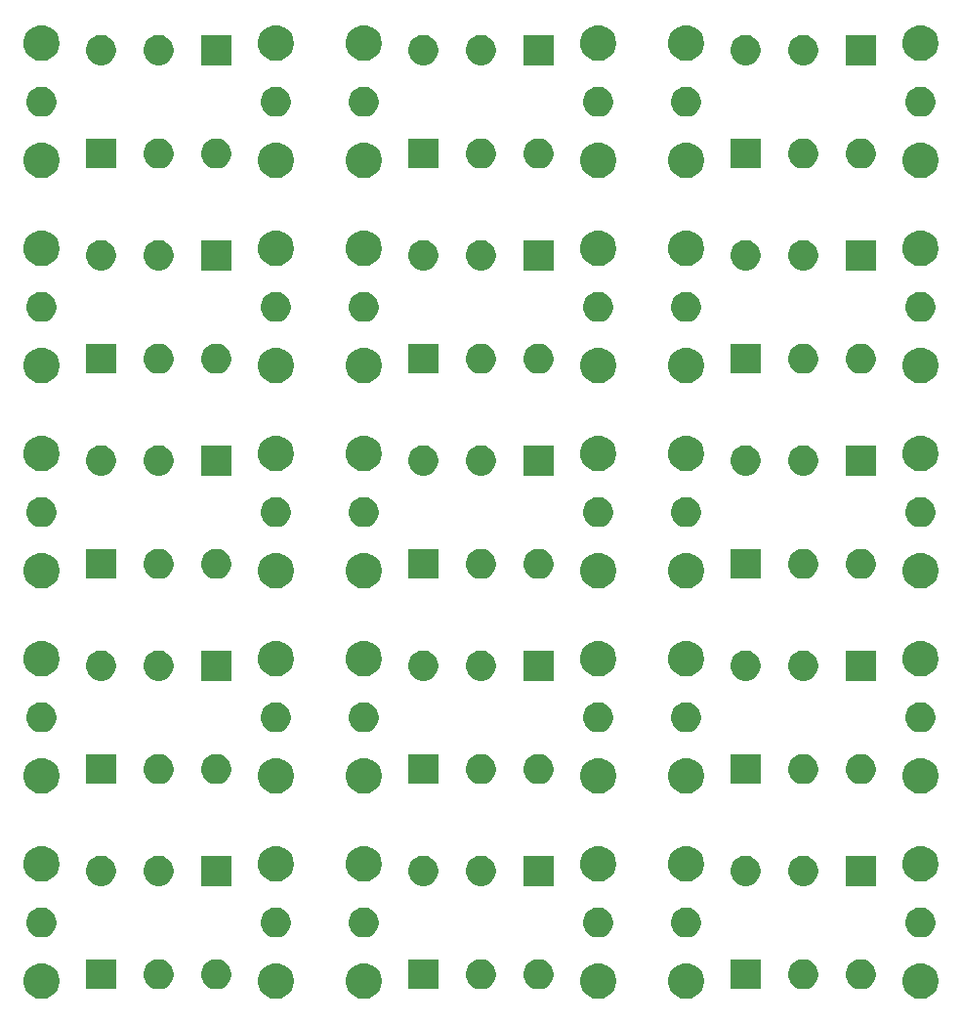
<source format=gbr>
G04 #@! TF.GenerationSoftware,KiCad,Pcbnew,5.1.5-52549c5~86~ubuntu18.04.1*
G04 #@! TF.CreationDate,2020-10-02T17:29:00-05:00*
G04 #@! TF.ProjectId,,58585858-5858-4585-9858-585858585858,rev?*
G04 #@! TF.SameCoordinates,Original*
G04 #@! TF.FileFunction,Soldermask,Top*
G04 #@! TF.FilePolarity,Negative*
%FSLAX46Y46*%
G04 Gerber Fmt 4.6, Leading zero omitted, Abs format (unit mm)*
G04 Created by KiCad (PCBNEW 5.1.5-52549c5~86~ubuntu18.04.1) date 2020-10-02 17:29:00*
%MOMM*%
%LPD*%
G04 APERTURE LIST*
%ADD10C,0.100000*%
G04 APERTURE END LIST*
D10*
G36*
X176106185Y-150635002D02*
G01*
X176256010Y-150664804D01*
X176538274Y-150781721D01*
X176792305Y-150951459D01*
X177008341Y-151167495D01*
X177178079Y-151421526D01*
X177294996Y-151703790D01*
X177294996Y-151703791D01*
X177341243Y-151936287D01*
X177354600Y-152003440D01*
X177354600Y-152308960D01*
X177294996Y-152608610D01*
X177178079Y-152890874D01*
X177008341Y-153144905D01*
X176792305Y-153360941D01*
X176538274Y-153530679D01*
X176256010Y-153647596D01*
X176106185Y-153677398D01*
X175956361Y-153707200D01*
X175650839Y-153707200D01*
X175501015Y-153677398D01*
X175351190Y-153647596D01*
X175068926Y-153530679D01*
X174814895Y-153360941D01*
X174598859Y-153144905D01*
X174429121Y-152890874D01*
X174312204Y-152608610D01*
X174252600Y-152308960D01*
X174252600Y-152003440D01*
X174265958Y-151936287D01*
X174312204Y-151703791D01*
X174312204Y-151703790D01*
X174429121Y-151421526D01*
X174598859Y-151167495D01*
X174814895Y-150951459D01*
X175068926Y-150781721D01*
X175351190Y-150664804D01*
X175501015Y-150635002D01*
X175650839Y-150605200D01*
X175956361Y-150605200D01*
X176106185Y-150635002D01*
G37*
G36*
X148166185Y-150635002D02*
G01*
X148316010Y-150664804D01*
X148598274Y-150781721D01*
X148852305Y-150951459D01*
X149068341Y-151167495D01*
X149238079Y-151421526D01*
X149354996Y-151703790D01*
X149354996Y-151703791D01*
X149401243Y-151936287D01*
X149414600Y-152003440D01*
X149414600Y-152308960D01*
X149354996Y-152608610D01*
X149238079Y-152890874D01*
X149068341Y-153144905D01*
X148852305Y-153360941D01*
X148598274Y-153530679D01*
X148316010Y-153647596D01*
X148166185Y-153677398D01*
X148016361Y-153707200D01*
X147710839Y-153707200D01*
X147561015Y-153677398D01*
X147411190Y-153647596D01*
X147128926Y-153530679D01*
X146874895Y-153360941D01*
X146658859Y-153144905D01*
X146489121Y-152890874D01*
X146372204Y-152608610D01*
X146312600Y-152308960D01*
X146312600Y-152003440D01*
X146325958Y-151936287D01*
X146372204Y-151703791D01*
X146372204Y-151703790D01*
X146489121Y-151421526D01*
X146658859Y-151167495D01*
X146874895Y-150951459D01*
X147128926Y-150781721D01*
X147411190Y-150664804D01*
X147561015Y-150635002D01*
X147710839Y-150605200D01*
X148016361Y-150605200D01*
X148166185Y-150635002D01*
G37*
G36*
X99906185Y-150635002D02*
G01*
X100056010Y-150664804D01*
X100338274Y-150781721D01*
X100592305Y-150951459D01*
X100808341Y-151167495D01*
X100978079Y-151421526D01*
X101094996Y-151703790D01*
X101094996Y-151703791D01*
X101141243Y-151936287D01*
X101154600Y-152003440D01*
X101154600Y-152308960D01*
X101094996Y-152608610D01*
X100978079Y-152890874D01*
X100808341Y-153144905D01*
X100592305Y-153360941D01*
X100338274Y-153530679D01*
X100056010Y-153647596D01*
X99906185Y-153677398D01*
X99756361Y-153707200D01*
X99450839Y-153707200D01*
X99301015Y-153677398D01*
X99151190Y-153647596D01*
X98868926Y-153530679D01*
X98614895Y-153360941D01*
X98398859Y-153144905D01*
X98229121Y-152890874D01*
X98112204Y-152608610D01*
X98052600Y-152308960D01*
X98052600Y-152003440D01*
X98065958Y-151936287D01*
X98112204Y-151703791D01*
X98112204Y-151703790D01*
X98229121Y-151421526D01*
X98398859Y-151167495D01*
X98614895Y-150951459D01*
X98868926Y-150781721D01*
X99151190Y-150664804D01*
X99301015Y-150635002D01*
X99450839Y-150605200D01*
X99756361Y-150605200D01*
X99906185Y-150635002D01*
G37*
G36*
X127846185Y-150635002D02*
G01*
X127996010Y-150664804D01*
X128278274Y-150781721D01*
X128532305Y-150951459D01*
X128748341Y-151167495D01*
X128918079Y-151421526D01*
X129034996Y-151703790D01*
X129034996Y-151703791D01*
X129081243Y-151936287D01*
X129094600Y-152003440D01*
X129094600Y-152308960D01*
X129034996Y-152608610D01*
X128918079Y-152890874D01*
X128748341Y-153144905D01*
X128532305Y-153360941D01*
X128278274Y-153530679D01*
X127996010Y-153647596D01*
X127846185Y-153677398D01*
X127696361Y-153707200D01*
X127390839Y-153707200D01*
X127241015Y-153677398D01*
X127091190Y-153647596D01*
X126808926Y-153530679D01*
X126554895Y-153360941D01*
X126338859Y-153144905D01*
X126169121Y-152890874D01*
X126052204Y-152608610D01*
X125992600Y-152308960D01*
X125992600Y-152003440D01*
X126005958Y-151936287D01*
X126052204Y-151703791D01*
X126052204Y-151703790D01*
X126169121Y-151421526D01*
X126338859Y-151167495D01*
X126554895Y-150951459D01*
X126808926Y-150781721D01*
X127091190Y-150664804D01*
X127241015Y-150635002D01*
X127390839Y-150605200D01*
X127696361Y-150605200D01*
X127846185Y-150635002D01*
G37*
G36*
X120226185Y-150635002D02*
G01*
X120376010Y-150664804D01*
X120658274Y-150781721D01*
X120912305Y-150951459D01*
X121128341Y-151167495D01*
X121298079Y-151421526D01*
X121414996Y-151703790D01*
X121414996Y-151703791D01*
X121461243Y-151936287D01*
X121474600Y-152003440D01*
X121474600Y-152308960D01*
X121414996Y-152608610D01*
X121298079Y-152890874D01*
X121128341Y-153144905D01*
X120912305Y-153360941D01*
X120658274Y-153530679D01*
X120376010Y-153647596D01*
X120226185Y-153677398D01*
X120076361Y-153707200D01*
X119770839Y-153707200D01*
X119621015Y-153677398D01*
X119471190Y-153647596D01*
X119188926Y-153530679D01*
X118934895Y-153360941D01*
X118718859Y-153144905D01*
X118549121Y-152890874D01*
X118432204Y-152608610D01*
X118372600Y-152308960D01*
X118372600Y-152003440D01*
X118385958Y-151936287D01*
X118432204Y-151703791D01*
X118432204Y-151703790D01*
X118549121Y-151421526D01*
X118718859Y-151167495D01*
X118934895Y-150951459D01*
X119188926Y-150781721D01*
X119471190Y-150664804D01*
X119621015Y-150635002D01*
X119770839Y-150605200D01*
X120076361Y-150605200D01*
X120226185Y-150635002D01*
G37*
G36*
X155786185Y-150635002D02*
G01*
X155936010Y-150664804D01*
X156218274Y-150781721D01*
X156472305Y-150951459D01*
X156688341Y-151167495D01*
X156858079Y-151421526D01*
X156974996Y-151703790D01*
X156974996Y-151703791D01*
X157021243Y-151936287D01*
X157034600Y-152003440D01*
X157034600Y-152308960D01*
X156974996Y-152608610D01*
X156858079Y-152890874D01*
X156688341Y-153144905D01*
X156472305Y-153360941D01*
X156218274Y-153530679D01*
X155936010Y-153647596D01*
X155786185Y-153677398D01*
X155636361Y-153707200D01*
X155330839Y-153707200D01*
X155181015Y-153677398D01*
X155031190Y-153647596D01*
X154748926Y-153530679D01*
X154494895Y-153360941D01*
X154278859Y-153144905D01*
X154109121Y-152890874D01*
X153992204Y-152608610D01*
X153932600Y-152308960D01*
X153932600Y-152003440D01*
X153945958Y-151936287D01*
X153992204Y-151703791D01*
X153992204Y-151703790D01*
X154109121Y-151421526D01*
X154278859Y-151167495D01*
X154494895Y-150951459D01*
X154748926Y-150781721D01*
X155031190Y-150664804D01*
X155181015Y-150635002D01*
X155330839Y-150605200D01*
X155636361Y-150605200D01*
X155786185Y-150635002D01*
G37*
G36*
X115143087Y-150305796D02*
G01*
X115379853Y-150403868D01*
X115379855Y-150403869D01*
X115592939Y-150546247D01*
X115774153Y-150727461D01*
X115916532Y-150940547D01*
X116014604Y-151177313D01*
X116064600Y-151428661D01*
X116064600Y-151684939D01*
X116014604Y-151936287D01*
X115986788Y-152003440D01*
X115916531Y-152173055D01*
X115774153Y-152386139D01*
X115592939Y-152567353D01*
X115379855Y-152709731D01*
X115379854Y-152709732D01*
X115379853Y-152709732D01*
X115143087Y-152807804D01*
X114891739Y-152857800D01*
X114635461Y-152857800D01*
X114384113Y-152807804D01*
X114147347Y-152709732D01*
X114147346Y-152709732D01*
X114147345Y-152709731D01*
X113934261Y-152567353D01*
X113753047Y-152386139D01*
X113610669Y-152173055D01*
X113540412Y-152003440D01*
X113512596Y-151936287D01*
X113462600Y-151684939D01*
X113462600Y-151428661D01*
X113512596Y-151177313D01*
X113610668Y-150940547D01*
X113753047Y-150727461D01*
X113934261Y-150546247D01*
X114147345Y-150403869D01*
X114147347Y-150403868D01*
X114384113Y-150305796D01*
X114635461Y-150255800D01*
X114891739Y-150255800D01*
X115143087Y-150305796D01*
G37*
G36*
X161944600Y-152857800D02*
G01*
X159342600Y-152857800D01*
X159342600Y-150255800D01*
X161944600Y-150255800D01*
X161944600Y-152857800D01*
G37*
G36*
X166023087Y-150305796D02*
G01*
X166259853Y-150403868D01*
X166259855Y-150403869D01*
X166472939Y-150546247D01*
X166654153Y-150727461D01*
X166796532Y-150940547D01*
X166894604Y-151177313D01*
X166944600Y-151428661D01*
X166944600Y-151684939D01*
X166894604Y-151936287D01*
X166866788Y-152003440D01*
X166796531Y-152173055D01*
X166654153Y-152386139D01*
X166472939Y-152567353D01*
X166259855Y-152709731D01*
X166259854Y-152709732D01*
X166259853Y-152709732D01*
X166023087Y-152807804D01*
X165771739Y-152857800D01*
X165515461Y-152857800D01*
X165264113Y-152807804D01*
X165027347Y-152709732D01*
X165027346Y-152709732D01*
X165027345Y-152709731D01*
X164814261Y-152567353D01*
X164633047Y-152386139D01*
X164490669Y-152173055D01*
X164420412Y-152003440D01*
X164392596Y-151936287D01*
X164342600Y-151684939D01*
X164342600Y-151428661D01*
X164392596Y-151177313D01*
X164490668Y-150940547D01*
X164633047Y-150727461D01*
X164814261Y-150546247D01*
X165027345Y-150403869D01*
X165027347Y-150403868D01*
X165264113Y-150305796D01*
X165515461Y-150255800D01*
X165771739Y-150255800D01*
X166023087Y-150305796D01*
G37*
G36*
X171023087Y-150305796D02*
G01*
X171259853Y-150403868D01*
X171259855Y-150403869D01*
X171472939Y-150546247D01*
X171654153Y-150727461D01*
X171796532Y-150940547D01*
X171894604Y-151177313D01*
X171944600Y-151428661D01*
X171944600Y-151684939D01*
X171894604Y-151936287D01*
X171866788Y-152003440D01*
X171796531Y-152173055D01*
X171654153Y-152386139D01*
X171472939Y-152567353D01*
X171259855Y-152709731D01*
X171259854Y-152709732D01*
X171259853Y-152709732D01*
X171023087Y-152807804D01*
X170771739Y-152857800D01*
X170515461Y-152857800D01*
X170264113Y-152807804D01*
X170027347Y-152709732D01*
X170027346Y-152709732D01*
X170027345Y-152709731D01*
X169814261Y-152567353D01*
X169633047Y-152386139D01*
X169490669Y-152173055D01*
X169420412Y-152003440D01*
X169392596Y-151936287D01*
X169342600Y-151684939D01*
X169342600Y-151428661D01*
X169392596Y-151177313D01*
X169490668Y-150940547D01*
X169633047Y-150727461D01*
X169814261Y-150546247D01*
X170027345Y-150403869D01*
X170027347Y-150403868D01*
X170264113Y-150305796D01*
X170515461Y-150255800D01*
X170771739Y-150255800D01*
X171023087Y-150305796D01*
G37*
G36*
X134004600Y-152857800D02*
G01*
X131402600Y-152857800D01*
X131402600Y-150255800D01*
X134004600Y-150255800D01*
X134004600Y-152857800D01*
G37*
G36*
X138083087Y-150305796D02*
G01*
X138319853Y-150403868D01*
X138319855Y-150403869D01*
X138532939Y-150546247D01*
X138714153Y-150727461D01*
X138856532Y-150940547D01*
X138954604Y-151177313D01*
X139004600Y-151428661D01*
X139004600Y-151684939D01*
X138954604Y-151936287D01*
X138926788Y-152003440D01*
X138856531Y-152173055D01*
X138714153Y-152386139D01*
X138532939Y-152567353D01*
X138319855Y-152709731D01*
X138319854Y-152709732D01*
X138319853Y-152709732D01*
X138083087Y-152807804D01*
X137831739Y-152857800D01*
X137575461Y-152857800D01*
X137324113Y-152807804D01*
X137087347Y-152709732D01*
X137087346Y-152709732D01*
X137087345Y-152709731D01*
X136874261Y-152567353D01*
X136693047Y-152386139D01*
X136550669Y-152173055D01*
X136480412Y-152003440D01*
X136452596Y-151936287D01*
X136402600Y-151684939D01*
X136402600Y-151428661D01*
X136452596Y-151177313D01*
X136550668Y-150940547D01*
X136693047Y-150727461D01*
X136874261Y-150546247D01*
X137087345Y-150403869D01*
X137087347Y-150403868D01*
X137324113Y-150305796D01*
X137575461Y-150255800D01*
X137831739Y-150255800D01*
X138083087Y-150305796D01*
G37*
G36*
X143083087Y-150305796D02*
G01*
X143319853Y-150403868D01*
X143319855Y-150403869D01*
X143532939Y-150546247D01*
X143714153Y-150727461D01*
X143856532Y-150940547D01*
X143954604Y-151177313D01*
X144004600Y-151428661D01*
X144004600Y-151684939D01*
X143954604Y-151936287D01*
X143926788Y-152003440D01*
X143856531Y-152173055D01*
X143714153Y-152386139D01*
X143532939Y-152567353D01*
X143319855Y-152709731D01*
X143319854Y-152709732D01*
X143319853Y-152709732D01*
X143083087Y-152807804D01*
X142831739Y-152857800D01*
X142575461Y-152857800D01*
X142324113Y-152807804D01*
X142087347Y-152709732D01*
X142087346Y-152709732D01*
X142087345Y-152709731D01*
X141874261Y-152567353D01*
X141693047Y-152386139D01*
X141550669Y-152173055D01*
X141480412Y-152003440D01*
X141452596Y-151936287D01*
X141402600Y-151684939D01*
X141402600Y-151428661D01*
X141452596Y-151177313D01*
X141550668Y-150940547D01*
X141693047Y-150727461D01*
X141874261Y-150546247D01*
X142087345Y-150403869D01*
X142087347Y-150403868D01*
X142324113Y-150305796D01*
X142575461Y-150255800D01*
X142831739Y-150255800D01*
X143083087Y-150305796D01*
G37*
G36*
X106064600Y-152857800D02*
G01*
X103462600Y-152857800D01*
X103462600Y-150255800D01*
X106064600Y-150255800D01*
X106064600Y-152857800D01*
G37*
G36*
X110143087Y-150305796D02*
G01*
X110379853Y-150403868D01*
X110379855Y-150403869D01*
X110592939Y-150546247D01*
X110774153Y-150727461D01*
X110916532Y-150940547D01*
X111014604Y-151177313D01*
X111064600Y-151428661D01*
X111064600Y-151684939D01*
X111014604Y-151936287D01*
X110986788Y-152003440D01*
X110916531Y-152173055D01*
X110774153Y-152386139D01*
X110592939Y-152567353D01*
X110379855Y-152709731D01*
X110379854Y-152709732D01*
X110379853Y-152709732D01*
X110143087Y-152807804D01*
X109891739Y-152857800D01*
X109635461Y-152857800D01*
X109384113Y-152807804D01*
X109147347Y-152709732D01*
X109147346Y-152709732D01*
X109147345Y-152709731D01*
X108934261Y-152567353D01*
X108753047Y-152386139D01*
X108610669Y-152173055D01*
X108540412Y-152003440D01*
X108512596Y-151936287D01*
X108462600Y-151684939D01*
X108462600Y-151428661D01*
X108512596Y-151177313D01*
X108610668Y-150940547D01*
X108753047Y-150727461D01*
X108934261Y-150546247D01*
X109147345Y-150403869D01*
X109147347Y-150403868D01*
X109384113Y-150305796D01*
X109635461Y-150255800D01*
X109891739Y-150255800D01*
X110143087Y-150305796D01*
G37*
G36*
X127922993Y-145825504D02*
G01*
X128159701Y-145923552D01*
X128159703Y-145923553D01*
X128372735Y-146065896D01*
X128553904Y-146247065D01*
X128696247Y-146460097D01*
X128696248Y-146460099D01*
X128794296Y-146696807D01*
X128844280Y-146948093D01*
X128844280Y-147204307D01*
X128794296Y-147455593D01*
X128696248Y-147692301D01*
X128696247Y-147692303D01*
X128553904Y-147905335D01*
X128372735Y-148086504D01*
X128159703Y-148228847D01*
X128159702Y-148228848D01*
X128159701Y-148228848D01*
X127922993Y-148326896D01*
X127671707Y-148376880D01*
X127415493Y-148376880D01*
X127164207Y-148326896D01*
X126927499Y-148228848D01*
X126927498Y-148228848D01*
X126927497Y-148228847D01*
X126714465Y-148086504D01*
X126533296Y-147905335D01*
X126390953Y-147692303D01*
X126390952Y-147692301D01*
X126292904Y-147455593D01*
X126242920Y-147204307D01*
X126242920Y-146948093D01*
X126292904Y-146696807D01*
X126390952Y-146460099D01*
X126390953Y-146460097D01*
X126533296Y-146247065D01*
X126714465Y-146065896D01*
X126927497Y-145923553D01*
X126927499Y-145923552D01*
X127164207Y-145825504D01*
X127415493Y-145775520D01*
X127671707Y-145775520D01*
X127922993Y-145825504D01*
G37*
G36*
X120302993Y-145825504D02*
G01*
X120539701Y-145923552D01*
X120539703Y-145923553D01*
X120752735Y-146065896D01*
X120933904Y-146247065D01*
X121076247Y-146460097D01*
X121076248Y-146460099D01*
X121174296Y-146696807D01*
X121224280Y-146948093D01*
X121224280Y-147204307D01*
X121174296Y-147455593D01*
X121076248Y-147692301D01*
X121076247Y-147692303D01*
X120933904Y-147905335D01*
X120752735Y-148086504D01*
X120539703Y-148228847D01*
X120539702Y-148228848D01*
X120539701Y-148228848D01*
X120302993Y-148326896D01*
X120051707Y-148376880D01*
X119795493Y-148376880D01*
X119544207Y-148326896D01*
X119307499Y-148228848D01*
X119307498Y-148228848D01*
X119307497Y-148228847D01*
X119094465Y-148086504D01*
X118913296Y-147905335D01*
X118770953Y-147692303D01*
X118770952Y-147692301D01*
X118672904Y-147455593D01*
X118622920Y-147204307D01*
X118622920Y-146948093D01*
X118672904Y-146696807D01*
X118770952Y-146460099D01*
X118770953Y-146460097D01*
X118913296Y-146247065D01*
X119094465Y-146065896D01*
X119307497Y-145923553D01*
X119307499Y-145923552D01*
X119544207Y-145825504D01*
X119795493Y-145775520D01*
X120051707Y-145775520D01*
X120302993Y-145825504D01*
G37*
G36*
X148242993Y-145825504D02*
G01*
X148479701Y-145923552D01*
X148479703Y-145923553D01*
X148692735Y-146065896D01*
X148873904Y-146247065D01*
X149016247Y-146460097D01*
X149016248Y-146460099D01*
X149114296Y-146696807D01*
X149164280Y-146948093D01*
X149164280Y-147204307D01*
X149114296Y-147455593D01*
X149016248Y-147692301D01*
X149016247Y-147692303D01*
X148873904Y-147905335D01*
X148692735Y-148086504D01*
X148479703Y-148228847D01*
X148479702Y-148228848D01*
X148479701Y-148228848D01*
X148242993Y-148326896D01*
X147991707Y-148376880D01*
X147735493Y-148376880D01*
X147484207Y-148326896D01*
X147247499Y-148228848D01*
X147247498Y-148228848D01*
X147247497Y-148228847D01*
X147034465Y-148086504D01*
X146853296Y-147905335D01*
X146710953Y-147692303D01*
X146710952Y-147692301D01*
X146612904Y-147455593D01*
X146562920Y-147204307D01*
X146562920Y-146948093D01*
X146612904Y-146696807D01*
X146710952Y-146460099D01*
X146710953Y-146460097D01*
X146853296Y-146247065D01*
X147034465Y-146065896D01*
X147247497Y-145923553D01*
X147247499Y-145923552D01*
X147484207Y-145825504D01*
X147735493Y-145775520D01*
X147991707Y-145775520D01*
X148242993Y-145825504D01*
G37*
G36*
X176182993Y-145825504D02*
G01*
X176419701Y-145923552D01*
X176419703Y-145923553D01*
X176632735Y-146065896D01*
X176813904Y-146247065D01*
X176956247Y-146460097D01*
X176956248Y-146460099D01*
X177054296Y-146696807D01*
X177104280Y-146948093D01*
X177104280Y-147204307D01*
X177054296Y-147455593D01*
X176956248Y-147692301D01*
X176956247Y-147692303D01*
X176813904Y-147905335D01*
X176632735Y-148086504D01*
X176419703Y-148228847D01*
X176419702Y-148228848D01*
X176419701Y-148228848D01*
X176182993Y-148326896D01*
X175931707Y-148376880D01*
X175675493Y-148376880D01*
X175424207Y-148326896D01*
X175187499Y-148228848D01*
X175187498Y-148228848D01*
X175187497Y-148228847D01*
X174974465Y-148086504D01*
X174793296Y-147905335D01*
X174650953Y-147692303D01*
X174650952Y-147692301D01*
X174552904Y-147455593D01*
X174502920Y-147204307D01*
X174502920Y-146948093D01*
X174552904Y-146696807D01*
X174650952Y-146460099D01*
X174650953Y-146460097D01*
X174793296Y-146247065D01*
X174974465Y-146065896D01*
X175187497Y-145923553D01*
X175187499Y-145923552D01*
X175424207Y-145825504D01*
X175675493Y-145775520D01*
X175931707Y-145775520D01*
X176182993Y-145825504D01*
G37*
G36*
X99982993Y-145825504D02*
G01*
X100219701Y-145923552D01*
X100219703Y-145923553D01*
X100432735Y-146065896D01*
X100613904Y-146247065D01*
X100756247Y-146460097D01*
X100756248Y-146460099D01*
X100854296Y-146696807D01*
X100904280Y-146948093D01*
X100904280Y-147204307D01*
X100854296Y-147455593D01*
X100756248Y-147692301D01*
X100756247Y-147692303D01*
X100613904Y-147905335D01*
X100432735Y-148086504D01*
X100219703Y-148228847D01*
X100219702Y-148228848D01*
X100219701Y-148228848D01*
X99982993Y-148326896D01*
X99731707Y-148376880D01*
X99475493Y-148376880D01*
X99224207Y-148326896D01*
X98987499Y-148228848D01*
X98987498Y-148228848D01*
X98987497Y-148228847D01*
X98774465Y-148086504D01*
X98593296Y-147905335D01*
X98450953Y-147692303D01*
X98450952Y-147692301D01*
X98352904Y-147455593D01*
X98302920Y-147204307D01*
X98302920Y-146948093D01*
X98352904Y-146696807D01*
X98450952Y-146460099D01*
X98450953Y-146460097D01*
X98593296Y-146247065D01*
X98774465Y-146065896D01*
X98987497Y-145923553D01*
X98987499Y-145923552D01*
X99224207Y-145825504D01*
X99475493Y-145775520D01*
X99731707Y-145775520D01*
X99982993Y-145825504D01*
G37*
G36*
X155862993Y-145825504D02*
G01*
X156099701Y-145923552D01*
X156099703Y-145923553D01*
X156312735Y-146065896D01*
X156493904Y-146247065D01*
X156636247Y-146460097D01*
X156636248Y-146460099D01*
X156734296Y-146696807D01*
X156784280Y-146948093D01*
X156784280Y-147204307D01*
X156734296Y-147455593D01*
X156636248Y-147692301D01*
X156636247Y-147692303D01*
X156493904Y-147905335D01*
X156312735Y-148086504D01*
X156099703Y-148228847D01*
X156099702Y-148228848D01*
X156099701Y-148228848D01*
X155862993Y-148326896D01*
X155611707Y-148376880D01*
X155355493Y-148376880D01*
X155104207Y-148326896D01*
X154867499Y-148228848D01*
X154867498Y-148228848D01*
X154867497Y-148228847D01*
X154654465Y-148086504D01*
X154473296Y-147905335D01*
X154330953Y-147692303D01*
X154330952Y-147692301D01*
X154232904Y-147455593D01*
X154182920Y-147204307D01*
X154182920Y-146948093D01*
X154232904Y-146696807D01*
X154330952Y-146460099D01*
X154330953Y-146460097D01*
X154473296Y-146247065D01*
X154654465Y-146065896D01*
X154867497Y-145923553D01*
X154867499Y-145923552D01*
X155104207Y-145825504D01*
X155355493Y-145775520D01*
X155611707Y-145775520D01*
X155862993Y-145825504D01*
G37*
G36*
X161023087Y-141344596D02*
G01*
X161259853Y-141442668D01*
X161259855Y-141442669D01*
X161411193Y-141543790D01*
X161472939Y-141585047D01*
X161654153Y-141766261D01*
X161796532Y-141979347D01*
X161894604Y-142216113D01*
X161944600Y-142467461D01*
X161944600Y-142723739D01*
X161894604Y-142975087D01*
X161890537Y-142984905D01*
X161796531Y-143211855D01*
X161654153Y-143424939D01*
X161472939Y-143606153D01*
X161259855Y-143748531D01*
X161259854Y-143748532D01*
X161259853Y-143748532D01*
X161023087Y-143846604D01*
X160771739Y-143896600D01*
X160515461Y-143896600D01*
X160264113Y-143846604D01*
X160027347Y-143748532D01*
X160027346Y-143748532D01*
X160027345Y-143748531D01*
X159814261Y-143606153D01*
X159633047Y-143424939D01*
X159490669Y-143211855D01*
X159396663Y-142984905D01*
X159392596Y-142975087D01*
X159342600Y-142723739D01*
X159342600Y-142467461D01*
X159392596Y-142216113D01*
X159490668Y-141979347D01*
X159633047Y-141766261D01*
X159814261Y-141585047D01*
X159876007Y-141543790D01*
X160027345Y-141442669D01*
X160027347Y-141442668D01*
X160264113Y-141344596D01*
X160515461Y-141294600D01*
X160771739Y-141294600D01*
X161023087Y-141344596D01*
G37*
G36*
X171944600Y-143896600D02*
G01*
X169342600Y-143896600D01*
X169342600Y-141294600D01*
X171944600Y-141294600D01*
X171944600Y-143896600D01*
G37*
G36*
X144004600Y-143896600D02*
G01*
X141402600Y-143896600D01*
X141402600Y-141294600D01*
X144004600Y-141294600D01*
X144004600Y-143896600D01*
G37*
G36*
X138083087Y-141344596D02*
G01*
X138319853Y-141442668D01*
X138319855Y-141442669D01*
X138471193Y-141543790D01*
X138532939Y-141585047D01*
X138714153Y-141766261D01*
X138856532Y-141979347D01*
X138954604Y-142216113D01*
X139004600Y-142467461D01*
X139004600Y-142723739D01*
X138954604Y-142975087D01*
X138950537Y-142984905D01*
X138856531Y-143211855D01*
X138714153Y-143424939D01*
X138532939Y-143606153D01*
X138319855Y-143748531D01*
X138319854Y-143748532D01*
X138319853Y-143748532D01*
X138083087Y-143846604D01*
X137831739Y-143896600D01*
X137575461Y-143896600D01*
X137324113Y-143846604D01*
X137087347Y-143748532D01*
X137087346Y-143748532D01*
X137087345Y-143748531D01*
X136874261Y-143606153D01*
X136693047Y-143424939D01*
X136550669Y-143211855D01*
X136456663Y-142984905D01*
X136452596Y-142975087D01*
X136402600Y-142723739D01*
X136402600Y-142467461D01*
X136452596Y-142216113D01*
X136550668Y-141979347D01*
X136693047Y-141766261D01*
X136874261Y-141585047D01*
X136936007Y-141543790D01*
X137087345Y-141442669D01*
X137087347Y-141442668D01*
X137324113Y-141344596D01*
X137575461Y-141294600D01*
X137831739Y-141294600D01*
X138083087Y-141344596D01*
G37*
G36*
X116064600Y-143896600D02*
G01*
X113462600Y-143896600D01*
X113462600Y-141294600D01*
X116064600Y-141294600D01*
X116064600Y-143896600D01*
G37*
G36*
X110143087Y-141344596D02*
G01*
X110379853Y-141442668D01*
X110379855Y-141442669D01*
X110531193Y-141543790D01*
X110592939Y-141585047D01*
X110774153Y-141766261D01*
X110916532Y-141979347D01*
X111014604Y-142216113D01*
X111064600Y-142467461D01*
X111064600Y-142723739D01*
X111014604Y-142975087D01*
X111010537Y-142984905D01*
X110916531Y-143211855D01*
X110774153Y-143424939D01*
X110592939Y-143606153D01*
X110379855Y-143748531D01*
X110379854Y-143748532D01*
X110379853Y-143748532D01*
X110143087Y-143846604D01*
X109891739Y-143896600D01*
X109635461Y-143896600D01*
X109384113Y-143846604D01*
X109147347Y-143748532D01*
X109147346Y-143748532D01*
X109147345Y-143748531D01*
X108934261Y-143606153D01*
X108753047Y-143424939D01*
X108610669Y-143211855D01*
X108516663Y-142984905D01*
X108512596Y-142975087D01*
X108462600Y-142723739D01*
X108462600Y-142467461D01*
X108512596Y-142216113D01*
X108610668Y-141979347D01*
X108753047Y-141766261D01*
X108934261Y-141585047D01*
X108996007Y-141543790D01*
X109147345Y-141442669D01*
X109147347Y-141442668D01*
X109384113Y-141344596D01*
X109635461Y-141294600D01*
X109891739Y-141294600D01*
X110143087Y-141344596D01*
G37*
G36*
X105143087Y-141344596D02*
G01*
X105379853Y-141442668D01*
X105379855Y-141442669D01*
X105531193Y-141543790D01*
X105592939Y-141585047D01*
X105774153Y-141766261D01*
X105916532Y-141979347D01*
X106014604Y-142216113D01*
X106064600Y-142467461D01*
X106064600Y-142723739D01*
X106014604Y-142975087D01*
X106010537Y-142984905D01*
X105916531Y-143211855D01*
X105774153Y-143424939D01*
X105592939Y-143606153D01*
X105379855Y-143748531D01*
X105379854Y-143748532D01*
X105379853Y-143748532D01*
X105143087Y-143846604D01*
X104891739Y-143896600D01*
X104635461Y-143896600D01*
X104384113Y-143846604D01*
X104147347Y-143748532D01*
X104147346Y-143748532D01*
X104147345Y-143748531D01*
X103934261Y-143606153D01*
X103753047Y-143424939D01*
X103610669Y-143211855D01*
X103516663Y-142984905D01*
X103512596Y-142975087D01*
X103462600Y-142723739D01*
X103462600Y-142467461D01*
X103512596Y-142216113D01*
X103610668Y-141979347D01*
X103753047Y-141766261D01*
X103934261Y-141585047D01*
X103996007Y-141543790D01*
X104147345Y-141442669D01*
X104147347Y-141442668D01*
X104384113Y-141344596D01*
X104635461Y-141294600D01*
X104891739Y-141294600D01*
X105143087Y-141344596D01*
G37*
G36*
X166023087Y-141344596D02*
G01*
X166259853Y-141442668D01*
X166259855Y-141442669D01*
X166411193Y-141543790D01*
X166472939Y-141585047D01*
X166654153Y-141766261D01*
X166796532Y-141979347D01*
X166894604Y-142216113D01*
X166944600Y-142467461D01*
X166944600Y-142723739D01*
X166894604Y-142975087D01*
X166890537Y-142984905D01*
X166796531Y-143211855D01*
X166654153Y-143424939D01*
X166472939Y-143606153D01*
X166259855Y-143748531D01*
X166259854Y-143748532D01*
X166259853Y-143748532D01*
X166023087Y-143846604D01*
X165771739Y-143896600D01*
X165515461Y-143896600D01*
X165264113Y-143846604D01*
X165027347Y-143748532D01*
X165027346Y-143748532D01*
X165027345Y-143748531D01*
X164814261Y-143606153D01*
X164633047Y-143424939D01*
X164490669Y-143211855D01*
X164396663Y-142984905D01*
X164392596Y-142975087D01*
X164342600Y-142723739D01*
X164342600Y-142467461D01*
X164392596Y-142216113D01*
X164490668Y-141979347D01*
X164633047Y-141766261D01*
X164814261Y-141585047D01*
X164876007Y-141543790D01*
X165027345Y-141442669D01*
X165027347Y-141442668D01*
X165264113Y-141344596D01*
X165515461Y-141294600D01*
X165771739Y-141294600D01*
X166023087Y-141344596D01*
G37*
G36*
X133083087Y-141344596D02*
G01*
X133319853Y-141442668D01*
X133319855Y-141442669D01*
X133471193Y-141543790D01*
X133532939Y-141585047D01*
X133714153Y-141766261D01*
X133856532Y-141979347D01*
X133954604Y-142216113D01*
X134004600Y-142467461D01*
X134004600Y-142723739D01*
X133954604Y-142975087D01*
X133950537Y-142984905D01*
X133856531Y-143211855D01*
X133714153Y-143424939D01*
X133532939Y-143606153D01*
X133319855Y-143748531D01*
X133319854Y-143748532D01*
X133319853Y-143748532D01*
X133083087Y-143846604D01*
X132831739Y-143896600D01*
X132575461Y-143896600D01*
X132324113Y-143846604D01*
X132087347Y-143748532D01*
X132087346Y-143748532D01*
X132087345Y-143748531D01*
X131874261Y-143606153D01*
X131693047Y-143424939D01*
X131550669Y-143211855D01*
X131456663Y-142984905D01*
X131452596Y-142975087D01*
X131402600Y-142723739D01*
X131402600Y-142467461D01*
X131452596Y-142216113D01*
X131550668Y-141979347D01*
X131693047Y-141766261D01*
X131874261Y-141585047D01*
X131936007Y-141543790D01*
X132087345Y-141442669D01*
X132087347Y-141442668D01*
X132324113Y-141344596D01*
X132575461Y-141294600D01*
X132831739Y-141294600D01*
X133083087Y-141344596D01*
G37*
G36*
X120226185Y-140475002D02*
G01*
X120376010Y-140504804D01*
X120658274Y-140621721D01*
X120912305Y-140791459D01*
X121128341Y-141007495D01*
X121298079Y-141261526D01*
X121414996Y-141543790D01*
X121444798Y-141693615D01*
X121474600Y-141843439D01*
X121474600Y-142148961D01*
X121444798Y-142298785D01*
X121414996Y-142448610D01*
X121298079Y-142730874D01*
X121128341Y-142984905D01*
X120912305Y-143200941D01*
X120658274Y-143370679D01*
X120376010Y-143487596D01*
X120226185Y-143517398D01*
X120076361Y-143547200D01*
X119770839Y-143547200D01*
X119621015Y-143517398D01*
X119471190Y-143487596D01*
X119188926Y-143370679D01*
X118934895Y-143200941D01*
X118718859Y-142984905D01*
X118549121Y-142730874D01*
X118432204Y-142448610D01*
X118402402Y-142298785D01*
X118372600Y-142148961D01*
X118372600Y-141843439D01*
X118402402Y-141693615D01*
X118432204Y-141543790D01*
X118549121Y-141261526D01*
X118718859Y-141007495D01*
X118934895Y-140791459D01*
X119188926Y-140621721D01*
X119471190Y-140504804D01*
X119621015Y-140475002D01*
X119770839Y-140445200D01*
X120076361Y-140445200D01*
X120226185Y-140475002D01*
G37*
G36*
X127846185Y-140475002D02*
G01*
X127996010Y-140504804D01*
X128278274Y-140621721D01*
X128532305Y-140791459D01*
X128748341Y-141007495D01*
X128918079Y-141261526D01*
X129034996Y-141543790D01*
X129064798Y-141693615D01*
X129094600Y-141843439D01*
X129094600Y-142148961D01*
X129064798Y-142298785D01*
X129034996Y-142448610D01*
X128918079Y-142730874D01*
X128748341Y-142984905D01*
X128532305Y-143200941D01*
X128278274Y-143370679D01*
X127996010Y-143487596D01*
X127846185Y-143517398D01*
X127696361Y-143547200D01*
X127390839Y-143547200D01*
X127241015Y-143517398D01*
X127091190Y-143487596D01*
X126808926Y-143370679D01*
X126554895Y-143200941D01*
X126338859Y-142984905D01*
X126169121Y-142730874D01*
X126052204Y-142448610D01*
X126022402Y-142298785D01*
X125992600Y-142148961D01*
X125992600Y-141843439D01*
X126022402Y-141693615D01*
X126052204Y-141543790D01*
X126169121Y-141261526D01*
X126338859Y-141007495D01*
X126554895Y-140791459D01*
X126808926Y-140621721D01*
X127091190Y-140504804D01*
X127241015Y-140475002D01*
X127390839Y-140445200D01*
X127696361Y-140445200D01*
X127846185Y-140475002D01*
G37*
G36*
X148166185Y-140475002D02*
G01*
X148316010Y-140504804D01*
X148598274Y-140621721D01*
X148852305Y-140791459D01*
X149068341Y-141007495D01*
X149238079Y-141261526D01*
X149354996Y-141543790D01*
X149384798Y-141693615D01*
X149414600Y-141843439D01*
X149414600Y-142148961D01*
X149384798Y-142298785D01*
X149354996Y-142448610D01*
X149238079Y-142730874D01*
X149068341Y-142984905D01*
X148852305Y-143200941D01*
X148598274Y-143370679D01*
X148316010Y-143487596D01*
X148166185Y-143517398D01*
X148016361Y-143547200D01*
X147710839Y-143547200D01*
X147561015Y-143517398D01*
X147411190Y-143487596D01*
X147128926Y-143370679D01*
X146874895Y-143200941D01*
X146658859Y-142984905D01*
X146489121Y-142730874D01*
X146372204Y-142448610D01*
X146342402Y-142298785D01*
X146312600Y-142148961D01*
X146312600Y-141843439D01*
X146342402Y-141693615D01*
X146372204Y-141543790D01*
X146489121Y-141261526D01*
X146658859Y-141007495D01*
X146874895Y-140791459D01*
X147128926Y-140621721D01*
X147411190Y-140504804D01*
X147561015Y-140475002D01*
X147710839Y-140445200D01*
X148016361Y-140445200D01*
X148166185Y-140475002D01*
G37*
G36*
X155786185Y-140475002D02*
G01*
X155936010Y-140504804D01*
X156218274Y-140621721D01*
X156472305Y-140791459D01*
X156688341Y-141007495D01*
X156858079Y-141261526D01*
X156974996Y-141543790D01*
X157004798Y-141693615D01*
X157034600Y-141843439D01*
X157034600Y-142148961D01*
X157004798Y-142298785D01*
X156974996Y-142448610D01*
X156858079Y-142730874D01*
X156688341Y-142984905D01*
X156472305Y-143200941D01*
X156218274Y-143370679D01*
X155936010Y-143487596D01*
X155786185Y-143517398D01*
X155636361Y-143547200D01*
X155330839Y-143547200D01*
X155181015Y-143517398D01*
X155031190Y-143487596D01*
X154748926Y-143370679D01*
X154494895Y-143200941D01*
X154278859Y-142984905D01*
X154109121Y-142730874D01*
X153992204Y-142448610D01*
X153962402Y-142298785D01*
X153932600Y-142148961D01*
X153932600Y-141843439D01*
X153962402Y-141693615D01*
X153992204Y-141543790D01*
X154109121Y-141261526D01*
X154278859Y-141007495D01*
X154494895Y-140791459D01*
X154748926Y-140621721D01*
X155031190Y-140504804D01*
X155181015Y-140475002D01*
X155330839Y-140445200D01*
X155636361Y-140445200D01*
X155786185Y-140475002D01*
G37*
G36*
X176106185Y-140475002D02*
G01*
X176256010Y-140504804D01*
X176538274Y-140621721D01*
X176792305Y-140791459D01*
X177008341Y-141007495D01*
X177178079Y-141261526D01*
X177294996Y-141543790D01*
X177324798Y-141693615D01*
X177354600Y-141843439D01*
X177354600Y-142148961D01*
X177324798Y-142298785D01*
X177294996Y-142448610D01*
X177178079Y-142730874D01*
X177008341Y-142984905D01*
X176792305Y-143200941D01*
X176538274Y-143370679D01*
X176256010Y-143487596D01*
X176106185Y-143517398D01*
X175956361Y-143547200D01*
X175650839Y-143547200D01*
X175501015Y-143517398D01*
X175351190Y-143487596D01*
X175068926Y-143370679D01*
X174814895Y-143200941D01*
X174598859Y-142984905D01*
X174429121Y-142730874D01*
X174312204Y-142448610D01*
X174282402Y-142298785D01*
X174252600Y-142148961D01*
X174252600Y-141843439D01*
X174282402Y-141693615D01*
X174312204Y-141543790D01*
X174429121Y-141261526D01*
X174598859Y-141007495D01*
X174814895Y-140791459D01*
X175068926Y-140621721D01*
X175351190Y-140504804D01*
X175501015Y-140475002D01*
X175650839Y-140445200D01*
X175956361Y-140445200D01*
X176106185Y-140475002D01*
G37*
G36*
X99906185Y-140475002D02*
G01*
X100056010Y-140504804D01*
X100338274Y-140621721D01*
X100592305Y-140791459D01*
X100808341Y-141007495D01*
X100978079Y-141261526D01*
X101094996Y-141543790D01*
X101124798Y-141693615D01*
X101154600Y-141843439D01*
X101154600Y-142148961D01*
X101124798Y-142298785D01*
X101094996Y-142448610D01*
X100978079Y-142730874D01*
X100808341Y-142984905D01*
X100592305Y-143200941D01*
X100338274Y-143370679D01*
X100056010Y-143487596D01*
X99906185Y-143517398D01*
X99756361Y-143547200D01*
X99450839Y-143547200D01*
X99301015Y-143517398D01*
X99151190Y-143487596D01*
X98868926Y-143370679D01*
X98614895Y-143200941D01*
X98398859Y-142984905D01*
X98229121Y-142730874D01*
X98112204Y-142448610D01*
X98082402Y-142298785D01*
X98052600Y-142148961D01*
X98052600Y-141843439D01*
X98082402Y-141693615D01*
X98112204Y-141543790D01*
X98229121Y-141261526D01*
X98398859Y-141007495D01*
X98614895Y-140791459D01*
X98868926Y-140621721D01*
X99151190Y-140504804D01*
X99301015Y-140475002D01*
X99450839Y-140445200D01*
X99756361Y-140445200D01*
X99906185Y-140475002D01*
G37*
G36*
X120226185Y-132855002D02*
G01*
X120376010Y-132884804D01*
X120658274Y-133001721D01*
X120912305Y-133171459D01*
X121128341Y-133387495D01*
X121298079Y-133641526D01*
X121414996Y-133923790D01*
X121414996Y-133923791D01*
X121461243Y-134156287D01*
X121474600Y-134223440D01*
X121474600Y-134528960D01*
X121414996Y-134828610D01*
X121298079Y-135110874D01*
X121128341Y-135364905D01*
X120912305Y-135580941D01*
X120658274Y-135750679D01*
X120376010Y-135867596D01*
X120226185Y-135897398D01*
X120076361Y-135927200D01*
X119770839Y-135927200D01*
X119621015Y-135897398D01*
X119471190Y-135867596D01*
X119188926Y-135750679D01*
X118934895Y-135580941D01*
X118718859Y-135364905D01*
X118549121Y-135110874D01*
X118432204Y-134828610D01*
X118372600Y-134528960D01*
X118372600Y-134223440D01*
X118385958Y-134156287D01*
X118432204Y-133923791D01*
X118432204Y-133923790D01*
X118549121Y-133641526D01*
X118718859Y-133387495D01*
X118934895Y-133171459D01*
X119188926Y-133001721D01*
X119471190Y-132884804D01*
X119621015Y-132855002D01*
X119770839Y-132825200D01*
X120076361Y-132825200D01*
X120226185Y-132855002D01*
G37*
G36*
X148166185Y-132855002D02*
G01*
X148316010Y-132884804D01*
X148598274Y-133001721D01*
X148852305Y-133171459D01*
X149068341Y-133387495D01*
X149238079Y-133641526D01*
X149354996Y-133923790D01*
X149354996Y-133923791D01*
X149401243Y-134156287D01*
X149414600Y-134223440D01*
X149414600Y-134528960D01*
X149354996Y-134828610D01*
X149238079Y-135110874D01*
X149068341Y-135364905D01*
X148852305Y-135580941D01*
X148598274Y-135750679D01*
X148316010Y-135867596D01*
X148166185Y-135897398D01*
X148016361Y-135927200D01*
X147710839Y-135927200D01*
X147561015Y-135897398D01*
X147411190Y-135867596D01*
X147128926Y-135750679D01*
X146874895Y-135580941D01*
X146658859Y-135364905D01*
X146489121Y-135110874D01*
X146372204Y-134828610D01*
X146312600Y-134528960D01*
X146312600Y-134223440D01*
X146325958Y-134156287D01*
X146372204Y-133923791D01*
X146372204Y-133923790D01*
X146489121Y-133641526D01*
X146658859Y-133387495D01*
X146874895Y-133171459D01*
X147128926Y-133001721D01*
X147411190Y-132884804D01*
X147561015Y-132855002D01*
X147710839Y-132825200D01*
X148016361Y-132825200D01*
X148166185Y-132855002D01*
G37*
G36*
X176106185Y-132855002D02*
G01*
X176256010Y-132884804D01*
X176538274Y-133001721D01*
X176792305Y-133171459D01*
X177008341Y-133387495D01*
X177178079Y-133641526D01*
X177294996Y-133923790D01*
X177294996Y-133923791D01*
X177341243Y-134156287D01*
X177354600Y-134223440D01*
X177354600Y-134528960D01*
X177294996Y-134828610D01*
X177178079Y-135110874D01*
X177008341Y-135364905D01*
X176792305Y-135580941D01*
X176538274Y-135750679D01*
X176256010Y-135867596D01*
X176106185Y-135897398D01*
X175956361Y-135927200D01*
X175650839Y-135927200D01*
X175501015Y-135897398D01*
X175351190Y-135867596D01*
X175068926Y-135750679D01*
X174814895Y-135580941D01*
X174598859Y-135364905D01*
X174429121Y-135110874D01*
X174312204Y-134828610D01*
X174252600Y-134528960D01*
X174252600Y-134223440D01*
X174265958Y-134156287D01*
X174312204Y-133923791D01*
X174312204Y-133923790D01*
X174429121Y-133641526D01*
X174598859Y-133387495D01*
X174814895Y-133171459D01*
X175068926Y-133001721D01*
X175351190Y-132884804D01*
X175501015Y-132855002D01*
X175650839Y-132825200D01*
X175956361Y-132825200D01*
X176106185Y-132855002D01*
G37*
G36*
X99906185Y-132855002D02*
G01*
X100056010Y-132884804D01*
X100338274Y-133001721D01*
X100592305Y-133171459D01*
X100808341Y-133387495D01*
X100978079Y-133641526D01*
X101094996Y-133923790D01*
X101094996Y-133923791D01*
X101141243Y-134156287D01*
X101154600Y-134223440D01*
X101154600Y-134528960D01*
X101094996Y-134828610D01*
X100978079Y-135110874D01*
X100808341Y-135364905D01*
X100592305Y-135580941D01*
X100338274Y-135750679D01*
X100056010Y-135867596D01*
X99906185Y-135897398D01*
X99756361Y-135927200D01*
X99450839Y-135927200D01*
X99301015Y-135897398D01*
X99151190Y-135867596D01*
X98868926Y-135750679D01*
X98614895Y-135580941D01*
X98398859Y-135364905D01*
X98229121Y-135110874D01*
X98112204Y-134828610D01*
X98052600Y-134528960D01*
X98052600Y-134223440D01*
X98065958Y-134156287D01*
X98112204Y-133923791D01*
X98112204Y-133923790D01*
X98229121Y-133641526D01*
X98398859Y-133387495D01*
X98614895Y-133171459D01*
X98868926Y-133001721D01*
X99151190Y-132884804D01*
X99301015Y-132855002D01*
X99450839Y-132825200D01*
X99756361Y-132825200D01*
X99906185Y-132855002D01*
G37*
G36*
X127846185Y-132855002D02*
G01*
X127996010Y-132884804D01*
X128278274Y-133001721D01*
X128532305Y-133171459D01*
X128748341Y-133387495D01*
X128918079Y-133641526D01*
X129034996Y-133923790D01*
X129034996Y-133923791D01*
X129081243Y-134156287D01*
X129094600Y-134223440D01*
X129094600Y-134528960D01*
X129034996Y-134828610D01*
X128918079Y-135110874D01*
X128748341Y-135364905D01*
X128532305Y-135580941D01*
X128278274Y-135750679D01*
X127996010Y-135867596D01*
X127846185Y-135897398D01*
X127696361Y-135927200D01*
X127390839Y-135927200D01*
X127241015Y-135897398D01*
X127091190Y-135867596D01*
X126808926Y-135750679D01*
X126554895Y-135580941D01*
X126338859Y-135364905D01*
X126169121Y-135110874D01*
X126052204Y-134828610D01*
X125992600Y-134528960D01*
X125992600Y-134223440D01*
X126005958Y-134156287D01*
X126052204Y-133923791D01*
X126052204Y-133923790D01*
X126169121Y-133641526D01*
X126338859Y-133387495D01*
X126554895Y-133171459D01*
X126808926Y-133001721D01*
X127091190Y-132884804D01*
X127241015Y-132855002D01*
X127390839Y-132825200D01*
X127696361Y-132825200D01*
X127846185Y-132855002D01*
G37*
G36*
X155786185Y-132855002D02*
G01*
X155936010Y-132884804D01*
X156218274Y-133001721D01*
X156472305Y-133171459D01*
X156688341Y-133387495D01*
X156858079Y-133641526D01*
X156974996Y-133923790D01*
X156974996Y-133923791D01*
X157021243Y-134156287D01*
X157034600Y-134223440D01*
X157034600Y-134528960D01*
X156974996Y-134828610D01*
X156858079Y-135110874D01*
X156688341Y-135364905D01*
X156472305Y-135580941D01*
X156218274Y-135750679D01*
X155936010Y-135867596D01*
X155786185Y-135897398D01*
X155636361Y-135927200D01*
X155330839Y-135927200D01*
X155181015Y-135897398D01*
X155031190Y-135867596D01*
X154748926Y-135750679D01*
X154494895Y-135580941D01*
X154278859Y-135364905D01*
X154109121Y-135110874D01*
X153992204Y-134828610D01*
X153932600Y-134528960D01*
X153932600Y-134223440D01*
X153945958Y-134156287D01*
X153992204Y-133923791D01*
X153992204Y-133923790D01*
X154109121Y-133641526D01*
X154278859Y-133387495D01*
X154494895Y-133171459D01*
X154748926Y-133001721D01*
X155031190Y-132884804D01*
X155181015Y-132855002D01*
X155330839Y-132825200D01*
X155636361Y-132825200D01*
X155786185Y-132855002D01*
G37*
G36*
X115143087Y-132525796D02*
G01*
X115379853Y-132623868D01*
X115379855Y-132623869D01*
X115592939Y-132766247D01*
X115774153Y-132947461D01*
X115916532Y-133160547D01*
X116014604Y-133397313D01*
X116064600Y-133648661D01*
X116064600Y-133904939D01*
X116014604Y-134156287D01*
X115986788Y-134223440D01*
X115916531Y-134393055D01*
X115774153Y-134606139D01*
X115592939Y-134787353D01*
X115379855Y-134929731D01*
X115379854Y-134929732D01*
X115379853Y-134929732D01*
X115143087Y-135027804D01*
X114891739Y-135077800D01*
X114635461Y-135077800D01*
X114384113Y-135027804D01*
X114147347Y-134929732D01*
X114147346Y-134929732D01*
X114147345Y-134929731D01*
X113934261Y-134787353D01*
X113753047Y-134606139D01*
X113610669Y-134393055D01*
X113540412Y-134223440D01*
X113512596Y-134156287D01*
X113462600Y-133904939D01*
X113462600Y-133648661D01*
X113512596Y-133397313D01*
X113610668Y-133160547D01*
X113753047Y-132947461D01*
X113934261Y-132766247D01*
X114147345Y-132623869D01*
X114147347Y-132623868D01*
X114384113Y-132525796D01*
X114635461Y-132475800D01*
X114891739Y-132475800D01*
X115143087Y-132525796D01*
G37*
G36*
X110143087Y-132525796D02*
G01*
X110379853Y-132623868D01*
X110379855Y-132623869D01*
X110592939Y-132766247D01*
X110774153Y-132947461D01*
X110916532Y-133160547D01*
X111014604Y-133397313D01*
X111064600Y-133648661D01*
X111064600Y-133904939D01*
X111014604Y-134156287D01*
X110986788Y-134223440D01*
X110916531Y-134393055D01*
X110774153Y-134606139D01*
X110592939Y-134787353D01*
X110379855Y-134929731D01*
X110379854Y-134929732D01*
X110379853Y-134929732D01*
X110143087Y-135027804D01*
X109891739Y-135077800D01*
X109635461Y-135077800D01*
X109384113Y-135027804D01*
X109147347Y-134929732D01*
X109147346Y-134929732D01*
X109147345Y-134929731D01*
X108934261Y-134787353D01*
X108753047Y-134606139D01*
X108610669Y-134393055D01*
X108540412Y-134223440D01*
X108512596Y-134156287D01*
X108462600Y-133904939D01*
X108462600Y-133648661D01*
X108512596Y-133397313D01*
X108610668Y-133160547D01*
X108753047Y-132947461D01*
X108934261Y-132766247D01*
X109147345Y-132623869D01*
X109147347Y-132623868D01*
X109384113Y-132525796D01*
X109635461Y-132475800D01*
X109891739Y-132475800D01*
X110143087Y-132525796D01*
G37*
G36*
X106064600Y-135077800D02*
G01*
X103462600Y-135077800D01*
X103462600Y-132475800D01*
X106064600Y-132475800D01*
X106064600Y-135077800D01*
G37*
G36*
X143083087Y-132525796D02*
G01*
X143319853Y-132623868D01*
X143319855Y-132623869D01*
X143532939Y-132766247D01*
X143714153Y-132947461D01*
X143856532Y-133160547D01*
X143954604Y-133397313D01*
X144004600Y-133648661D01*
X144004600Y-133904939D01*
X143954604Y-134156287D01*
X143926788Y-134223440D01*
X143856531Y-134393055D01*
X143714153Y-134606139D01*
X143532939Y-134787353D01*
X143319855Y-134929731D01*
X143319854Y-134929732D01*
X143319853Y-134929732D01*
X143083087Y-135027804D01*
X142831739Y-135077800D01*
X142575461Y-135077800D01*
X142324113Y-135027804D01*
X142087347Y-134929732D01*
X142087346Y-134929732D01*
X142087345Y-134929731D01*
X141874261Y-134787353D01*
X141693047Y-134606139D01*
X141550669Y-134393055D01*
X141480412Y-134223440D01*
X141452596Y-134156287D01*
X141402600Y-133904939D01*
X141402600Y-133648661D01*
X141452596Y-133397313D01*
X141550668Y-133160547D01*
X141693047Y-132947461D01*
X141874261Y-132766247D01*
X142087345Y-132623869D01*
X142087347Y-132623868D01*
X142324113Y-132525796D01*
X142575461Y-132475800D01*
X142831739Y-132475800D01*
X143083087Y-132525796D01*
G37*
G36*
X134004600Y-135077800D02*
G01*
X131402600Y-135077800D01*
X131402600Y-132475800D01*
X134004600Y-132475800D01*
X134004600Y-135077800D01*
G37*
G36*
X138083087Y-132525796D02*
G01*
X138319853Y-132623868D01*
X138319855Y-132623869D01*
X138532939Y-132766247D01*
X138714153Y-132947461D01*
X138856532Y-133160547D01*
X138954604Y-133397313D01*
X139004600Y-133648661D01*
X139004600Y-133904939D01*
X138954604Y-134156287D01*
X138926788Y-134223440D01*
X138856531Y-134393055D01*
X138714153Y-134606139D01*
X138532939Y-134787353D01*
X138319855Y-134929731D01*
X138319854Y-134929732D01*
X138319853Y-134929732D01*
X138083087Y-135027804D01*
X137831739Y-135077800D01*
X137575461Y-135077800D01*
X137324113Y-135027804D01*
X137087347Y-134929732D01*
X137087346Y-134929732D01*
X137087345Y-134929731D01*
X136874261Y-134787353D01*
X136693047Y-134606139D01*
X136550669Y-134393055D01*
X136480412Y-134223440D01*
X136452596Y-134156287D01*
X136402600Y-133904939D01*
X136402600Y-133648661D01*
X136452596Y-133397313D01*
X136550668Y-133160547D01*
X136693047Y-132947461D01*
X136874261Y-132766247D01*
X137087345Y-132623869D01*
X137087347Y-132623868D01*
X137324113Y-132525796D01*
X137575461Y-132475800D01*
X137831739Y-132475800D01*
X138083087Y-132525796D01*
G37*
G36*
X166023087Y-132525796D02*
G01*
X166259853Y-132623868D01*
X166259855Y-132623869D01*
X166472939Y-132766247D01*
X166654153Y-132947461D01*
X166796532Y-133160547D01*
X166894604Y-133397313D01*
X166944600Y-133648661D01*
X166944600Y-133904939D01*
X166894604Y-134156287D01*
X166866788Y-134223440D01*
X166796531Y-134393055D01*
X166654153Y-134606139D01*
X166472939Y-134787353D01*
X166259855Y-134929731D01*
X166259854Y-134929732D01*
X166259853Y-134929732D01*
X166023087Y-135027804D01*
X165771739Y-135077800D01*
X165515461Y-135077800D01*
X165264113Y-135027804D01*
X165027347Y-134929732D01*
X165027346Y-134929732D01*
X165027345Y-134929731D01*
X164814261Y-134787353D01*
X164633047Y-134606139D01*
X164490669Y-134393055D01*
X164420412Y-134223440D01*
X164392596Y-134156287D01*
X164342600Y-133904939D01*
X164342600Y-133648661D01*
X164392596Y-133397313D01*
X164490668Y-133160547D01*
X164633047Y-132947461D01*
X164814261Y-132766247D01*
X165027345Y-132623869D01*
X165027347Y-132623868D01*
X165264113Y-132525796D01*
X165515461Y-132475800D01*
X165771739Y-132475800D01*
X166023087Y-132525796D01*
G37*
G36*
X171023087Y-132525796D02*
G01*
X171259853Y-132623868D01*
X171259855Y-132623869D01*
X171472939Y-132766247D01*
X171654153Y-132947461D01*
X171796532Y-133160547D01*
X171894604Y-133397313D01*
X171944600Y-133648661D01*
X171944600Y-133904939D01*
X171894604Y-134156287D01*
X171866788Y-134223440D01*
X171796531Y-134393055D01*
X171654153Y-134606139D01*
X171472939Y-134787353D01*
X171259855Y-134929731D01*
X171259854Y-134929732D01*
X171259853Y-134929732D01*
X171023087Y-135027804D01*
X170771739Y-135077800D01*
X170515461Y-135077800D01*
X170264113Y-135027804D01*
X170027347Y-134929732D01*
X170027346Y-134929732D01*
X170027345Y-134929731D01*
X169814261Y-134787353D01*
X169633047Y-134606139D01*
X169490669Y-134393055D01*
X169420412Y-134223440D01*
X169392596Y-134156287D01*
X169342600Y-133904939D01*
X169342600Y-133648661D01*
X169392596Y-133397313D01*
X169490668Y-133160547D01*
X169633047Y-132947461D01*
X169814261Y-132766247D01*
X170027345Y-132623869D01*
X170027347Y-132623868D01*
X170264113Y-132525796D01*
X170515461Y-132475800D01*
X170771739Y-132475800D01*
X171023087Y-132525796D01*
G37*
G36*
X161944600Y-135077800D02*
G01*
X159342600Y-135077800D01*
X159342600Y-132475800D01*
X161944600Y-132475800D01*
X161944600Y-135077800D01*
G37*
G36*
X99982993Y-128045504D02*
G01*
X100219701Y-128143552D01*
X100219703Y-128143553D01*
X100432735Y-128285896D01*
X100613904Y-128467065D01*
X100756247Y-128680097D01*
X100756248Y-128680099D01*
X100854296Y-128916807D01*
X100904280Y-129168093D01*
X100904280Y-129424307D01*
X100854296Y-129675593D01*
X100756248Y-129912301D01*
X100756247Y-129912303D01*
X100613904Y-130125335D01*
X100432735Y-130306504D01*
X100219703Y-130448847D01*
X100219702Y-130448848D01*
X100219701Y-130448848D01*
X99982993Y-130546896D01*
X99731707Y-130596880D01*
X99475493Y-130596880D01*
X99224207Y-130546896D01*
X98987499Y-130448848D01*
X98987498Y-130448848D01*
X98987497Y-130448847D01*
X98774465Y-130306504D01*
X98593296Y-130125335D01*
X98450953Y-129912303D01*
X98450952Y-129912301D01*
X98352904Y-129675593D01*
X98302920Y-129424307D01*
X98302920Y-129168093D01*
X98352904Y-128916807D01*
X98450952Y-128680099D01*
X98450953Y-128680097D01*
X98593296Y-128467065D01*
X98774465Y-128285896D01*
X98987497Y-128143553D01*
X98987499Y-128143552D01*
X99224207Y-128045504D01*
X99475493Y-127995520D01*
X99731707Y-127995520D01*
X99982993Y-128045504D01*
G37*
G36*
X155862993Y-128045504D02*
G01*
X156099701Y-128143552D01*
X156099703Y-128143553D01*
X156312735Y-128285896D01*
X156493904Y-128467065D01*
X156636247Y-128680097D01*
X156636248Y-128680099D01*
X156734296Y-128916807D01*
X156784280Y-129168093D01*
X156784280Y-129424307D01*
X156734296Y-129675593D01*
X156636248Y-129912301D01*
X156636247Y-129912303D01*
X156493904Y-130125335D01*
X156312735Y-130306504D01*
X156099703Y-130448847D01*
X156099702Y-130448848D01*
X156099701Y-130448848D01*
X155862993Y-130546896D01*
X155611707Y-130596880D01*
X155355493Y-130596880D01*
X155104207Y-130546896D01*
X154867499Y-130448848D01*
X154867498Y-130448848D01*
X154867497Y-130448847D01*
X154654465Y-130306504D01*
X154473296Y-130125335D01*
X154330953Y-129912303D01*
X154330952Y-129912301D01*
X154232904Y-129675593D01*
X154182920Y-129424307D01*
X154182920Y-129168093D01*
X154232904Y-128916807D01*
X154330952Y-128680099D01*
X154330953Y-128680097D01*
X154473296Y-128467065D01*
X154654465Y-128285896D01*
X154867497Y-128143553D01*
X154867499Y-128143552D01*
X155104207Y-128045504D01*
X155355493Y-127995520D01*
X155611707Y-127995520D01*
X155862993Y-128045504D01*
G37*
G36*
X176182993Y-128045504D02*
G01*
X176419701Y-128143552D01*
X176419703Y-128143553D01*
X176632735Y-128285896D01*
X176813904Y-128467065D01*
X176956247Y-128680097D01*
X176956248Y-128680099D01*
X177054296Y-128916807D01*
X177104280Y-129168093D01*
X177104280Y-129424307D01*
X177054296Y-129675593D01*
X176956248Y-129912301D01*
X176956247Y-129912303D01*
X176813904Y-130125335D01*
X176632735Y-130306504D01*
X176419703Y-130448847D01*
X176419702Y-130448848D01*
X176419701Y-130448848D01*
X176182993Y-130546896D01*
X175931707Y-130596880D01*
X175675493Y-130596880D01*
X175424207Y-130546896D01*
X175187499Y-130448848D01*
X175187498Y-130448848D01*
X175187497Y-130448847D01*
X174974465Y-130306504D01*
X174793296Y-130125335D01*
X174650953Y-129912303D01*
X174650952Y-129912301D01*
X174552904Y-129675593D01*
X174502920Y-129424307D01*
X174502920Y-129168093D01*
X174552904Y-128916807D01*
X174650952Y-128680099D01*
X174650953Y-128680097D01*
X174793296Y-128467065D01*
X174974465Y-128285896D01*
X175187497Y-128143553D01*
X175187499Y-128143552D01*
X175424207Y-128045504D01*
X175675493Y-127995520D01*
X175931707Y-127995520D01*
X176182993Y-128045504D01*
G37*
G36*
X148242993Y-128045504D02*
G01*
X148479701Y-128143552D01*
X148479703Y-128143553D01*
X148692735Y-128285896D01*
X148873904Y-128467065D01*
X149016247Y-128680097D01*
X149016248Y-128680099D01*
X149114296Y-128916807D01*
X149164280Y-129168093D01*
X149164280Y-129424307D01*
X149114296Y-129675593D01*
X149016248Y-129912301D01*
X149016247Y-129912303D01*
X148873904Y-130125335D01*
X148692735Y-130306504D01*
X148479703Y-130448847D01*
X148479702Y-130448848D01*
X148479701Y-130448848D01*
X148242993Y-130546896D01*
X147991707Y-130596880D01*
X147735493Y-130596880D01*
X147484207Y-130546896D01*
X147247499Y-130448848D01*
X147247498Y-130448848D01*
X147247497Y-130448847D01*
X147034465Y-130306504D01*
X146853296Y-130125335D01*
X146710953Y-129912303D01*
X146710952Y-129912301D01*
X146612904Y-129675593D01*
X146562920Y-129424307D01*
X146562920Y-129168093D01*
X146612904Y-128916807D01*
X146710952Y-128680099D01*
X146710953Y-128680097D01*
X146853296Y-128467065D01*
X147034465Y-128285896D01*
X147247497Y-128143553D01*
X147247499Y-128143552D01*
X147484207Y-128045504D01*
X147735493Y-127995520D01*
X147991707Y-127995520D01*
X148242993Y-128045504D01*
G37*
G36*
X127922993Y-128045504D02*
G01*
X128159701Y-128143552D01*
X128159703Y-128143553D01*
X128372735Y-128285896D01*
X128553904Y-128467065D01*
X128696247Y-128680097D01*
X128696248Y-128680099D01*
X128794296Y-128916807D01*
X128844280Y-129168093D01*
X128844280Y-129424307D01*
X128794296Y-129675593D01*
X128696248Y-129912301D01*
X128696247Y-129912303D01*
X128553904Y-130125335D01*
X128372735Y-130306504D01*
X128159703Y-130448847D01*
X128159702Y-130448848D01*
X128159701Y-130448848D01*
X127922993Y-130546896D01*
X127671707Y-130596880D01*
X127415493Y-130596880D01*
X127164207Y-130546896D01*
X126927499Y-130448848D01*
X126927498Y-130448848D01*
X126927497Y-130448847D01*
X126714465Y-130306504D01*
X126533296Y-130125335D01*
X126390953Y-129912303D01*
X126390952Y-129912301D01*
X126292904Y-129675593D01*
X126242920Y-129424307D01*
X126242920Y-129168093D01*
X126292904Y-128916807D01*
X126390952Y-128680099D01*
X126390953Y-128680097D01*
X126533296Y-128467065D01*
X126714465Y-128285896D01*
X126927497Y-128143553D01*
X126927499Y-128143552D01*
X127164207Y-128045504D01*
X127415493Y-127995520D01*
X127671707Y-127995520D01*
X127922993Y-128045504D01*
G37*
G36*
X120302993Y-128045504D02*
G01*
X120539701Y-128143552D01*
X120539703Y-128143553D01*
X120752735Y-128285896D01*
X120933904Y-128467065D01*
X121076247Y-128680097D01*
X121076248Y-128680099D01*
X121174296Y-128916807D01*
X121224280Y-129168093D01*
X121224280Y-129424307D01*
X121174296Y-129675593D01*
X121076248Y-129912301D01*
X121076247Y-129912303D01*
X120933904Y-130125335D01*
X120752735Y-130306504D01*
X120539703Y-130448847D01*
X120539702Y-130448848D01*
X120539701Y-130448848D01*
X120302993Y-130546896D01*
X120051707Y-130596880D01*
X119795493Y-130596880D01*
X119544207Y-130546896D01*
X119307499Y-130448848D01*
X119307498Y-130448848D01*
X119307497Y-130448847D01*
X119094465Y-130306504D01*
X118913296Y-130125335D01*
X118770953Y-129912303D01*
X118770952Y-129912301D01*
X118672904Y-129675593D01*
X118622920Y-129424307D01*
X118622920Y-129168093D01*
X118672904Y-128916807D01*
X118770952Y-128680099D01*
X118770953Y-128680097D01*
X118913296Y-128467065D01*
X119094465Y-128285896D01*
X119307497Y-128143553D01*
X119307499Y-128143552D01*
X119544207Y-128045504D01*
X119795493Y-127995520D01*
X120051707Y-127995520D01*
X120302993Y-128045504D01*
G37*
G36*
X116064600Y-126116600D02*
G01*
X113462600Y-126116600D01*
X113462600Y-123514600D01*
X116064600Y-123514600D01*
X116064600Y-126116600D01*
G37*
G36*
X166023087Y-123564596D02*
G01*
X166259853Y-123662668D01*
X166259855Y-123662669D01*
X166411193Y-123763790D01*
X166472939Y-123805047D01*
X166654153Y-123986261D01*
X166796532Y-124199347D01*
X166894604Y-124436113D01*
X166944600Y-124687461D01*
X166944600Y-124943739D01*
X166894604Y-125195087D01*
X166890537Y-125204905D01*
X166796531Y-125431855D01*
X166654153Y-125644939D01*
X166472939Y-125826153D01*
X166259855Y-125968531D01*
X166259854Y-125968532D01*
X166259853Y-125968532D01*
X166023087Y-126066604D01*
X165771739Y-126116600D01*
X165515461Y-126116600D01*
X165264113Y-126066604D01*
X165027347Y-125968532D01*
X165027346Y-125968532D01*
X165027345Y-125968531D01*
X164814261Y-125826153D01*
X164633047Y-125644939D01*
X164490669Y-125431855D01*
X164396663Y-125204905D01*
X164392596Y-125195087D01*
X164342600Y-124943739D01*
X164342600Y-124687461D01*
X164392596Y-124436113D01*
X164490668Y-124199347D01*
X164633047Y-123986261D01*
X164814261Y-123805047D01*
X164876007Y-123763790D01*
X165027345Y-123662669D01*
X165027347Y-123662668D01*
X165264113Y-123564596D01*
X165515461Y-123514600D01*
X165771739Y-123514600D01*
X166023087Y-123564596D01*
G37*
G36*
X171944600Y-126116600D02*
G01*
X169342600Y-126116600D01*
X169342600Y-123514600D01*
X171944600Y-123514600D01*
X171944600Y-126116600D01*
G37*
G36*
X105143087Y-123564596D02*
G01*
X105379853Y-123662668D01*
X105379855Y-123662669D01*
X105531193Y-123763790D01*
X105592939Y-123805047D01*
X105774153Y-123986261D01*
X105916532Y-124199347D01*
X106014604Y-124436113D01*
X106064600Y-124687461D01*
X106064600Y-124943739D01*
X106014604Y-125195087D01*
X106010537Y-125204905D01*
X105916531Y-125431855D01*
X105774153Y-125644939D01*
X105592939Y-125826153D01*
X105379855Y-125968531D01*
X105379854Y-125968532D01*
X105379853Y-125968532D01*
X105143087Y-126066604D01*
X104891739Y-126116600D01*
X104635461Y-126116600D01*
X104384113Y-126066604D01*
X104147347Y-125968532D01*
X104147346Y-125968532D01*
X104147345Y-125968531D01*
X103934261Y-125826153D01*
X103753047Y-125644939D01*
X103610669Y-125431855D01*
X103516663Y-125204905D01*
X103512596Y-125195087D01*
X103462600Y-124943739D01*
X103462600Y-124687461D01*
X103512596Y-124436113D01*
X103610668Y-124199347D01*
X103753047Y-123986261D01*
X103934261Y-123805047D01*
X103996007Y-123763790D01*
X104147345Y-123662669D01*
X104147347Y-123662668D01*
X104384113Y-123564596D01*
X104635461Y-123514600D01*
X104891739Y-123514600D01*
X105143087Y-123564596D01*
G37*
G36*
X161023087Y-123564596D02*
G01*
X161259853Y-123662668D01*
X161259855Y-123662669D01*
X161411193Y-123763790D01*
X161472939Y-123805047D01*
X161654153Y-123986261D01*
X161796532Y-124199347D01*
X161894604Y-124436113D01*
X161944600Y-124687461D01*
X161944600Y-124943739D01*
X161894604Y-125195087D01*
X161890537Y-125204905D01*
X161796531Y-125431855D01*
X161654153Y-125644939D01*
X161472939Y-125826153D01*
X161259855Y-125968531D01*
X161259854Y-125968532D01*
X161259853Y-125968532D01*
X161023087Y-126066604D01*
X160771739Y-126116600D01*
X160515461Y-126116600D01*
X160264113Y-126066604D01*
X160027347Y-125968532D01*
X160027346Y-125968532D01*
X160027345Y-125968531D01*
X159814261Y-125826153D01*
X159633047Y-125644939D01*
X159490669Y-125431855D01*
X159396663Y-125204905D01*
X159392596Y-125195087D01*
X159342600Y-124943739D01*
X159342600Y-124687461D01*
X159392596Y-124436113D01*
X159490668Y-124199347D01*
X159633047Y-123986261D01*
X159814261Y-123805047D01*
X159876007Y-123763790D01*
X160027345Y-123662669D01*
X160027347Y-123662668D01*
X160264113Y-123564596D01*
X160515461Y-123514600D01*
X160771739Y-123514600D01*
X161023087Y-123564596D01*
G37*
G36*
X110143087Y-123564596D02*
G01*
X110379853Y-123662668D01*
X110379855Y-123662669D01*
X110531193Y-123763790D01*
X110592939Y-123805047D01*
X110774153Y-123986261D01*
X110916532Y-124199347D01*
X111014604Y-124436113D01*
X111064600Y-124687461D01*
X111064600Y-124943739D01*
X111014604Y-125195087D01*
X111010537Y-125204905D01*
X110916531Y-125431855D01*
X110774153Y-125644939D01*
X110592939Y-125826153D01*
X110379855Y-125968531D01*
X110379854Y-125968532D01*
X110379853Y-125968532D01*
X110143087Y-126066604D01*
X109891739Y-126116600D01*
X109635461Y-126116600D01*
X109384113Y-126066604D01*
X109147347Y-125968532D01*
X109147346Y-125968532D01*
X109147345Y-125968531D01*
X108934261Y-125826153D01*
X108753047Y-125644939D01*
X108610669Y-125431855D01*
X108516663Y-125204905D01*
X108512596Y-125195087D01*
X108462600Y-124943739D01*
X108462600Y-124687461D01*
X108512596Y-124436113D01*
X108610668Y-124199347D01*
X108753047Y-123986261D01*
X108934261Y-123805047D01*
X108996007Y-123763790D01*
X109147345Y-123662669D01*
X109147347Y-123662668D01*
X109384113Y-123564596D01*
X109635461Y-123514600D01*
X109891739Y-123514600D01*
X110143087Y-123564596D01*
G37*
G36*
X144004600Y-126116600D02*
G01*
X141402600Y-126116600D01*
X141402600Y-123514600D01*
X144004600Y-123514600D01*
X144004600Y-126116600D01*
G37*
G36*
X138083087Y-123564596D02*
G01*
X138319853Y-123662668D01*
X138319855Y-123662669D01*
X138471193Y-123763790D01*
X138532939Y-123805047D01*
X138714153Y-123986261D01*
X138856532Y-124199347D01*
X138954604Y-124436113D01*
X139004600Y-124687461D01*
X139004600Y-124943739D01*
X138954604Y-125195087D01*
X138950537Y-125204905D01*
X138856531Y-125431855D01*
X138714153Y-125644939D01*
X138532939Y-125826153D01*
X138319855Y-125968531D01*
X138319854Y-125968532D01*
X138319853Y-125968532D01*
X138083087Y-126066604D01*
X137831739Y-126116600D01*
X137575461Y-126116600D01*
X137324113Y-126066604D01*
X137087347Y-125968532D01*
X137087346Y-125968532D01*
X137087345Y-125968531D01*
X136874261Y-125826153D01*
X136693047Y-125644939D01*
X136550669Y-125431855D01*
X136456663Y-125204905D01*
X136452596Y-125195087D01*
X136402600Y-124943739D01*
X136402600Y-124687461D01*
X136452596Y-124436113D01*
X136550668Y-124199347D01*
X136693047Y-123986261D01*
X136874261Y-123805047D01*
X136936007Y-123763790D01*
X137087345Y-123662669D01*
X137087347Y-123662668D01*
X137324113Y-123564596D01*
X137575461Y-123514600D01*
X137831739Y-123514600D01*
X138083087Y-123564596D01*
G37*
G36*
X133083087Y-123564596D02*
G01*
X133319853Y-123662668D01*
X133319855Y-123662669D01*
X133471193Y-123763790D01*
X133532939Y-123805047D01*
X133714153Y-123986261D01*
X133856532Y-124199347D01*
X133954604Y-124436113D01*
X134004600Y-124687461D01*
X134004600Y-124943739D01*
X133954604Y-125195087D01*
X133950537Y-125204905D01*
X133856531Y-125431855D01*
X133714153Y-125644939D01*
X133532939Y-125826153D01*
X133319855Y-125968531D01*
X133319854Y-125968532D01*
X133319853Y-125968532D01*
X133083087Y-126066604D01*
X132831739Y-126116600D01*
X132575461Y-126116600D01*
X132324113Y-126066604D01*
X132087347Y-125968532D01*
X132087346Y-125968532D01*
X132087345Y-125968531D01*
X131874261Y-125826153D01*
X131693047Y-125644939D01*
X131550669Y-125431855D01*
X131456663Y-125204905D01*
X131452596Y-125195087D01*
X131402600Y-124943739D01*
X131402600Y-124687461D01*
X131452596Y-124436113D01*
X131550668Y-124199347D01*
X131693047Y-123986261D01*
X131874261Y-123805047D01*
X131936007Y-123763790D01*
X132087345Y-123662669D01*
X132087347Y-123662668D01*
X132324113Y-123564596D01*
X132575461Y-123514600D01*
X132831739Y-123514600D01*
X133083087Y-123564596D01*
G37*
G36*
X99906185Y-122695002D02*
G01*
X100056010Y-122724804D01*
X100338274Y-122841721D01*
X100592305Y-123011459D01*
X100808341Y-123227495D01*
X100978079Y-123481526D01*
X101094996Y-123763790D01*
X101124798Y-123913615D01*
X101154600Y-124063439D01*
X101154600Y-124368961D01*
X101124798Y-124518785D01*
X101094996Y-124668610D01*
X100978079Y-124950874D01*
X100808341Y-125204905D01*
X100592305Y-125420941D01*
X100338274Y-125590679D01*
X100056010Y-125707596D01*
X99906185Y-125737398D01*
X99756361Y-125767200D01*
X99450839Y-125767200D01*
X99301015Y-125737398D01*
X99151190Y-125707596D01*
X98868926Y-125590679D01*
X98614895Y-125420941D01*
X98398859Y-125204905D01*
X98229121Y-124950874D01*
X98112204Y-124668610D01*
X98082402Y-124518785D01*
X98052600Y-124368961D01*
X98052600Y-124063439D01*
X98082402Y-123913615D01*
X98112204Y-123763790D01*
X98229121Y-123481526D01*
X98398859Y-123227495D01*
X98614895Y-123011459D01*
X98868926Y-122841721D01*
X99151190Y-122724804D01*
X99301015Y-122695002D01*
X99450839Y-122665200D01*
X99756361Y-122665200D01*
X99906185Y-122695002D01*
G37*
G36*
X176106185Y-122695002D02*
G01*
X176256010Y-122724804D01*
X176538274Y-122841721D01*
X176792305Y-123011459D01*
X177008341Y-123227495D01*
X177178079Y-123481526D01*
X177294996Y-123763790D01*
X177324798Y-123913615D01*
X177354600Y-124063439D01*
X177354600Y-124368961D01*
X177324798Y-124518785D01*
X177294996Y-124668610D01*
X177178079Y-124950874D01*
X177008341Y-125204905D01*
X176792305Y-125420941D01*
X176538274Y-125590679D01*
X176256010Y-125707596D01*
X176106185Y-125737398D01*
X175956361Y-125767200D01*
X175650839Y-125767200D01*
X175501015Y-125737398D01*
X175351190Y-125707596D01*
X175068926Y-125590679D01*
X174814895Y-125420941D01*
X174598859Y-125204905D01*
X174429121Y-124950874D01*
X174312204Y-124668610D01*
X174282402Y-124518785D01*
X174252600Y-124368961D01*
X174252600Y-124063439D01*
X174282402Y-123913615D01*
X174312204Y-123763790D01*
X174429121Y-123481526D01*
X174598859Y-123227495D01*
X174814895Y-123011459D01*
X175068926Y-122841721D01*
X175351190Y-122724804D01*
X175501015Y-122695002D01*
X175650839Y-122665200D01*
X175956361Y-122665200D01*
X176106185Y-122695002D01*
G37*
G36*
X120226185Y-122695002D02*
G01*
X120376010Y-122724804D01*
X120658274Y-122841721D01*
X120912305Y-123011459D01*
X121128341Y-123227495D01*
X121298079Y-123481526D01*
X121414996Y-123763790D01*
X121444798Y-123913615D01*
X121474600Y-124063439D01*
X121474600Y-124368961D01*
X121444798Y-124518785D01*
X121414996Y-124668610D01*
X121298079Y-124950874D01*
X121128341Y-125204905D01*
X120912305Y-125420941D01*
X120658274Y-125590679D01*
X120376010Y-125707596D01*
X120226185Y-125737398D01*
X120076361Y-125767200D01*
X119770839Y-125767200D01*
X119621015Y-125737398D01*
X119471190Y-125707596D01*
X119188926Y-125590679D01*
X118934895Y-125420941D01*
X118718859Y-125204905D01*
X118549121Y-124950874D01*
X118432204Y-124668610D01*
X118402402Y-124518785D01*
X118372600Y-124368961D01*
X118372600Y-124063439D01*
X118402402Y-123913615D01*
X118432204Y-123763790D01*
X118549121Y-123481526D01*
X118718859Y-123227495D01*
X118934895Y-123011459D01*
X119188926Y-122841721D01*
X119471190Y-122724804D01*
X119621015Y-122695002D01*
X119770839Y-122665200D01*
X120076361Y-122665200D01*
X120226185Y-122695002D01*
G37*
G36*
X155786185Y-122695002D02*
G01*
X155936010Y-122724804D01*
X156218274Y-122841721D01*
X156472305Y-123011459D01*
X156688341Y-123227495D01*
X156858079Y-123481526D01*
X156974996Y-123763790D01*
X157004798Y-123913615D01*
X157034600Y-124063439D01*
X157034600Y-124368961D01*
X157004798Y-124518785D01*
X156974996Y-124668610D01*
X156858079Y-124950874D01*
X156688341Y-125204905D01*
X156472305Y-125420941D01*
X156218274Y-125590679D01*
X155936010Y-125707596D01*
X155786185Y-125737398D01*
X155636361Y-125767200D01*
X155330839Y-125767200D01*
X155181015Y-125737398D01*
X155031190Y-125707596D01*
X154748926Y-125590679D01*
X154494895Y-125420941D01*
X154278859Y-125204905D01*
X154109121Y-124950874D01*
X153992204Y-124668610D01*
X153962402Y-124518785D01*
X153932600Y-124368961D01*
X153932600Y-124063439D01*
X153962402Y-123913615D01*
X153992204Y-123763790D01*
X154109121Y-123481526D01*
X154278859Y-123227495D01*
X154494895Y-123011459D01*
X154748926Y-122841721D01*
X155031190Y-122724804D01*
X155181015Y-122695002D01*
X155330839Y-122665200D01*
X155636361Y-122665200D01*
X155786185Y-122695002D01*
G37*
G36*
X127846185Y-122695002D02*
G01*
X127996010Y-122724804D01*
X128278274Y-122841721D01*
X128532305Y-123011459D01*
X128748341Y-123227495D01*
X128918079Y-123481526D01*
X129034996Y-123763790D01*
X129064798Y-123913615D01*
X129094600Y-124063439D01*
X129094600Y-124368961D01*
X129064798Y-124518785D01*
X129034996Y-124668610D01*
X128918079Y-124950874D01*
X128748341Y-125204905D01*
X128532305Y-125420941D01*
X128278274Y-125590679D01*
X127996010Y-125707596D01*
X127846185Y-125737398D01*
X127696361Y-125767200D01*
X127390839Y-125767200D01*
X127241015Y-125737398D01*
X127091190Y-125707596D01*
X126808926Y-125590679D01*
X126554895Y-125420941D01*
X126338859Y-125204905D01*
X126169121Y-124950874D01*
X126052204Y-124668610D01*
X126022402Y-124518785D01*
X125992600Y-124368961D01*
X125992600Y-124063439D01*
X126022402Y-123913615D01*
X126052204Y-123763790D01*
X126169121Y-123481526D01*
X126338859Y-123227495D01*
X126554895Y-123011459D01*
X126808926Y-122841721D01*
X127091190Y-122724804D01*
X127241015Y-122695002D01*
X127390839Y-122665200D01*
X127696361Y-122665200D01*
X127846185Y-122695002D01*
G37*
G36*
X148166185Y-122695002D02*
G01*
X148316010Y-122724804D01*
X148598274Y-122841721D01*
X148852305Y-123011459D01*
X149068341Y-123227495D01*
X149238079Y-123481526D01*
X149354996Y-123763790D01*
X149384798Y-123913615D01*
X149414600Y-124063439D01*
X149414600Y-124368961D01*
X149384798Y-124518785D01*
X149354996Y-124668610D01*
X149238079Y-124950874D01*
X149068341Y-125204905D01*
X148852305Y-125420941D01*
X148598274Y-125590679D01*
X148316010Y-125707596D01*
X148166185Y-125737398D01*
X148016361Y-125767200D01*
X147710839Y-125767200D01*
X147561015Y-125737398D01*
X147411190Y-125707596D01*
X147128926Y-125590679D01*
X146874895Y-125420941D01*
X146658859Y-125204905D01*
X146489121Y-124950874D01*
X146372204Y-124668610D01*
X146342402Y-124518785D01*
X146312600Y-124368961D01*
X146312600Y-124063439D01*
X146342402Y-123913615D01*
X146372204Y-123763790D01*
X146489121Y-123481526D01*
X146658859Y-123227495D01*
X146874895Y-123011459D01*
X147128926Y-122841721D01*
X147411190Y-122724804D01*
X147561015Y-122695002D01*
X147710839Y-122665200D01*
X148016361Y-122665200D01*
X148166185Y-122695002D01*
G37*
G36*
X176106185Y-115075002D02*
G01*
X176256010Y-115104804D01*
X176538274Y-115221721D01*
X176792305Y-115391459D01*
X177008341Y-115607495D01*
X177178079Y-115861526D01*
X177294996Y-116143790D01*
X177294996Y-116143791D01*
X177341243Y-116376287D01*
X177354600Y-116443440D01*
X177354600Y-116748960D01*
X177294996Y-117048610D01*
X177178079Y-117330874D01*
X177008341Y-117584905D01*
X176792305Y-117800941D01*
X176538274Y-117970679D01*
X176256010Y-118087596D01*
X176106185Y-118117398D01*
X175956361Y-118147200D01*
X175650839Y-118147200D01*
X175501015Y-118117398D01*
X175351190Y-118087596D01*
X175068926Y-117970679D01*
X174814895Y-117800941D01*
X174598859Y-117584905D01*
X174429121Y-117330874D01*
X174312204Y-117048610D01*
X174252600Y-116748960D01*
X174252600Y-116443440D01*
X174265958Y-116376287D01*
X174312204Y-116143791D01*
X174312204Y-116143790D01*
X174429121Y-115861526D01*
X174598859Y-115607495D01*
X174814895Y-115391459D01*
X175068926Y-115221721D01*
X175351190Y-115104804D01*
X175501015Y-115075002D01*
X175650839Y-115045200D01*
X175956361Y-115045200D01*
X176106185Y-115075002D01*
G37*
G36*
X155786185Y-115075002D02*
G01*
X155936010Y-115104804D01*
X156218274Y-115221721D01*
X156472305Y-115391459D01*
X156688341Y-115607495D01*
X156858079Y-115861526D01*
X156974996Y-116143790D01*
X156974996Y-116143791D01*
X157021243Y-116376287D01*
X157034600Y-116443440D01*
X157034600Y-116748960D01*
X156974996Y-117048610D01*
X156858079Y-117330874D01*
X156688341Y-117584905D01*
X156472305Y-117800941D01*
X156218274Y-117970679D01*
X155936010Y-118087596D01*
X155786185Y-118117398D01*
X155636361Y-118147200D01*
X155330839Y-118147200D01*
X155181015Y-118117398D01*
X155031190Y-118087596D01*
X154748926Y-117970679D01*
X154494895Y-117800941D01*
X154278859Y-117584905D01*
X154109121Y-117330874D01*
X153992204Y-117048610D01*
X153932600Y-116748960D01*
X153932600Y-116443440D01*
X153945958Y-116376287D01*
X153992204Y-116143791D01*
X153992204Y-116143790D01*
X154109121Y-115861526D01*
X154278859Y-115607495D01*
X154494895Y-115391459D01*
X154748926Y-115221721D01*
X155031190Y-115104804D01*
X155181015Y-115075002D01*
X155330839Y-115045200D01*
X155636361Y-115045200D01*
X155786185Y-115075002D01*
G37*
G36*
X148166185Y-115075002D02*
G01*
X148316010Y-115104804D01*
X148598274Y-115221721D01*
X148852305Y-115391459D01*
X149068341Y-115607495D01*
X149238079Y-115861526D01*
X149354996Y-116143790D01*
X149354996Y-116143791D01*
X149401243Y-116376287D01*
X149414600Y-116443440D01*
X149414600Y-116748960D01*
X149354996Y-117048610D01*
X149238079Y-117330874D01*
X149068341Y-117584905D01*
X148852305Y-117800941D01*
X148598274Y-117970679D01*
X148316010Y-118087596D01*
X148166185Y-118117398D01*
X148016361Y-118147200D01*
X147710839Y-118147200D01*
X147561015Y-118117398D01*
X147411190Y-118087596D01*
X147128926Y-117970679D01*
X146874895Y-117800941D01*
X146658859Y-117584905D01*
X146489121Y-117330874D01*
X146372204Y-117048610D01*
X146312600Y-116748960D01*
X146312600Y-116443440D01*
X146325958Y-116376287D01*
X146372204Y-116143791D01*
X146372204Y-116143790D01*
X146489121Y-115861526D01*
X146658859Y-115607495D01*
X146874895Y-115391459D01*
X147128926Y-115221721D01*
X147411190Y-115104804D01*
X147561015Y-115075002D01*
X147710839Y-115045200D01*
X148016361Y-115045200D01*
X148166185Y-115075002D01*
G37*
G36*
X127846185Y-115075002D02*
G01*
X127996010Y-115104804D01*
X128278274Y-115221721D01*
X128532305Y-115391459D01*
X128748341Y-115607495D01*
X128918079Y-115861526D01*
X129034996Y-116143790D01*
X129034996Y-116143791D01*
X129081243Y-116376287D01*
X129094600Y-116443440D01*
X129094600Y-116748960D01*
X129034996Y-117048610D01*
X128918079Y-117330874D01*
X128748341Y-117584905D01*
X128532305Y-117800941D01*
X128278274Y-117970679D01*
X127996010Y-118087596D01*
X127846185Y-118117398D01*
X127696361Y-118147200D01*
X127390839Y-118147200D01*
X127241015Y-118117398D01*
X127091190Y-118087596D01*
X126808926Y-117970679D01*
X126554895Y-117800941D01*
X126338859Y-117584905D01*
X126169121Y-117330874D01*
X126052204Y-117048610D01*
X125992600Y-116748960D01*
X125992600Y-116443440D01*
X126005958Y-116376287D01*
X126052204Y-116143791D01*
X126052204Y-116143790D01*
X126169121Y-115861526D01*
X126338859Y-115607495D01*
X126554895Y-115391459D01*
X126808926Y-115221721D01*
X127091190Y-115104804D01*
X127241015Y-115075002D01*
X127390839Y-115045200D01*
X127696361Y-115045200D01*
X127846185Y-115075002D01*
G37*
G36*
X120226185Y-115075002D02*
G01*
X120376010Y-115104804D01*
X120658274Y-115221721D01*
X120912305Y-115391459D01*
X121128341Y-115607495D01*
X121298079Y-115861526D01*
X121414996Y-116143790D01*
X121414996Y-116143791D01*
X121461243Y-116376287D01*
X121474600Y-116443440D01*
X121474600Y-116748960D01*
X121414996Y-117048610D01*
X121298079Y-117330874D01*
X121128341Y-117584905D01*
X120912305Y-117800941D01*
X120658274Y-117970679D01*
X120376010Y-118087596D01*
X120226185Y-118117398D01*
X120076361Y-118147200D01*
X119770839Y-118147200D01*
X119621015Y-118117398D01*
X119471190Y-118087596D01*
X119188926Y-117970679D01*
X118934895Y-117800941D01*
X118718859Y-117584905D01*
X118549121Y-117330874D01*
X118432204Y-117048610D01*
X118372600Y-116748960D01*
X118372600Y-116443440D01*
X118385958Y-116376287D01*
X118432204Y-116143791D01*
X118432204Y-116143790D01*
X118549121Y-115861526D01*
X118718859Y-115607495D01*
X118934895Y-115391459D01*
X119188926Y-115221721D01*
X119471190Y-115104804D01*
X119621015Y-115075002D01*
X119770839Y-115045200D01*
X120076361Y-115045200D01*
X120226185Y-115075002D01*
G37*
G36*
X99906185Y-115075002D02*
G01*
X100056010Y-115104804D01*
X100338274Y-115221721D01*
X100592305Y-115391459D01*
X100808341Y-115607495D01*
X100978079Y-115861526D01*
X101094996Y-116143790D01*
X101094996Y-116143791D01*
X101141243Y-116376287D01*
X101154600Y-116443440D01*
X101154600Y-116748960D01*
X101094996Y-117048610D01*
X100978079Y-117330874D01*
X100808341Y-117584905D01*
X100592305Y-117800941D01*
X100338274Y-117970679D01*
X100056010Y-118087596D01*
X99906185Y-118117398D01*
X99756361Y-118147200D01*
X99450839Y-118147200D01*
X99301015Y-118117398D01*
X99151190Y-118087596D01*
X98868926Y-117970679D01*
X98614895Y-117800941D01*
X98398859Y-117584905D01*
X98229121Y-117330874D01*
X98112204Y-117048610D01*
X98052600Y-116748960D01*
X98052600Y-116443440D01*
X98065958Y-116376287D01*
X98112204Y-116143791D01*
X98112204Y-116143790D01*
X98229121Y-115861526D01*
X98398859Y-115607495D01*
X98614895Y-115391459D01*
X98868926Y-115221721D01*
X99151190Y-115104804D01*
X99301015Y-115075002D01*
X99450839Y-115045200D01*
X99756361Y-115045200D01*
X99906185Y-115075002D01*
G37*
G36*
X134004600Y-117297800D02*
G01*
X131402600Y-117297800D01*
X131402600Y-114695800D01*
X134004600Y-114695800D01*
X134004600Y-117297800D01*
G37*
G36*
X161944600Y-117297800D02*
G01*
X159342600Y-117297800D01*
X159342600Y-114695800D01*
X161944600Y-114695800D01*
X161944600Y-117297800D01*
G37*
G36*
X166023087Y-114745796D02*
G01*
X166259853Y-114843868D01*
X166259855Y-114843869D01*
X166472939Y-114986247D01*
X166654153Y-115167461D01*
X166796532Y-115380547D01*
X166894604Y-115617313D01*
X166944600Y-115868661D01*
X166944600Y-116124939D01*
X166894604Y-116376287D01*
X166866788Y-116443440D01*
X166796531Y-116613055D01*
X166654153Y-116826139D01*
X166472939Y-117007353D01*
X166259855Y-117149731D01*
X166259854Y-117149732D01*
X166259853Y-117149732D01*
X166023087Y-117247804D01*
X165771739Y-117297800D01*
X165515461Y-117297800D01*
X165264113Y-117247804D01*
X165027347Y-117149732D01*
X165027346Y-117149732D01*
X165027345Y-117149731D01*
X164814261Y-117007353D01*
X164633047Y-116826139D01*
X164490669Y-116613055D01*
X164420412Y-116443440D01*
X164392596Y-116376287D01*
X164342600Y-116124939D01*
X164342600Y-115868661D01*
X164392596Y-115617313D01*
X164490668Y-115380547D01*
X164633047Y-115167461D01*
X164814261Y-114986247D01*
X165027345Y-114843869D01*
X165027347Y-114843868D01*
X165264113Y-114745796D01*
X165515461Y-114695800D01*
X165771739Y-114695800D01*
X166023087Y-114745796D01*
G37*
G36*
X115143087Y-114745796D02*
G01*
X115379853Y-114843868D01*
X115379855Y-114843869D01*
X115592939Y-114986247D01*
X115774153Y-115167461D01*
X115916532Y-115380547D01*
X116014604Y-115617313D01*
X116064600Y-115868661D01*
X116064600Y-116124939D01*
X116014604Y-116376287D01*
X115986788Y-116443440D01*
X115916531Y-116613055D01*
X115774153Y-116826139D01*
X115592939Y-117007353D01*
X115379855Y-117149731D01*
X115379854Y-117149732D01*
X115379853Y-117149732D01*
X115143087Y-117247804D01*
X114891739Y-117297800D01*
X114635461Y-117297800D01*
X114384113Y-117247804D01*
X114147347Y-117149732D01*
X114147346Y-117149732D01*
X114147345Y-117149731D01*
X113934261Y-117007353D01*
X113753047Y-116826139D01*
X113610669Y-116613055D01*
X113540412Y-116443440D01*
X113512596Y-116376287D01*
X113462600Y-116124939D01*
X113462600Y-115868661D01*
X113512596Y-115617313D01*
X113610668Y-115380547D01*
X113753047Y-115167461D01*
X113934261Y-114986247D01*
X114147345Y-114843869D01*
X114147347Y-114843868D01*
X114384113Y-114745796D01*
X114635461Y-114695800D01*
X114891739Y-114695800D01*
X115143087Y-114745796D01*
G37*
G36*
X110143087Y-114745796D02*
G01*
X110379853Y-114843868D01*
X110379855Y-114843869D01*
X110592939Y-114986247D01*
X110774153Y-115167461D01*
X110916532Y-115380547D01*
X111014604Y-115617313D01*
X111064600Y-115868661D01*
X111064600Y-116124939D01*
X111014604Y-116376287D01*
X110986788Y-116443440D01*
X110916531Y-116613055D01*
X110774153Y-116826139D01*
X110592939Y-117007353D01*
X110379855Y-117149731D01*
X110379854Y-117149732D01*
X110379853Y-117149732D01*
X110143087Y-117247804D01*
X109891739Y-117297800D01*
X109635461Y-117297800D01*
X109384113Y-117247804D01*
X109147347Y-117149732D01*
X109147346Y-117149732D01*
X109147345Y-117149731D01*
X108934261Y-117007353D01*
X108753047Y-116826139D01*
X108610669Y-116613055D01*
X108540412Y-116443440D01*
X108512596Y-116376287D01*
X108462600Y-116124939D01*
X108462600Y-115868661D01*
X108512596Y-115617313D01*
X108610668Y-115380547D01*
X108753047Y-115167461D01*
X108934261Y-114986247D01*
X109147345Y-114843869D01*
X109147347Y-114843868D01*
X109384113Y-114745796D01*
X109635461Y-114695800D01*
X109891739Y-114695800D01*
X110143087Y-114745796D01*
G37*
G36*
X106064600Y-117297800D02*
G01*
X103462600Y-117297800D01*
X103462600Y-114695800D01*
X106064600Y-114695800D01*
X106064600Y-117297800D01*
G37*
G36*
X143083087Y-114745796D02*
G01*
X143319853Y-114843868D01*
X143319855Y-114843869D01*
X143532939Y-114986247D01*
X143714153Y-115167461D01*
X143856532Y-115380547D01*
X143954604Y-115617313D01*
X144004600Y-115868661D01*
X144004600Y-116124939D01*
X143954604Y-116376287D01*
X143926788Y-116443440D01*
X143856531Y-116613055D01*
X143714153Y-116826139D01*
X143532939Y-117007353D01*
X143319855Y-117149731D01*
X143319854Y-117149732D01*
X143319853Y-117149732D01*
X143083087Y-117247804D01*
X142831739Y-117297800D01*
X142575461Y-117297800D01*
X142324113Y-117247804D01*
X142087347Y-117149732D01*
X142087346Y-117149732D01*
X142087345Y-117149731D01*
X141874261Y-117007353D01*
X141693047Y-116826139D01*
X141550669Y-116613055D01*
X141480412Y-116443440D01*
X141452596Y-116376287D01*
X141402600Y-116124939D01*
X141402600Y-115868661D01*
X141452596Y-115617313D01*
X141550668Y-115380547D01*
X141693047Y-115167461D01*
X141874261Y-114986247D01*
X142087345Y-114843869D01*
X142087347Y-114843868D01*
X142324113Y-114745796D01*
X142575461Y-114695800D01*
X142831739Y-114695800D01*
X143083087Y-114745796D01*
G37*
G36*
X138083087Y-114745796D02*
G01*
X138319853Y-114843868D01*
X138319855Y-114843869D01*
X138532939Y-114986247D01*
X138714153Y-115167461D01*
X138856532Y-115380547D01*
X138954604Y-115617313D01*
X139004600Y-115868661D01*
X139004600Y-116124939D01*
X138954604Y-116376287D01*
X138926788Y-116443440D01*
X138856531Y-116613055D01*
X138714153Y-116826139D01*
X138532939Y-117007353D01*
X138319855Y-117149731D01*
X138319854Y-117149732D01*
X138319853Y-117149732D01*
X138083087Y-117247804D01*
X137831739Y-117297800D01*
X137575461Y-117297800D01*
X137324113Y-117247804D01*
X137087347Y-117149732D01*
X137087346Y-117149732D01*
X137087345Y-117149731D01*
X136874261Y-117007353D01*
X136693047Y-116826139D01*
X136550669Y-116613055D01*
X136480412Y-116443440D01*
X136452596Y-116376287D01*
X136402600Y-116124939D01*
X136402600Y-115868661D01*
X136452596Y-115617313D01*
X136550668Y-115380547D01*
X136693047Y-115167461D01*
X136874261Y-114986247D01*
X137087345Y-114843869D01*
X137087347Y-114843868D01*
X137324113Y-114745796D01*
X137575461Y-114695800D01*
X137831739Y-114695800D01*
X138083087Y-114745796D01*
G37*
G36*
X171023087Y-114745796D02*
G01*
X171259853Y-114843868D01*
X171259855Y-114843869D01*
X171472939Y-114986247D01*
X171654153Y-115167461D01*
X171796532Y-115380547D01*
X171894604Y-115617313D01*
X171944600Y-115868661D01*
X171944600Y-116124939D01*
X171894604Y-116376287D01*
X171866788Y-116443440D01*
X171796531Y-116613055D01*
X171654153Y-116826139D01*
X171472939Y-117007353D01*
X171259855Y-117149731D01*
X171259854Y-117149732D01*
X171259853Y-117149732D01*
X171023087Y-117247804D01*
X170771739Y-117297800D01*
X170515461Y-117297800D01*
X170264113Y-117247804D01*
X170027347Y-117149732D01*
X170027346Y-117149732D01*
X170027345Y-117149731D01*
X169814261Y-117007353D01*
X169633047Y-116826139D01*
X169490669Y-116613055D01*
X169420412Y-116443440D01*
X169392596Y-116376287D01*
X169342600Y-116124939D01*
X169342600Y-115868661D01*
X169392596Y-115617313D01*
X169490668Y-115380547D01*
X169633047Y-115167461D01*
X169814261Y-114986247D01*
X170027345Y-114843869D01*
X170027347Y-114843868D01*
X170264113Y-114745796D01*
X170515461Y-114695800D01*
X170771739Y-114695800D01*
X171023087Y-114745796D01*
G37*
G36*
X99982993Y-110265504D02*
G01*
X100219701Y-110363552D01*
X100219703Y-110363553D01*
X100432735Y-110505896D01*
X100613904Y-110687065D01*
X100756247Y-110900097D01*
X100756248Y-110900099D01*
X100854296Y-111136807D01*
X100904280Y-111388093D01*
X100904280Y-111644307D01*
X100854296Y-111895593D01*
X100756248Y-112132301D01*
X100756247Y-112132303D01*
X100613904Y-112345335D01*
X100432735Y-112526504D01*
X100219703Y-112668847D01*
X100219702Y-112668848D01*
X100219701Y-112668848D01*
X99982993Y-112766896D01*
X99731707Y-112816880D01*
X99475493Y-112816880D01*
X99224207Y-112766896D01*
X98987499Y-112668848D01*
X98987498Y-112668848D01*
X98987497Y-112668847D01*
X98774465Y-112526504D01*
X98593296Y-112345335D01*
X98450953Y-112132303D01*
X98450952Y-112132301D01*
X98352904Y-111895593D01*
X98302920Y-111644307D01*
X98302920Y-111388093D01*
X98352904Y-111136807D01*
X98450952Y-110900099D01*
X98450953Y-110900097D01*
X98593296Y-110687065D01*
X98774465Y-110505896D01*
X98987497Y-110363553D01*
X98987499Y-110363552D01*
X99224207Y-110265504D01*
X99475493Y-110215520D01*
X99731707Y-110215520D01*
X99982993Y-110265504D01*
G37*
G36*
X127922993Y-110265504D02*
G01*
X128159701Y-110363552D01*
X128159703Y-110363553D01*
X128372735Y-110505896D01*
X128553904Y-110687065D01*
X128696247Y-110900097D01*
X128696248Y-110900099D01*
X128794296Y-111136807D01*
X128844280Y-111388093D01*
X128844280Y-111644307D01*
X128794296Y-111895593D01*
X128696248Y-112132301D01*
X128696247Y-112132303D01*
X128553904Y-112345335D01*
X128372735Y-112526504D01*
X128159703Y-112668847D01*
X128159702Y-112668848D01*
X128159701Y-112668848D01*
X127922993Y-112766896D01*
X127671707Y-112816880D01*
X127415493Y-112816880D01*
X127164207Y-112766896D01*
X126927499Y-112668848D01*
X126927498Y-112668848D01*
X126927497Y-112668847D01*
X126714465Y-112526504D01*
X126533296Y-112345335D01*
X126390953Y-112132303D01*
X126390952Y-112132301D01*
X126292904Y-111895593D01*
X126242920Y-111644307D01*
X126242920Y-111388093D01*
X126292904Y-111136807D01*
X126390952Y-110900099D01*
X126390953Y-110900097D01*
X126533296Y-110687065D01*
X126714465Y-110505896D01*
X126927497Y-110363553D01*
X126927499Y-110363552D01*
X127164207Y-110265504D01*
X127415493Y-110215520D01*
X127671707Y-110215520D01*
X127922993Y-110265504D01*
G37*
G36*
X148242993Y-110265504D02*
G01*
X148479701Y-110363552D01*
X148479703Y-110363553D01*
X148692735Y-110505896D01*
X148873904Y-110687065D01*
X149016247Y-110900097D01*
X149016248Y-110900099D01*
X149114296Y-111136807D01*
X149164280Y-111388093D01*
X149164280Y-111644307D01*
X149114296Y-111895593D01*
X149016248Y-112132301D01*
X149016247Y-112132303D01*
X148873904Y-112345335D01*
X148692735Y-112526504D01*
X148479703Y-112668847D01*
X148479702Y-112668848D01*
X148479701Y-112668848D01*
X148242993Y-112766896D01*
X147991707Y-112816880D01*
X147735493Y-112816880D01*
X147484207Y-112766896D01*
X147247499Y-112668848D01*
X147247498Y-112668848D01*
X147247497Y-112668847D01*
X147034465Y-112526504D01*
X146853296Y-112345335D01*
X146710953Y-112132303D01*
X146710952Y-112132301D01*
X146612904Y-111895593D01*
X146562920Y-111644307D01*
X146562920Y-111388093D01*
X146612904Y-111136807D01*
X146710952Y-110900099D01*
X146710953Y-110900097D01*
X146853296Y-110687065D01*
X147034465Y-110505896D01*
X147247497Y-110363553D01*
X147247499Y-110363552D01*
X147484207Y-110265504D01*
X147735493Y-110215520D01*
X147991707Y-110215520D01*
X148242993Y-110265504D01*
G37*
G36*
X176182993Y-110265504D02*
G01*
X176419701Y-110363552D01*
X176419703Y-110363553D01*
X176632735Y-110505896D01*
X176813904Y-110687065D01*
X176956247Y-110900097D01*
X176956248Y-110900099D01*
X177054296Y-111136807D01*
X177104280Y-111388093D01*
X177104280Y-111644307D01*
X177054296Y-111895593D01*
X176956248Y-112132301D01*
X176956247Y-112132303D01*
X176813904Y-112345335D01*
X176632735Y-112526504D01*
X176419703Y-112668847D01*
X176419702Y-112668848D01*
X176419701Y-112668848D01*
X176182993Y-112766896D01*
X175931707Y-112816880D01*
X175675493Y-112816880D01*
X175424207Y-112766896D01*
X175187499Y-112668848D01*
X175187498Y-112668848D01*
X175187497Y-112668847D01*
X174974465Y-112526504D01*
X174793296Y-112345335D01*
X174650953Y-112132303D01*
X174650952Y-112132301D01*
X174552904Y-111895593D01*
X174502920Y-111644307D01*
X174502920Y-111388093D01*
X174552904Y-111136807D01*
X174650952Y-110900099D01*
X174650953Y-110900097D01*
X174793296Y-110687065D01*
X174974465Y-110505896D01*
X175187497Y-110363553D01*
X175187499Y-110363552D01*
X175424207Y-110265504D01*
X175675493Y-110215520D01*
X175931707Y-110215520D01*
X176182993Y-110265504D01*
G37*
G36*
X120302993Y-110265504D02*
G01*
X120539701Y-110363552D01*
X120539703Y-110363553D01*
X120752735Y-110505896D01*
X120933904Y-110687065D01*
X121076247Y-110900097D01*
X121076248Y-110900099D01*
X121174296Y-111136807D01*
X121224280Y-111388093D01*
X121224280Y-111644307D01*
X121174296Y-111895593D01*
X121076248Y-112132301D01*
X121076247Y-112132303D01*
X120933904Y-112345335D01*
X120752735Y-112526504D01*
X120539703Y-112668847D01*
X120539702Y-112668848D01*
X120539701Y-112668848D01*
X120302993Y-112766896D01*
X120051707Y-112816880D01*
X119795493Y-112816880D01*
X119544207Y-112766896D01*
X119307499Y-112668848D01*
X119307498Y-112668848D01*
X119307497Y-112668847D01*
X119094465Y-112526504D01*
X118913296Y-112345335D01*
X118770953Y-112132303D01*
X118770952Y-112132301D01*
X118672904Y-111895593D01*
X118622920Y-111644307D01*
X118622920Y-111388093D01*
X118672904Y-111136807D01*
X118770952Y-110900099D01*
X118770953Y-110900097D01*
X118913296Y-110687065D01*
X119094465Y-110505896D01*
X119307497Y-110363553D01*
X119307499Y-110363552D01*
X119544207Y-110265504D01*
X119795493Y-110215520D01*
X120051707Y-110215520D01*
X120302993Y-110265504D01*
G37*
G36*
X155862993Y-110265504D02*
G01*
X156099701Y-110363552D01*
X156099703Y-110363553D01*
X156312735Y-110505896D01*
X156493904Y-110687065D01*
X156636247Y-110900097D01*
X156636248Y-110900099D01*
X156734296Y-111136807D01*
X156784280Y-111388093D01*
X156784280Y-111644307D01*
X156734296Y-111895593D01*
X156636248Y-112132301D01*
X156636247Y-112132303D01*
X156493904Y-112345335D01*
X156312735Y-112526504D01*
X156099703Y-112668847D01*
X156099702Y-112668848D01*
X156099701Y-112668848D01*
X155862993Y-112766896D01*
X155611707Y-112816880D01*
X155355493Y-112816880D01*
X155104207Y-112766896D01*
X154867499Y-112668848D01*
X154867498Y-112668848D01*
X154867497Y-112668847D01*
X154654465Y-112526504D01*
X154473296Y-112345335D01*
X154330953Y-112132303D01*
X154330952Y-112132301D01*
X154232904Y-111895593D01*
X154182920Y-111644307D01*
X154182920Y-111388093D01*
X154232904Y-111136807D01*
X154330952Y-110900099D01*
X154330953Y-110900097D01*
X154473296Y-110687065D01*
X154654465Y-110505896D01*
X154867497Y-110363553D01*
X154867499Y-110363552D01*
X155104207Y-110265504D01*
X155355493Y-110215520D01*
X155611707Y-110215520D01*
X155862993Y-110265504D01*
G37*
G36*
X110143087Y-105784596D02*
G01*
X110379853Y-105882668D01*
X110379855Y-105882669D01*
X110531193Y-105983790D01*
X110592939Y-106025047D01*
X110774153Y-106206261D01*
X110916532Y-106419347D01*
X111014604Y-106656113D01*
X111064600Y-106907461D01*
X111064600Y-107163739D01*
X111014604Y-107415087D01*
X111010537Y-107424905D01*
X110916531Y-107651855D01*
X110774153Y-107864939D01*
X110592939Y-108046153D01*
X110379855Y-108188531D01*
X110379854Y-108188532D01*
X110379853Y-108188532D01*
X110143087Y-108286604D01*
X109891739Y-108336600D01*
X109635461Y-108336600D01*
X109384113Y-108286604D01*
X109147347Y-108188532D01*
X109147346Y-108188532D01*
X109147345Y-108188531D01*
X108934261Y-108046153D01*
X108753047Y-107864939D01*
X108610669Y-107651855D01*
X108516663Y-107424905D01*
X108512596Y-107415087D01*
X108462600Y-107163739D01*
X108462600Y-106907461D01*
X108512596Y-106656113D01*
X108610668Y-106419347D01*
X108753047Y-106206261D01*
X108934261Y-106025047D01*
X108996007Y-105983790D01*
X109147345Y-105882669D01*
X109147347Y-105882668D01*
X109384113Y-105784596D01*
X109635461Y-105734600D01*
X109891739Y-105734600D01*
X110143087Y-105784596D01*
G37*
G36*
X105143087Y-105784596D02*
G01*
X105379853Y-105882668D01*
X105379855Y-105882669D01*
X105531193Y-105983790D01*
X105592939Y-106025047D01*
X105774153Y-106206261D01*
X105916532Y-106419347D01*
X106014604Y-106656113D01*
X106064600Y-106907461D01*
X106064600Y-107163739D01*
X106014604Y-107415087D01*
X106010537Y-107424905D01*
X105916531Y-107651855D01*
X105774153Y-107864939D01*
X105592939Y-108046153D01*
X105379855Y-108188531D01*
X105379854Y-108188532D01*
X105379853Y-108188532D01*
X105143087Y-108286604D01*
X104891739Y-108336600D01*
X104635461Y-108336600D01*
X104384113Y-108286604D01*
X104147347Y-108188532D01*
X104147346Y-108188532D01*
X104147345Y-108188531D01*
X103934261Y-108046153D01*
X103753047Y-107864939D01*
X103610669Y-107651855D01*
X103516663Y-107424905D01*
X103512596Y-107415087D01*
X103462600Y-107163739D01*
X103462600Y-106907461D01*
X103512596Y-106656113D01*
X103610668Y-106419347D01*
X103753047Y-106206261D01*
X103934261Y-106025047D01*
X103996007Y-105983790D01*
X104147345Y-105882669D01*
X104147347Y-105882668D01*
X104384113Y-105784596D01*
X104635461Y-105734600D01*
X104891739Y-105734600D01*
X105143087Y-105784596D01*
G37*
G36*
X116064600Y-108336600D02*
G01*
X113462600Y-108336600D01*
X113462600Y-105734600D01*
X116064600Y-105734600D01*
X116064600Y-108336600D01*
G37*
G36*
X133083087Y-105784596D02*
G01*
X133319853Y-105882668D01*
X133319855Y-105882669D01*
X133471193Y-105983790D01*
X133532939Y-106025047D01*
X133714153Y-106206261D01*
X133856532Y-106419347D01*
X133954604Y-106656113D01*
X134004600Y-106907461D01*
X134004600Y-107163739D01*
X133954604Y-107415087D01*
X133950537Y-107424905D01*
X133856531Y-107651855D01*
X133714153Y-107864939D01*
X133532939Y-108046153D01*
X133319855Y-108188531D01*
X133319854Y-108188532D01*
X133319853Y-108188532D01*
X133083087Y-108286604D01*
X132831739Y-108336600D01*
X132575461Y-108336600D01*
X132324113Y-108286604D01*
X132087347Y-108188532D01*
X132087346Y-108188532D01*
X132087345Y-108188531D01*
X131874261Y-108046153D01*
X131693047Y-107864939D01*
X131550669Y-107651855D01*
X131456663Y-107424905D01*
X131452596Y-107415087D01*
X131402600Y-107163739D01*
X131402600Y-106907461D01*
X131452596Y-106656113D01*
X131550668Y-106419347D01*
X131693047Y-106206261D01*
X131874261Y-106025047D01*
X131936007Y-105983790D01*
X132087345Y-105882669D01*
X132087347Y-105882668D01*
X132324113Y-105784596D01*
X132575461Y-105734600D01*
X132831739Y-105734600D01*
X133083087Y-105784596D01*
G37*
G36*
X138083087Y-105784596D02*
G01*
X138319853Y-105882668D01*
X138319855Y-105882669D01*
X138471193Y-105983790D01*
X138532939Y-106025047D01*
X138714153Y-106206261D01*
X138856532Y-106419347D01*
X138954604Y-106656113D01*
X139004600Y-106907461D01*
X139004600Y-107163739D01*
X138954604Y-107415087D01*
X138950537Y-107424905D01*
X138856531Y-107651855D01*
X138714153Y-107864939D01*
X138532939Y-108046153D01*
X138319855Y-108188531D01*
X138319854Y-108188532D01*
X138319853Y-108188532D01*
X138083087Y-108286604D01*
X137831739Y-108336600D01*
X137575461Y-108336600D01*
X137324113Y-108286604D01*
X137087347Y-108188532D01*
X137087346Y-108188532D01*
X137087345Y-108188531D01*
X136874261Y-108046153D01*
X136693047Y-107864939D01*
X136550669Y-107651855D01*
X136456663Y-107424905D01*
X136452596Y-107415087D01*
X136402600Y-107163739D01*
X136402600Y-106907461D01*
X136452596Y-106656113D01*
X136550668Y-106419347D01*
X136693047Y-106206261D01*
X136874261Y-106025047D01*
X136936007Y-105983790D01*
X137087345Y-105882669D01*
X137087347Y-105882668D01*
X137324113Y-105784596D01*
X137575461Y-105734600D01*
X137831739Y-105734600D01*
X138083087Y-105784596D01*
G37*
G36*
X144004600Y-108336600D02*
G01*
X141402600Y-108336600D01*
X141402600Y-105734600D01*
X144004600Y-105734600D01*
X144004600Y-108336600D01*
G37*
G36*
X161023087Y-105784596D02*
G01*
X161259853Y-105882668D01*
X161259855Y-105882669D01*
X161411193Y-105983790D01*
X161472939Y-106025047D01*
X161654153Y-106206261D01*
X161796532Y-106419347D01*
X161894604Y-106656113D01*
X161944600Y-106907461D01*
X161944600Y-107163739D01*
X161894604Y-107415087D01*
X161890537Y-107424905D01*
X161796531Y-107651855D01*
X161654153Y-107864939D01*
X161472939Y-108046153D01*
X161259855Y-108188531D01*
X161259854Y-108188532D01*
X161259853Y-108188532D01*
X161023087Y-108286604D01*
X160771739Y-108336600D01*
X160515461Y-108336600D01*
X160264113Y-108286604D01*
X160027347Y-108188532D01*
X160027346Y-108188532D01*
X160027345Y-108188531D01*
X159814261Y-108046153D01*
X159633047Y-107864939D01*
X159490669Y-107651855D01*
X159396663Y-107424905D01*
X159392596Y-107415087D01*
X159342600Y-107163739D01*
X159342600Y-106907461D01*
X159392596Y-106656113D01*
X159490668Y-106419347D01*
X159633047Y-106206261D01*
X159814261Y-106025047D01*
X159876007Y-105983790D01*
X160027345Y-105882669D01*
X160027347Y-105882668D01*
X160264113Y-105784596D01*
X160515461Y-105734600D01*
X160771739Y-105734600D01*
X161023087Y-105784596D01*
G37*
G36*
X166023087Y-105784596D02*
G01*
X166259853Y-105882668D01*
X166259855Y-105882669D01*
X166411193Y-105983790D01*
X166472939Y-106025047D01*
X166654153Y-106206261D01*
X166796532Y-106419347D01*
X166894604Y-106656113D01*
X166944600Y-106907461D01*
X166944600Y-107163739D01*
X166894604Y-107415087D01*
X166890537Y-107424905D01*
X166796531Y-107651855D01*
X166654153Y-107864939D01*
X166472939Y-108046153D01*
X166259855Y-108188531D01*
X166259854Y-108188532D01*
X166259853Y-108188532D01*
X166023087Y-108286604D01*
X165771739Y-108336600D01*
X165515461Y-108336600D01*
X165264113Y-108286604D01*
X165027347Y-108188532D01*
X165027346Y-108188532D01*
X165027345Y-108188531D01*
X164814261Y-108046153D01*
X164633047Y-107864939D01*
X164490669Y-107651855D01*
X164396663Y-107424905D01*
X164392596Y-107415087D01*
X164342600Y-107163739D01*
X164342600Y-106907461D01*
X164392596Y-106656113D01*
X164490668Y-106419347D01*
X164633047Y-106206261D01*
X164814261Y-106025047D01*
X164876007Y-105983790D01*
X165027345Y-105882669D01*
X165027347Y-105882668D01*
X165264113Y-105784596D01*
X165515461Y-105734600D01*
X165771739Y-105734600D01*
X166023087Y-105784596D01*
G37*
G36*
X171944600Y-108336600D02*
G01*
X169342600Y-108336600D01*
X169342600Y-105734600D01*
X171944600Y-105734600D01*
X171944600Y-108336600D01*
G37*
G36*
X155786185Y-104915002D02*
G01*
X155936010Y-104944804D01*
X156218274Y-105061721D01*
X156472305Y-105231459D01*
X156688341Y-105447495D01*
X156858079Y-105701526D01*
X156974996Y-105983790D01*
X157004798Y-106133615D01*
X157034600Y-106283439D01*
X157034600Y-106588961D01*
X157004798Y-106738785D01*
X156974996Y-106888610D01*
X156858079Y-107170874D01*
X156688341Y-107424905D01*
X156472305Y-107640941D01*
X156218274Y-107810679D01*
X155936010Y-107927596D01*
X155786185Y-107957398D01*
X155636361Y-107987200D01*
X155330839Y-107987200D01*
X155181015Y-107957398D01*
X155031190Y-107927596D01*
X154748926Y-107810679D01*
X154494895Y-107640941D01*
X154278859Y-107424905D01*
X154109121Y-107170874D01*
X153992204Y-106888610D01*
X153962402Y-106738785D01*
X153932600Y-106588961D01*
X153932600Y-106283439D01*
X153962402Y-106133615D01*
X153992204Y-105983790D01*
X154109121Y-105701526D01*
X154278859Y-105447495D01*
X154494895Y-105231459D01*
X154748926Y-105061721D01*
X155031190Y-104944804D01*
X155181015Y-104915002D01*
X155330839Y-104885200D01*
X155636361Y-104885200D01*
X155786185Y-104915002D01*
G37*
G36*
X120226185Y-104915002D02*
G01*
X120376010Y-104944804D01*
X120658274Y-105061721D01*
X120912305Y-105231459D01*
X121128341Y-105447495D01*
X121298079Y-105701526D01*
X121414996Y-105983790D01*
X121444798Y-106133615D01*
X121474600Y-106283439D01*
X121474600Y-106588961D01*
X121444798Y-106738785D01*
X121414996Y-106888610D01*
X121298079Y-107170874D01*
X121128341Y-107424905D01*
X120912305Y-107640941D01*
X120658274Y-107810679D01*
X120376010Y-107927596D01*
X120226185Y-107957398D01*
X120076361Y-107987200D01*
X119770839Y-107987200D01*
X119621015Y-107957398D01*
X119471190Y-107927596D01*
X119188926Y-107810679D01*
X118934895Y-107640941D01*
X118718859Y-107424905D01*
X118549121Y-107170874D01*
X118432204Y-106888610D01*
X118402402Y-106738785D01*
X118372600Y-106588961D01*
X118372600Y-106283439D01*
X118402402Y-106133615D01*
X118432204Y-105983790D01*
X118549121Y-105701526D01*
X118718859Y-105447495D01*
X118934895Y-105231459D01*
X119188926Y-105061721D01*
X119471190Y-104944804D01*
X119621015Y-104915002D01*
X119770839Y-104885200D01*
X120076361Y-104885200D01*
X120226185Y-104915002D01*
G37*
G36*
X148166185Y-104915002D02*
G01*
X148316010Y-104944804D01*
X148598274Y-105061721D01*
X148852305Y-105231459D01*
X149068341Y-105447495D01*
X149238079Y-105701526D01*
X149354996Y-105983790D01*
X149384798Y-106133615D01*
X149414600Y-106283439D01*
X149414600Y-106588961D01*
X149384798Y-106738785D01*
X149354996Y-106888610D01*
X149238079Y-107170874D01*
X149068341Y-107424905D01*
X148852305Y-107640941D01*
X148598274Y-107810679D01*
X148316010Y-107927596D01*
X148166185Y-107957398D01*
X148016361Y-107987200D01*
X147710839Y-107987200D01*
X147561015Y-107957398D01*
X147411190Y-107927596D01*
X147128926Y-107810679D01*
X146874895Y-107640941D01*
X146658859Y-107424905D01*
X146489121Y-107170874D01*
X146372204Y-106888610D01*
X146342402Y-106738785D01*
X146312600Y-106588961D01*
X146312600Y-106283439D01*
X146342402Y-106133615D01*
X146372204Y-105983790D01*
X146489121Y-105701526D01*
X146658859Y-105447495D01*
X146874895Y-105231459D01*
X147128926Y-105061721D01*
X147411190Y-104944804D01*
X147561015Y-104915002D01*
X147710839Y-104885200D01*
X148016361Y-104885200D01*
X148166185Y-104915002D01*
G37*
G36*
X176106185Y-104915002D02*
G01*
X176256010Y-104944804D01*
X176538274Y-105061721D01*
X176792305Y-105231459D01*
X177008341Y-105447495D01*
X177178079Y-105701526D01*
X177294996Y-105983790D01*
X177324798Y-106133615D01*
X177354600Y-106283439D01*
X177354600Y-106588961D01*
X177324798Y-106738785D01*
X177294996Y-106888610D01*
X177178079Y-107170874D01*
X177008341Y-107424905D01*
X176792305Y-107640941D01*
X176538274Y-107810679D01*
X176256010Y-107927596D01*
X176106185Y-107957398D01*
X175956361Y-107987200D01*
X175650839Y-107987200D01*
X175501015Y-107957398D01*
X175351190Y-107927596D01*
X175068926Y-107810679D01*
X174814895Y-107640941D01*
X174598859Y-107424905D01*
X174429121Y-107170874D01*
X174312204Y-106888610D01*
X174282402Y-106738785D01*
X174252600Y-106588961D01*
X174252600Y-106283439D01*
X174282402Y-106133615D01*
X174312204Y-105983790D01*
X174429121Y-105701526D01*
X174598859Y-105447495D01*
X174814895Y-105231459D01*
X175068926Y-105061721D01*
X175351190Y-104944804D01*
X175501015Y-104915002D01*
X175650839Y-104885200D01*
X175956361Y-104885200D01*
X176106185Y-104915002D01*
G37*
G36*
X127846185Y-104915002D02*
G01*
X127996010Y-104944804D01*
X128278274Y-105061721D01*
X128532305Y-105231459D01*
X128748341Y-105447495D01*
X128918079Y-105701526D01*
X129034996Y-105983790D01*
X129064798Y-106133615D01*
X129094600Y-106283439D01*
X129094600Y-106588961D01*
X129064798Y-106738785D01*
X129034996Y-106888610D01*
X128918079Y-107170874D01*
X128748341Y-107424905D01*
X128532305Y-107640941D01*
X128278274Y-107810679D01*
X127996010Y-107927596D01*
X127846185Y-107957398D01*
X127696361Y-107987200D01*
X127390839Y-107987200D01*
X127241015Y-107957398D01*
X127091190Y-107927596D01*
X126808926Y-107810679D01*
X126554895Y-107640941D01*
X126338859Y-107424905D01*
X126169121Y-107170874D01*
X126052204Y-106888610D01*
X126022402Y-106738785D01*
X125992600Y-106588961D01*
X125992600Y-106283439D01*
X126022402Y-106133615D01*
X126052204Y-105983790D01*
X126169121Y-105701526D01*
X126338859Y-105447495D01*
X126554895Y-105231459D01*
X126808926Y-105061721D01*
X127091190Y-104944804D01*
X127241015Y-104915002D01*
X127390839Y-104885200D01*
X127696361Y-104885200D01*
X127846185Y-104915002D01*
G37*
G36*
X99906185Y-104915002D02*
G01*
X100056010Y-104944804D01*
X100338274Y-105061721D01*
X100592305Y-105231459D01*
X100808341Y-105447495D01*
X100978079Y-105701526D01*
X101094996Y-105983790D01*
X101124798Y-106133615D01*
X101154600Y-106283439D01*
X101154600Y-106588961D01*
X101124798Y-106738785D01*
X101094996Y-106888610D01*
X100978079Y-107170874D01*
X100808341Y-107424905D01*
X100592305Y-107640941D01*
X100338274Y-107810679D01*
X100056010Y-107927596D01*
X99906185Y-107957398D01*
X99756361Y-107987200D01*
X99450839Y-107987200D01*
X99301015Y-107957398D01*
X99151190Y-107927596D01*
X98868926Y-107810679D01*
X98614895Y-107640941D01*
X98398859Y-107424905D01*
X98229121Y-107170874D01*
X98112204Y-106888610D01*
X98082402Y-106738785D01*
X98052600Y-106588961D01*
X98052600Y-106283439D01*
X98082402Y-106133615D01*
X98112204Y-105983790D01*
X98229121Y-105701526D01*
X98398859Y-105447495D01*
X98614895Y-105231459D01*
X98868926Y-105061721D01*
X99151190Y-104944804D01*
X99301015Y-104915002D01*
X99450839Y-104885200D01*
X99756361Y-104885200D01*
X99906185Y-104915002D01*
G37*
G36*
X148166185Y-97295002D02*
G01*
X148316010Y-97324804D01*
X148598274Y-97441721D01*
X148852305Y-97611459D01*
X149068341Y-97827495D01*
X149238079Y-98081526D01*
X149354996Y-98363790D01*
X149354996Y-98363791D01*
X149401243Y-98596287D01*
X149414600Y-98663440D01*
X149414600Y-98968960D01*
X149354996Y-99268610D01*
X149238079Y-99550874D01*
X149068341Y-99804905D01*
X148852305Y-100020941D01*
X148598274Y-100190679D01*
X148316010Y-100307596D01*
X148166185Y-100337398D01*
X148016361Y-100367200D01*
X147710839Y-100367200D01*
X147561015Y-100337398D01*
X147411190Y-100307596D01*
X147128926Y-100190679D01*
X146874895Y-100020941D01*
X146658859Y-99804905D01*
X146489121Y-99550874D01*
X146372204Y-99268610D01*
X146312600Y-98968960D01*
X146312600Y-98663440D01*
X146325958Y-98596287D01*
X146372204Y-98363791D01*
X146372204Y-98363790D01*
X146489121Y-98081526D01*
X146658859Y-97827495D01*
X146874895Y-97611459D01*
X147128926Y-97441721D01*
X147411190Y-97324804D01*
X147561015Y-97295002D01*
X147710839Y-97265200D01*
X148016361Y-97265200D01*
X148166185Y-97295002D01*
G37*
G36*
X155786185Y-97295002D02*
G01*
X155936010Y-97324804D01*
X156218274Y-97441721D01*
X156472305Y-97611459D01*
X156688341Y-97827495D01*
X156858079Y-98081526D01*
X156974996Y-98363790D01*
X156974996Y-98363791D01*
X157021243Y-98596287D01*
X157034600Y-98663440D01*
X157034600Y-98968960D01*
X156974996Y-99268610D01*
X156858079Y-99550874D01*
X156688341Y-99804905D01*
X156472305Y-100020941D01*
X156218274Y-100190679D01*
X155936010Y-100307596D01*
X155786185Y-100337398D01*
X155636361Y-100367200D01*
X155330839Y-100367200D01*
X155181015Y-100337398D01*
X155031190Y-100307596D01*
X154748926Y-100190679D01*
X154494895Y-100020941D01*
X154278859Y-99804905D01*
X154109121Y-99550874D01*
X153992204Y-99268610D01*
X153932600Y-98968960D01*
X153932600Y-98663440D01*
X153945958Y-98596287D01*
X153992204Y-98363791D01*
X153992204Y-98363790D01*
X154109121Y-98081526D01*
X154278859Y-97827495D01*
X154494895Y-97611459D01*
X154748926Y-97441721D01*
X155031190Y-97324804D01*
X155181015Y-97295002D01*
X155330839Y-97265200D01*
X155636361Y-97265200D01*
X155786185Y-97295002D01*
G37*
G36*
X127846185Y-97295002D02*
G01*
X127996010Y-97324804D01*
X128278274Y-97441721D01*
X128532305Y-97611459D01*
X128748341Y-97827495D01*
X128918079Y-98081526D01*
X129034996Y-98363790D01*
X129034996Y-98363791D01*
X129081243Y-98596287D01*
X129094600Y-98663440D01*
X129094600Y-98968960D01*
X129034996Y-99268610D01*
X128918079Y-99550874D01*
X128748341Y-99804905D01*
X128532305Y-100020941D01*
X128278274Y-100190679D01*
X127996010Y-100307596D01*
X127846185Y-100337398D01*
X127696361Y-100367200D01*
X127390839Y-100367200D01*
X127241015Y-100337398D01*
X127091190Y-100307596D01*
X126808926Y-100190679D01*
X126554895Y-100020941D01*
X126338859Y-99804905D01*
X126169121Y-99550874D01*
X126052204Y-99268610D01*
X125992600Y-98968960D01*
X125992600Y-98663440D01*
X126005958Y-98596287D01*
X126052204Y-98363791D01*
X126052204Y-98363790D01*
X126169121Y-98081526D01*
X126338859Y-97827495D01*
X126554895Y-97611459D01*
X126808926Y-97441721D01*
X127091190Y-97324804D01*
X127241015Y-97295002D01*
X127390839Y-97265200D01*
X127696361Y-97265200D01*
X127846185Y-97295002D01*
G37*
G36*
X176106185Y-97295002D02*
G01*
X176256010Y-97324804D01*
X176538274Y-97441721D01*
X176792305Y-97611459D01*
X177008341Y-97827495D01*
X177178079Y-98081526D01*
X177294996Y-98363790D01*
X177294996Y-98363791D01*
X177341243Y-98596287D01*
X177354600Y-98663440D01*
X177354600Y-98968960D01*
X177294996Y-99268610D01*
X177178079Y-99550874D01*
X177008341Y-99804905D01*
X176792305Y-100020941D01*
X176538274Y-100190679D01*
X176256010Y-100307596D01*
X176106185Y-100337398D01*
X175956361Y-100367200D01*
X175650839Y-100367200D01*
X175501015Y-100337398D01*
X175351190Y-100307596D01*
X175068926Y-100190679D01*
X174814895Y-100020941D01*
X174598859Y-99804905D01*
X174429121Y-99550874D01*
X174312204Y-99268610D01*
X174252600Y-98968960D01*
X174252600Y-98663440D01*
X174265958Y-98596287D01*
X174312204Y-98363791D01*
X174312204Y-98363790D01*
X174429121Y-98081526D01*
X174598859Y-97827495D01*
X174814895Y-97611459D01*
X175068926Y-97441721D01*
X175351190Y-97324804D01*
X175501015Y-97295002D01*
X175650839Y-97265200D01*
X175956361Y-97265200D01*
X176106185Y-97295002D01*
G37*
G36*
X120226185Y-97295002D02*
G01*
X120376010Y-97324804D01*
X120658274Y-97441721D01*
X120912305Y-97611459D01*
X121128341Y-97827495D01*
X121298079Y-98081526D01*
X121414996Y-98363790D01*
X121414996Y-98363791D01*
X121461243Y-98596287D01*
X121474600Y-98663440D01*
X121474600Y-98968960D01*
X121414996Y-99268610D01*
X121298079Y-99550874D01*
X121128341Y-99804905D01*
X120912305Y-100020941D01*
X120658274Y-100190679D01*
X120376010Y-100307596D01*
X120226185Y-100337398D01*
X120076361Y-100367200D01*
X119770839Y-100367200D01*
X119621015Y-100337398D01*
X119471190Y-100307596D01*
X119188926Y-100190679D01*
X118934895Y-100020941D01*
X118718859Y-99804905D01*
X118549121Y-99550874D01*
X118432204Y-99268610D01*
X118372600Y-98968960D01*
X118372600Y-98663440D01*
X118385958Y-98596287D01*
X118432204Y-98363791D01*
X118432204Y-98363790D01*
X118549121Y-98081526D01*
X118718859Y-97827495D01*
X118934895Y-97611459D01*
X119188926Y-97441721D01*
X119471190Y-97324804D01*
X119621015Y-97295002D01*
X119770839Y-97265200D01*
X120076361Y-97265200D01*
X120226185Y-97295002D01*
G37*
G36*
X99906185Y-97295002D02*
G01*
X100056010Y-97324804D01*
X100338274Y-97441721D01*
X100592305Y-97611459D01*
X100808341Y-97827495D01*
X100978079Y-98081526D01*
X101094996Y-98363790D01*
X101094996Y-98363791D01*
X101141243Y-98596287D01*
X101154600Y-98663440D01*
X101154600Y-98968960D01*
X101094996Y-99268610D01*
X100978079Y-99550874D01*
X100808341Y-99804905D01*
X100592305Y-100020941D01*
X100338274Y-100190679D01*
X100056010Y-100307596D01*
X99906185Y-100337398D01*
X99756361Y-100367200D01*
X99450839Y-100367200D01*
X99301015Y-100337398D01*
X99151190Y-100307596D01*
X98868926Y-100190679D01*
X98614895Y-100020941D01*
X98398859Y-99804905D01*
X98229121Y-99550874D01*
X98112204Y-99268610D01*
X98052600Y-98968960D01*
X98052600Y-98663440D01*
X98065958Y-98596287D01*
X98112204Y-98363791D01*
X98112204Y-98363790D01*
X98229121Y-98081526D01*
X98398859Y-97827495D01*
X98614895Y-97611459D01*
X98868926Y-97441721D01*
X99151190Y-97324804D01*
X99301015Y-97295002D01*
X99450839Y-97265200D01*
X99756361Y-97265200D01*
X99906185Y-97295002D01*
G37*
G36*
X161944600Y-99517800D02*
G01*
X159342600Y-99517800D01*
X159342600Y-96915800D01*
X161944600Y-96915800D01*
X161944600Y-99517800D01*
G37*
G36*
X166023087Y-96965796D02*
G01*
X166259853Y-97063868D01*
X166259855Y-97063869D01*
X166472939Y-97206247D01*
X166654153Y-97387461D01*
X166796532Y-97600547D01*
X166894604Y-97837313D01*
X166944600Y-98088661D01*
X166944600Y-98344939D01*
X166894604Y-98596287D01*
X166866788Y-98663440D01*
X166796531Y-98833055D01*
X166654153Y-99046139D01*
X166472939Y-99227353D01*
X166259855Y-99369731D01*
X166259854Y-99369732D01*
X166259853Y-99369732D01*
X166023087Y-99467804D01*
X165771739Y-99517800D01*
X165515461Y-99517800D01*
X165264113Y-99467804D01*
X165027347Y-99369732D01*
X165027346Y-99369732D01*
X165027345Y-99369731D01*
X164814261Y-99227353D01*
X164633047Y-99046139D01*
X164490669Y-98833055D01*
X164420412Y-98663440D01*
X164392596Y-98596287D01*
X164342600Y-98344939D01*
X164342600Y-98088661D01*
X164392596Y-97837313D01*
X164490668Y-97600547D01*
X164633047Y-97387461D01*
X164814261Y-97206247D01*
X165027345Y-97063869D01*
X165027347Y-97063868D01*
X165264113Y-96965796D01*
X165515461Y-96915800D01*
X165771739Y-96915800D01*
X166023087Y-96965796D01*
G37*
G36*
X143083087Y-96965796D02*
G01*
X143319853Y-97063868D01*
X143319855Y-97063869D01*
X143532939Y-97206247D01*
X143714153Y-97387461D01*
X143856532Y-97600547D01*
X143954604Y-97837313D01*
X144004600Y-98088661D01*
X144004600Y-98344939D01*
X143954604Y-98596287D01*
X143926788Y-98663440D01*
X143856531Y-98833055D01*
X143714153Y-99046139D01*
X143532939Y-99227353D01*
X143319855Y-99369731D01*
X143319854Y-99369732D01*
X143319853Y-99369732D01*
X143083087Y-99467804D01*
X142831739Y-99517800D01*
X142575461Y-99517800D01*
X142324113Y-99467804D01*
X142087347Y-99369732D01*
X142087346Y-99369732D01*
X142087345Y-99369731D01*
X141874261Y-99227353D01*
X141693047Y-99046139D01*
X141550669Y-98833055D01*
X141480412Y-98663440D01*
X141452596Y-98596287D01*
X141402600Y-98344939D01*
X141402600Y-98088661D01*
X141452596Y-97837313D01*
X141550668Y-97600547D01*
X141693047Y-97387461D01*
X141874261Y-97206247D01*
X142087345Y-97063869D01*
X142087347Y-97063868D01*
X142324113Y-96965796D01*
X142575461Y-96915800D01*
X142831739Y-96915800D01*
X143083087Y-96965796D01*
G37*
G36*
X106064600Y-99517800D02*
G01*
X103462600Y-99517800D01*
X103462600Y-96915800D01*
X106064600Y-96915800D01*
X106064600Y-99517800D01*
G37*
G36*
X110143087Y-96965796D02*
G01*
X110379853Y-97063868D01*
X110379855Y-97063869D01*
X110592939Y-97206247D01*
X110774153Y-97387461D01*
X110916532Y-97600547D01*
X111014604Y-97837313D01*
X111064600Y-98088661D01*
X111064600Y-98344939D01*
X111014604Y-98596287D01*
X110986788Y-98663440D01*
X110916531Y-98833055D01*
X110774153Y-99046139D01*
X110592939Y-99227353D01*
X110379855Y-99369731D01*
X110379854Y-99369732D01*
X110379853Y-99369732D01*
X110143087Y-99467804D01*
X109891739Y-99517800D01*
X109635461Y-99517800D01*
X109384113Y-99467804D01*
X109147347Y-99369732D01*
X109147346Y-99369732D01*
X109147345Y-99369731D01*
X108934261Y-99227353D01*
X108753047Y-99046139D01*
X108610669Y-98833055D01*
X108540412Y-98663440D01*
X108512596Y-98596287D01*
X108462600Y-98344939D01*
X108462600Y-98088661D01*
X108512596Y-97837313D01*
X108610668Y-97600547D01*
X108753047Y-97387461D01*
X108934261Y-97206247D01*
X109147345Y-97063869D01*
X109147347Y-97063868D01*
X109384113Y-96965796D01*
X109635461Y-96915800D01*
X109891739Y-96915800D01*
X110143087Y-96965796D01*
G37*
G36*
X115143087Y-96965796D02*
G01*
X115379853Y-97063868D01*
X115379855Y-97063869D01*
X115592939Y-97206247D01*
X115774153Y-97387461D01*
X115916532Y-97600547D01*
X116014604Y-97837313D01*
X116064600Y-98088661D01*
X116064600Y-98344939D01*
X116014604Y-98596287D01*
X115986788Y-98663440D01*
X115916531Y-98833055D01*
X115774153Y-99046139D01*
X115592939Y-99227353D01*
X115379855Y-99369731D01*
X115379854Y-99369732D01*
X115379853Y-99369732D01*
X115143087Y-99467804D01*
X114891739Y-99517800D01*
X114635461Y-99517800D01*
X114384113Y-99467804D01*
X114147347Y-99369732D01*
X114147346Y-99369732D01*
X114147345Y-99369731D01*
X113934261Y-99227353D01*
X113753047Y-99046139D01*
X113610669Y-98833055D01*
X113540412Y-98663440D01*
X113512596Y-98596287D01*
X113462600Y-98344939D01*
X113462600Y-98088661D01*
X113512596Y-97837313D01*
X113610668Y-97600547D01*
X113753047Y-97387461D01*
X113934261Y-97206247D01*
X114147345Y-97063869D01*
X114147347Y-97063868D01*
X114384113Y-96965796D01*
X114635461Y-96915800D01*
X114891739Y-96915800D01*
X115143087Y-96965796D01*
G37*
G36*
X134004600Y-99517800D02*
G01*
X131402600Y-99517800D01*
X131402600Y-96915800D01*
X134004600Y-96915800D01*
X134004600Y-99517800D01*
G37*
G36*
X138083087Y-96965796D02*
G01*
X138319853Y-97063868D01*
X138319855Y-97063869D01*
X138532939Y-97206247D01*
X138714153Y-97387461D01*
X138856532Y-97600547D01*
X138954604Y-97837313D01*
X139004600Y-98088661D01*
X139004600Y-98344939D01*
X138954604Y-98596287D01*
X138926788Y-98663440D01*
X138856531Y-98833055D01*
X138714153Y-99046139D01*
X138532939Y-99227353D01*
X138319855Y-99369731D01*
X138319854Y-99369732D01*
X138319853Y-99369732D01*
X138083087Y-99467804D01*
X137831739Y-99517800D01*
X137575461Y-99517800D01*
X137324113Y-99467804D01*
X137087347Y-99369732D01*
X137087346Y-99369732D01*
X137087345Y-99369731D01*
X136874261Y-99227353D01*
X136693047Y-99046139D01*
X136550669Y-98833055D01*
X136480412Y-98663440D01*
X136452596Y-98596287D01*
X136402600Y-98344939D01*
X136402600Y-98088661D01*
X136452596Y-97837313D01*
X136550668Y-97600547D01*
X136693047Y-97387461D01*
X136874261Y-97206247D01*
X137087345Y-97063869D01*
X137087347Y-97063868D01*
X137324113Y-96965796D01*
X137575461Y-96915800D01*
X137831739Y-96915800D01*
X138083087Y-96965796D01*
G37*
G36*
X171023087Y-96965796D02*
G01*
X171259853Y-97063868D01*
X171259855Y-97063869D01*
X171472939Y-97206247D01*
X171654153Y-97387461D01*
X171796532Y-97600547D01*
X171894604Y-97837313D01*
X171944600Y-98088661D01*
X171944600Y-98344939D01*
X171894604Y-98596287D01*
X171866788Y-98663440D01*
X171796531Y-98833055D01*
X171654153Y-99046139D01*
X171472939Y-99227353D01*
X171259855Y-99369731D01*
X171259854Y-99369732D01*
X171259853Y-99369732D01*
X171023087Y-99467804D01*
X170771739Y-99517800D01*
X170515461Y-99517800D01*
X170264113Y-99467804D01*
X170027347Y-99369732D01*
X170027346Y-99369732D01*
X170027345Y-99369731D01*
X169814261Y-99227353D01*
X169633047Y-99046139D01*
X169490669Y-98833055D01*
X169420412Y-98663440D01*
X169392596Y-98596287D01*
X169342600Y-98344939D01*
X169342600Y-98088661D01*
X169392596Y-97837313D01*
X169490668Y-97600547D01*
X169633047Y-97387461D01*
X169814261Y-97206247D01*
X170027345Y-97063869D01*
X170027347Y-97063868D01*
X170264113Y-96965796D01*
X170515461Y-96915800D01*
X170771739Y-96915800D01*
X171023087Y-96965796D01*
G37*
G36*
X120302993Y-92485504D02*
G01*
X120539701Y-92583552D01*
X120539703Y-92583553D01*
X120752735Y-92725896D01*
X120933904Y-92907065D01*
X121076247Y-93120097D01*
X121076248Y-93120099D01*
X121174296Y-93356807D01*
X121224280Y-93608093D01*
X121224280Y-93864307D01*
X121174296Y-94115593D01*
X121076248Y-94352301D01*
X121076247Y-94352303D01*
X120933904Y-94565335D01*
X120752735Y-94746504D01*
X120539703Y-94888847D01*
X120539702Y-94888848D01*
X120539701Y-94888848D01*
X120302993Y-94986896D01*
X120051707Y-95036880D01*
X119795493Y-95036880D01*
X119544207Y-94986896D01*
X119307499Y-94888848D01*
X119307498Y-94888848D01*
X119307497Y-94888847D01*
X119094465Y-94746504D01*
X118913296Y-94565335D01*
X118770953Y-94352303D01*
X118770952Y-94352301D01*
X118672904Y-94115593D01*
X118622920Y-93864307D01*
X118622920Y-93608093D01*
X118672904Y-93356807D01*
X118770952Y-93120099D01*
X118770953Y-93120097D01*
X118913296Y-92907065D01*
X119094465Y-92725896D01*
X119307497Y-92583553D01*
X119307499Y-92583552D01*
X119544207Y-92485504D01*
X119795493Y-92435520D01*
X120051707Y-92435520D01*
X120302993Y-92485504D01*
G37*
G36*
X148242993Y-92485504D02*
G01*
X148479701Y-92583552D01*
X148479703Y-92583553D01*
X148692735Y-92725896D01*
X148873904Y-92907065D01*
X149016247Y-93120097D01*
X149016248Y-93120099D01*
X149114296Y-93356807D01*
X149164280Y-93608093D01*
X149164280Y-93864307D01*
X149114296Y-94115593D01*
X149016248Y-94352301D01*
X149016247Y-94352303D01*
X148873904Y-94565335D01*
X148692735Y-94746504D01*
X148479703Y-94888847D01*
X148479702Y-94888848D01*
X148479701Y-94888848D01*
X148242993Y-94986896D01*
X147991707Y-95036880D01*
X147735493Y-95036880D01*
X147484207Y-94986896D01*
X147247499Y-94888848D01*
X147247498Y-94888848D01*
X147247497Y-94888847D01*
X147034465Y-94746504D01*
X146853296Y-94565335D01*
X146710953Y-94352303D01*
X146710952Y-94352301D01*
X146612904Y-94115593D01*
X146562920Y-93864307D01*
X146562920Y-93608093D01*
X146612904Y-93356807D01*
X146710952Y-93120099D01*
X146710953Y-93120097D01*
X146853296Y-92907065D01*
X147034465Y-92725896D01*
X147247497Y-92583553D01*
X147247499Y-92583552D01*
X147484207Y-92485504D01*
X147735493Y-92435520D01*
X147991707Y-92435520D01*
X148242993Y-92485504D01*
G37*
G36*
X99982993Y-92485504D02*
G01*
X100219701Y-92583552D01*
X100219703Y-92583553D01*
X100432735Y-92725896D01*
X100613904Y-92907065D01*
X100756247Y-93120097D01*
X100756248Y-93120099D01*
X100854296Y-93356807D01*
X100904280Y-93608093D01*
X100904280Y-93864307D01*
X100854296Y-94115593D01*
X100756248Y-94352301D01*
X100756247Y-94352303D01*
X100613904Y-94565335D01*
X100432735Y-94746504D01*
X100219703Y-94888847D01*
X100219702Y-94888848D01*
X100219701Y-94888848D01*
X99982993Y-94986896D01*
X99731707Y-95036880D01*
X99475493Y-95036880D01*
X99224207Y-94986896D01*
X98987499Y-94888848D01*
X98987498Y-94888848D01*
X98987497Y-94888847D01*
X98774465Y-94746504D01*
X98593296Y-94565335D01*
X98450953Y-94352303D01*
X98450952Y-94352301D01*
X98352904Y-94115593D01*
X98302920Y-93864307D01*
X98302920Y-93608093D01*
X98352904Y-93356807D01*
X98450952Y-93120099D01*
X98450953Y-93120097D01*
X98593296Y-92907065D01*
X98774465Y-92725896D01*
X98987497Y-92583553D01*
X98987499Y-92583552D01*
X99224207Y-92485504D01*
X99475493Y-92435520D01*
X99731707Y-92435520D01*
X99982993Y-92485504D01*
G37*
G36*
X155862993Y-92485504D02*
G01*
X156099701Y-92583552D01*
X156099703Y-92583553D01*
X156312735Y-92725896D01*
X156493904Y-92907065D01*
X156636247Y-93120097D01*
X156636248Y-93120099D01*
X156734296Y-93356807D01*
X156784280Y-93608093D01*
X156784280Y-93864307D01*
X156734296Y-94115593D01*
X156636248Y-94352301D01*
X156636247Y-94352303D01*
X156493904Y-94565335D01*
X156312735Y-94746504D01*
X156099703Y-94888847D01*
X156099702Y-94888848D01*
X156099701Y-94888848D01*
X155862993Y-94986896D01*
X155611707Y-95036880D01*
X155355493Y-95036880D01*
X155104207Y-94986896D01*
X154867499Y-94888848D01*
X154867498Y-94888848D01*
X154867497Y-94888847D01*
X154654465Y-94746504D01*
X154473296Y-94565335D01*
X154330953Y-94352303D01*
X154330952Y-94352301D01*
X154232904Y-94115593D01*
X154182920Y-93864307D01*
X154182920Y-93608093D01*
X154232904Y-93356807D01*
X154330952Y-93120099D01*
X154330953Y-93120097D01*
X154473296Y-92907065D01*
X154654465Y-92725896D01*
X154867497Y-92583553D01*
X154867499Y-92583552D01*
X155104207Y-92485504D01*
X155355493Y-92435520D01*
X155611707Y-92435520D01*
X155862993Y-92485504D01*
G37*
G36*
X127922993Y-92485504D02*
G01*
X128159701Y-92583552D01*
X128159703Y-92583553D01*
X128372735Y-92725896D01*
X128553904Y-92907065D01*
X128696247Y-93120097D01*
X128696248Y-93120099D01*
X128794296Y-93356807D01*
X128844280Y-93608093D01*
X128844280Y-93864307D01*
X128794296Y-94115593D01*
X128696248Y-94352301D01*
X128696247Y-94352303D01*
X128553904Y-94565335D01*
X128372735Y-94746504D01*
X128159703Y-94888847D01*
X128159702Y-94888848D01*
X128159701Y-94888848D01*
X127922993Y-94986896D01*
X127671707Y-95036880D01*
X127415493Y-95036880D01*
X127164207Y-94986896D01*
X126927499Y-94888848D01*
X126927498Y-94888848D01*
X126927497Y-94888847D01*
X126714465Y-94746504D01*
X126533296Y-94565335D01*
X126390953Y-94352303D01*
X126390952Y-94352301D01*
X126292904Y-94115593D01*
X126242920Y-93864307D01*
X126242920Y-93608093D01*
X126292904Y-93356807D01*
X126390952Y-93120099D01*
X126390953Y-93120097D01*
X126533296Y-92907065D01*
X126714465Y-92725896D01*
X126927497Y-92583553D01*
X126927499Y-92583552D01*
X127164207Y-92485504D01*
X127415493Y-92435520D01*
X127671707Y-92435520D01*
X127922993Y-92485504D01*
G37*
G36*
X176182993Y-92485504D02*
G01*
X176419701Y-92583552D01*
X176419703Y-92583553D01*
X176632735Y-92725896D01*
X176813904Y-92907065D01*
X176956247Y-93120097D01*
X176956248Y-93120099D01*
X177054296Y-93356807D01*
X177104280Y-93608093D01*
X177104280Y-93864307D01*
X177054296Y-94115593D01*
X176956248Y-94352301D01*
X176956247Y-94352303D01*
X176813904Y-94565335D01*
X176632735Y-94746504D01*
X176419703Y-94888847D01*
X176419702Y-94888848D01*
X176419701Y-94888848D01*
X176182993Y-94986896D01*
X175931707Y-95036880D01*
X175675493Y-95036880D01*
X175424207Y-94986896D01*
X175187499Y-94888848D01*
X175187498Y-94888848D01*
X175187497Y-94888847D01*
X174974465Y-94746504D01*
X174793296Y-94565335D01*
X174650953Y-94352303D01*
X174650952Y-94352301D01*
X174552904Y-94115593D01*
X174502920Y-93864307D01*
X174502920Y-93608093D01*
X174552904Y-93356807D01*
X174650952Y-93120099D01*
X174650953Y-93120097D01*
X174793296Y-92907065D01*
X174974465Y-92725896D01*
X175187497Y-92583553D01*
X175187499Y-92583552D01*
X175424207Y-92485504D01*
X175675493Y-92435520D01*
X175931707Y-92435520D01*
X176182993Y-92485504D01*
G37*
G36*
X144004600Y-90556600D02*
G01*
X141402600Y-90556600D01*
X141402600Y-87954600D01*
X144004600Y-87954600D01*
X144004600Y-90556600D01*
G37*
G36*
X166023087Y-88004596D02*
G01*
X166259853Y-88102668D01*
X166259855Y-88102669D01*
X166411193Y-88203790D01*
X166472939Y-88245047D01*
X166654153Y-88426261D01*
X166796532Y-88639347D01*
X166894604Y-88876113D01*
X166944600Y-89127461D01*
X166944600Y-89383739D01*
X166894604Y-89635087D01*
X166890537Y-89644905D01*
X166796531Y-89871855D01*
X166654153Y-90084939D01*
X166472939Y-90266153D01*
X166259855Y-90408531D01*
X166259854Y-90408532D01*
X166259853Y-90408532D01*
X166023087Y-90506604D01*
X165771739Y-90556600D01*
X165515461Y-90556600D01*
X165264113Y-90506604D01*
X165027347Y-90408532D01*
X165027346Y-90408532D01*
X165027345Y-90408531D01*
X164814261Y-90266153D01*
X164633047Y-90084939D01*
X164490669Y-89871855D01*
X164396663Y-89644905D01*
X164392596Y-89635087D01*
X164342600Y-89383739D01*
X164342600Y-89127461D01*
X164392596Y-88876113D01*
X164490668Y-88639347D01*
X164633047Y-88426261D01*
X164814261Y-88245047D01*
X164876007Y-88203790D01*
X165027345Y-88102669D01*
X165027347Y-88102668D01*
X165264113Y-88004596D01*
X165515461Y-87954600D01*
X165771739Y-87954600D01*
X166023087Y-88004596D01*
G37*
G36*
X161023087Y-88004596D02*
G01*
X161259853Y-88102668D01*
X161259855Y-88102669D01*
X161411193Y-88203790D01*
X161472939Y-88245047D01*
X161654153Y-88426261D01*
X161796532Y-88639347D01*
X161894604Y-88876113D01*
X161944600Y-89127461D01*
X161944600Y-89383739D01*
X161894604Y-89635087D01*
X161890537Y-89644905D01*
X161796531Y-89871855D01*
X161654153Y-90084939D01*
X161472939Y-90266153D01*
X161259855Y-90408531D01*
X161259854Y-90408532D01*
X161259853Y-90408532D01*
X161023087Y-90506604D01*
X160771739Y-90556600D01*
X160515461Y-90556600D01*
X160264113Y-90506604D01*
X160027347Y-90408532D01*
X160027346Y-90408532D01*
X160027345Y-90408531D01*
X159814261Y-90266153D01*
X159633047Y-90084939D01*
X159490669Y-89871855D01*
X159396663Y-89644905D01*
X159392596Y-89635087D01*
X159342600Y-89383739D01*
X159342600Y-89127461D01*
X159392596Y-88876113D01*
X159490668Y-88639347D01*
X159633047Y-88426261D01*
X159814261Y-88245047D01*
X159876007Y-88203790D01*
X160027345Y-88102669D01*
X160027347Y-88102668D01*
X160264113Y-88004596D01*
X160515461Y-87954600D01*
X160771739Y-87954600D01*
X161023087Y-88004596D01*
G37*
G36*
X138083087Y-88004596D02*
G01*
X138319853Y-88102668D01*
X138319855Y-88102669D01*
X138471193Y-88203790D01*
X138532939Y-88245047D01*
X138714153Y-88426261D01*
X138856532Y-88639347D01*
X138954604Y-88876113D01*
X139004600Y-89127461D01*
X139004600Y-89383739D01*
X138954604Y-89635087D01*
X138950537Y-89644905D01*
X138856531Y-89871855D01*
X138714153Y-90084939D01*
X138532939Y-90266153D01*
X138319855Y-90408531D01*
X138319854Y-90408532D01*
X138319853Y-90408532D01*
X138083087Y-90506604D01*
X137831739Y-90556600D01*
X137575461Y-90556600D01*
X137324113Y-90506604D01*
X137087347Y-90408532D01*
X137087346Y-90408532D01*
X137087345Y-90408531D01*
X136874261Y-90266153D01*
X136693047Y-90084939D01*
X136550669Y-89871855D01*
X136456663Y-89644905D01*
X136452596Y-89635087D01*
X136402600Y-89383739D01*
X136402600Y-89127461D01*
X136452596Y-88876113D01*
X136550668Y-88639347D01*
X136693047Y-88426261D01*
X136874261Y-88245047D01*
X136936007Y-88203790D01*
X137087345Y-88102669D01*
X137087347Y-88102668D01*
X137324113Y-88004596D01*
X137575461Y-87954600D01*
X137831739Y-87954600D01*
X138083087Y-88004596D01*
G37*
G36*
X171944600Y-90556600D02*
G01*
X169342600Y-90556600D01*
X169342600Y-87954600D01*
X171944600Y-87954600D01*
X171944600Y-90556600D01*
G37*
G36*
X105143087Y-88004596D02*
G01*
X105379853Y-88102668D01*
X105379855Y-88102669D01*
X105531193Y-88203790D01*
X105592939Y-88245047D01*
X105774153Y-88426261D01*
X105916532Y-88639347D01*
X106014604Y-88876113D01*
X106064600Y-89127461D01*
X106064600Y-89383739D01*
X106014604Y-89635087D01*
X106010537Y-89644905D01*
X105916531Y-89871855D01*
X105774153Y-90084939D01*
X105592939Y-90266153D01*
X105379855Y-90408531D01*
X105379854Y-90408532D01*
X105379853Y-90408532D01*
X105143087Y-90506604D01*
X104891739Y-90556600D01*
X104635461Y-90556600D01*
X104384113Y-90506604D01*
X104147347Y-90408532D01*
X104147346Y-90408532D01*
X104147345Y-90408531D01*
X103934261Y-90266153D01*
X103753047Y-90084939D01*
X103610669Y-89871855D01*
X103516663Y-89644905D01*
X103512596Y-89635087D01*
X103462600Y-89383739D01*
X103462600Y-89127461D01*
X103512596Y-88876113D01*
X103610668Y-88639347D01*
X103753047Y-88426261D01*
X103934261Y-88245047D01*
X103996007Y-88203790D01*
X104147345Y-88102669D01*
X104147347Y-88102668D01*
X104384113Y-88004596D01*
X104635461Y-87954600D01*
X104891739Y-87954600D01*
X105143087Y-88004596D01*
G37*
G36*
X110143087Y-88004596D02*
G01*
X110379853Y-88102668D01*
X110379855Y-88102669D01*
X110531193Y-88203790D01*
X110592939Y-88245047D01*
X110774153Y-88426261D01*
X110916532Y-88639347D01*
X111014604Y-88876113D01*
X111064600Y-89127461D01*
X111064600Y-89383739D01*
X111014604Y-89635087D01*
X111010537Y-89644905D01*
X110916531Y-89871855D01*
X110774153Y-90084939D01*
X110592939Y-90266153D01*
X110379855Y-90408531D01*
X110379854Y-90408532D01*
X110379853Y-90408532D01*
X110143087Y-90506604D01*
X109891739Y-90556600D01*
X109635461Y-90556600D01*
X109384113Y-90506604D01*
X109147347Y-90408532D01*
X109147346Y-90408532D01*
X109147345Y-90408531D01*
X108934261Y-90266153D01*
X108753047Y-90084939D01*
X108610669Y-89871855D01*
X108516663Y-89644905D01*
X108512596Y-89635087D01*
X108462600Y-89383739D01*
X108462600Y-89127461D01*
X108512596Y-88876113D01*
X108610668Y-88639347D01*
X108753047Y-88426261D01*
X108934261Y-88245047D01*
X108996007Y-88203790D01*
X109147345Y-88102669D01*
X109147347Y-88102668D01*
X109384113Y-88004596D01*
X109635461Y-87954600D01*
X109891739Y-87954600D01*
X110143087Y-88004596D01*
G37*
G36*
X116064600Y-90556600D02*
G01*
X113462600Y-90556600D01*
X113462600Y-87954600D01*
X116064600Y-87954600D01*
X116064600Y-90556600D01*
G37*
G36*
X133083087Y-88004596D02*
G01*
X133319853Y-88102668D01*
X133319855Y-88102669D01*
X133471193Y-88203790D01*
X133532939Y-88245047D01*
X133714153Y-88426261D01*
X133856532Y-88639347D01*
X133954604Y-88876113D01*
X134004600Y-89127461D01*
X134004600Y-89383739D01*
X133954604Y-89635087D01*
X133950537Y-89644905D01*
X133856531Y-89871855D01*
X133714153Y-90084939D01*
X133532939Y-90266153D01*
X133319855Y-90408531D01*
X133319854Y-90408532D01*
X133319853Y-90408532D01*
X133083087Y-90506604D01*
X132831739Y-90556600D01*
X132575461Y-90556600D01*
X132324113Y-90506604D01*
X132087347Y-90408532D01*
X132087346Y-90408532D01*
X132087345Y-90408531D01*
X131874261Y-90266153D01*
X131693047Y-90084939D01*
X131550669Y-89871855D01*
X131456663Y-89644905D01*
X131452596Y-89635087D01*
X131402600Y-89383739D01*
X131402600Y-89127461D01*
X131452596Y-88876113D01*
X131550668Y-88639347D01*
X131693047Y-88426261D01*
X131874261Y-88245047D01*
X131936007Y-88203790D01*
X132087345Y-88102669D01*
X132087347Y-88102668D01*
X132324113Y-88004596D01*
X132575461Y-87954600D01*
X132831739Y-87954600D01*
X133083087Y-88004596D01*
G37*
G36*
X120226185Y-87135002D02*
G01*
X120376010Y-87164804D01*
X120658274Y-87281721D01*
X120912305Y-87451459D01*
X121128341Y-87667495D01*
X121298079Y-87921526D01*
X121414996Y-88203790D01*
X121444798Y-88353615D01*
X121474600Y-88503439D01*
X121474600Y-88808961D01*
X121444798Y-88958785D01*
X121414996Y-89108610D01*
X121298079Y-89390874D01*
X121128341Y-89644905D01*
X120912305Y-89860941D01*
X120658274Y-90030679D01*
X120376010Y-90147596D01*
X120226185Y-90177398D01*
X120076361Y-90207200D01*
X119770839Y-90207200D01*
X119621015Y-90177398D01*
X119471190Y-90147596D01*
X119188926Y-90030679D01*
X118934895Y-89860941D01*
X118718859Y-89644905D01*
X118549121Y-89390874D01*
X118432204Y-89108610D01*
X118402402Y-88958785D01*
X118372600Y-88808961D01*
X118372600Y-88503439D01*
X118402402Y-88353615D01*
X118432204Y-88203790D01*
X118549121Y-87921526D01*
X118718859Y-87667495D01*
X118934895Y-87451459D01*
X119188926Y-87281721D01*
X119471190Y-87164804D01*
X119621015Y-87135002D01*
X119770839Y-87105200D01*
X120076361Y-87105200D01*
X120226185Y-87135002D01*
G37*
G36*
X148166185Y-87135002D02*
G01*
X148316010Y-87164804D01*
X148598274Y-87281721D01*
X148852305Y-87451459D01*
X149068341Y-87667495D01*
X149238079Y-87921526D01*
X149354996Y-88203790D01*
X149384798Y-88353615D01*
X149414600Y-88503439D01*
X149414600Y-88808961D01*
X149384798Y-88958785D01*
X149354996Y-89108610D01*
X149238079Y-89390874D01*
X149068341Y-89644905D01*
X148852305Y-89860941D01*
X148598274Y-90030679D01*
X148316010Y-90147596D01*
X148166185Y-90177398D01*
X148016361Y-90207200D01*
X147710839Y-90207200D01*
X147561015Y-90177398D01*
X147411190Y-90147596D01*
X147128926Y-90030679D01*
X146874895Y-89860941D01*
X146658859Y-89644905D01*
X146489121Y-89390874D01*
X146372204Y-89108610D01*
X146342402Y-88958785D01*
X146312600Y-88808961D01*
X146312600Y-88503439D01*
X146342402Y-88353615D01*
X146372204Y-88203790D01*
X146489121Y-87921526D01*
X146658859Y-87667495D01*
X146874895Y-87451459D01*
X147128926Y-87281721D01*
X147411190Y-87164804D01*
X147561015Y-87135002D01*
X147710839Y-87105200D01*
X148016361Y-87105200D01*
X148166185Y-87135002D01*
G37*
G36*
X176106185Y-87135002D02*
G01*
X176256010Y-87164804D01*
X176538274Y-87281721D01*
X176792305Y-87451459D01*
X177008341Y-87667495D01*
X177178079Y-87921526D01*
X177294996Y-88203790D01*
X177324798Y-88353615D01*
X177354600Y-88503439D01*
X177354600Y-88808961D01*
X177324798Y-88958785D01*
X177294996Y-89108610D01*
X177178079Y-89390874D01*
X177008341Y-89644905D01*
X176792305Y-89860941D01*
X176538274Y-90030679D01*
X176256010Y-90147596D01*
X176106185Y-90177398D01*
X175956361Y-90207200D01*
X175650839Y-90207200D01*
X175501015Y-90177398D01*
X175351190Y-90147596D01*
X175068926Y-90030679D01*
X174814895Y-89860941D01*
X174598859Y-89644905D01*
X174429121Y-89390874D01*
X174312204Y-89108610D01*
X174282402Y-88958785D01*
X174252600Y-88808961D01*
X174252600Y-88503439D01*
X174282402Y-88353615D01*
X174312204Y-88203790D01*
X174429121Y-87921526D01*
X174598859Y-87667495D01*
X174814895Y-87451459D01*
X175068926Y-87281721D01*
X175351190Y-87164804D01*
X175501015Y-87135002D01*
X175650839Y-87105200D01*
X175956361Y-87105200D01*
X176106185Y-87135002D01*
G37*
G36*
X155786185Y-87135002D02*
G01*
X155936010Y-87164804D01*
X156218274Y-87281721D01*
X156472305Y-87451459D01*
X156688341Y-87667495D01*
X156858079Y-87921526D01*
X156974996Y-88203790D01*
X157004798Y-88353615D01*
X157034600Y-88503439D01*
X157034600Y-88808961D01*
X157004798Y-88958785D01*
X156974996Y-89108610D01*
X156858079Y-89390874D01*
X156688341Y-89644905D01*
X156472305Y-89860941D01*
X156218274Y-90030679D01*
X155936010Y-90147596D01*
X155786185Y-90177398D01*
X155636361Y-90207200D01*
X155330839Y-90207200D01*
X155181015Y-90177398D01*
X155031190Y-90147596D01*
X154748926Y-90030679D01*
X154494895Y-89860941D01*
X154278859Y-89644905D01*
X154109121Y-89390874D01*
X153992204Y-89108610D01*
X153962402Y-88958785D01*
X153932600Y-88808961D01*
X153932600Y-88503439D01*
X153962402Y-88353615D01*
X153992204Y-88203790D01*
X154109121Y-87921526D01*
X154278859Y-87667495D01*
X154494895Y-87451459D01*
X154748926Y-87281721D01*
X155031190Y-87164804D01*
X155181015Y-87135002D01*
X155330839Y-87105200D01*
X155636361Y-87105200D01*
X155786185Y-87135002D01*
G37*
G36*
X127846185Y-87135002D02*
G01*
X127996010Y-87164804D01*
X128278274Y-87281721D01*
X128532305Y-87451459D01*
X128748341Y-87667495D01*
X128918079Y-87921526D01*
X129034996Y-88203790D01*
X129064798Y-88353615D01*
X129094600Y-88503439D01*
X129094600Y-88808961D01*
X129064798Y-88958785D01*
X129034996Y-89108610D01*
X128918079Y-89390874D01*
X128748341Y-89644905D01*
X128532305Y-89860941D01*
X128278274Y-90030679D01*
X127996010Y-90147596D01*
X127846185Y-90177398D01*
X127696361Y-90207200D01*
X127390839Y-90207200D01*
X127241015Y-90177398D01*
X127091190Y-90147596D01*
X126808926Y-90030679D01*
X126554895Y-89860941D01*
X126338859Y-89644905D01*
X126169121Y-89390874D01*
X126052204Y-89108610D01*
X126022402Y-88958785D01*
X125992600Y-88808961D01*
X125992600Y-88503439D01*
X126022402Y-88353615D01*
X126052204Y-88203790D01*
X126169121Y-87921526D01*
X126338859Y-87667495D01*
X126554895Y-87451459D01*
X126808926Y-87281721D01*
X127091190Y-87164804D01*
X127241015Y-87135002D01*
X127390839Y-87105200D01*
X127696361Y-87105200D01*
X127846185Y-87135002D01*
G37*
G36*
X99906185Y-87135002D02*
G01*
X100056010Y-87164804D01*
X100338274Y-87281721D01*
X100592305Y-87451459D01*
X100808341Y-87667495D01*
X100978079Y-87921526D01*
X101094996Y-88203790D01*
X101124798Y-88353615D01*
X101154600Y-88503439D01*
X101154600Y-88808961D01*
X101124798Y-88958785D01*
X101094996Y-89108610D01*
X100978079Y-89390874D01*
X100808341Y-89644905D01*
X100592305Y-89860941D01*
X100338274Y-90030679D01*
X100056010Y-90147596D01*
X99906185Y-90177398D01*
X99756361Y-90207200D01*
X99450839Y-90207200D01*
X99301015Y-90177398D01*
X99151190Y-90147596D01*
X98868926Y-90030679D01*
X98614895Y-89860941D01*
X98398859Y-89644905D01*
X98229121Y-89390874D01*
X98112204Y-89108610D01*
X98082402Y-88958785D01*
X98052600Y-88808961D01*
X98052600Y-88503439D01*
X98082402Y-88353615D01*
X98112204Y-88203790D01*
X98229121Y-87921526D01*
X98398859Y-87667495D01*
X98614895Y-87451459D01*
X98868926Y-87281721D01*
X99151190Y-87164804D01*
X99301015Y-87135002D01*
X99450839Y-87105200D01*
X99756361Y-87105200D01*
X99906185Y-87135002D01*
G37*
G36*
X120226185Y-79515002D02*
G01*
X120376010Y-79544804D01*
X120658274Y-79661721D01*
X120912305Y-79831459D01*
X121128341Y-80047495D01*
X121298079Y-80301526D01*
X121414996Y-80583790D01*
X121414996Y-80583791D01*
X121461243Y-80816287D01*
X121474600Y-80883440D01*
X121474600Y-81188960D01*
X121414996Y-81488610D01*
X121298079Y-81770874D01*
X121128341Y-82024905D01*
X120912305Y-82240941D01*
X120658274Y-82410679D01*
X120376010Y-82527596D01*
X120226185Y-82557398D01*
X120076361Y-82587200D01*
X119770839Y-82587200D01*
X119621015Y-82557398D01*
X119471190Y-82527596D01*
X119188926Y-82410679D01*
X118934895Y-82240941D01*
X118718859Y-82024905D01*
X118549121Y-81770874D01*
X118432204Y-81488610D01*
X118372600Y-81188960D01*
X118372600Y-80883440D01*
X118385958Y-80816287D01*
X118432204Y-80583791D01*
X118432204Y-80583790D01*
X118549121Y-80301526D01*
X118718859Y-80047495D01*
X118934895Y-79831459D01*
X119188926Y-79661721D01*
X119471190Y-79544804D01*
X119621015Y-79515002D01*
X119770839Y-79485200D01*
X120076361Y-79485200D01*
X120226185Y-79515002D01*
G37*
G36*
X155786185Y-79515002D02*
G01*
X155936010Y-79544804D01*
X156218274Y-79661721D01*
X156472305Y-79831459D01*
X156688341Y-80047495D01*
X156858079Y-80301526D01*
X156974996Y-80583790D01*
X156974996Y-80583791D01*
X157021243Y-80816287D01*
X157034600Y-80883440D01*
X157034600Y-81188960D01*
X156974996Y-81488610D01*
X156858079Y-81770874D01*
X156688341Y-82024905D01*
X156472305Y-82240941D01*
X156218274Y-82410679D01*
X155936010Y-82527596D01*
X155786185Y-82557398D01*
X155636361Y-82587200D01*
X155330839Y-82587200D01*
X155181015Y-82557398D01*
X155031190Y-82527596D01*
X154748926Y-82410679D01*
X154494895Y-82240941D01*
X154278859Y-82024905D01*
X154109121Y-81770874D01*
X153992204Y-81488610D01*
X153932600Y-81188960D01*
X153932600Y-80883440D01*
X153945958Y-80816287D01*
X153992204Y-80583791D01*
X153992204Y-80583790D01*
X154109121Y-80301526D01*
X154278859Y-80047495D01*
X154494895Y-79831459D01*
X154748926Y-79661721D01*
X155031190Y-79544804D01*
X155181015Y-79515002D01*
X155330839Y-79485200D01*
X155636361Y-79485200D01*
X155786185Y-79515002D01*
G37*
G36*
X176106185Y-79515002D02*
G01*
X176256010Y-79544804D01*
X176538274Y-79661721D01*
X176792305Y-79831459D01*
X177008341Y-80047495D01*
X177178079Y-80301526D01*
X177294996Y-80583790D01*
X177294996Y-80583791D01*
X177341243Y-80816287D01*
X177354600Y-80883440D01*
X177354600Y-81188960D01*
X177294996Y-81488610D01*
X177178079Y-81770874D01*
X177008341Y-82024905D01*
X176792305Y-82240941D01*
X176538274Y-82410679D01*
X176256010Y-82527596D01*
X176106185Y-82557398D01*
X175956361Y-82587200D01*
X175650839Y-82587200D01*
X175501015Y-82557398D01*
X175351190Y-82527596D01*
X175068926Y-82410679D01*
X174814895Y-82240941D01*
X174598859Y-82024905D01*
X174429121Y-81770874D01*
X174312204Y-81488610D01*
X174252600Y-81188960D01*
X174252600Y-80883440D01*
X174265958Y-80816287D01*
X174312204Y-80583791D01*
X174312204Y-80583790D01*
X174429121Y-80301526D01*
X174598859Y-80047495D01*
X174814895Y-79831459D01*
X175068926Y-79661721D01*
X175351190Y-79544804D01*
X175501015Y-79515002D01*
X175650839Y-79485200D01*
X175956361Y-79485200D01*
X176106185Y-79515002D01*
G37*
G36*
X148166185Y-79515002D02*
G01*
X148316010Y-79544804D01*
X148598274Y-79661721D01*
X148852305Y-79831459D01*
X149068341Y-80047495D01*
X149238079Y-80301526D01*
X149354996Y-80583790D01*
X149354996Y-80583791D01*
X149401243Y-80816287D01*
X149414600Y-80883440D01*
X149414600Y-81188960D01*
X149354996Y-81488610D01*
X149238079Y-81770874D01*
X149068341Y-82024905D01*
X148852305Y-82240941D01*
X148598274Y-82410679D01*
X148316010Y-82527596D01*
X148166185Y-82557398D01*
X148016361Y-82587200D01*
X147710839Y-82587200D01*
X147561015Y-82557398D01*
X147411190Y-82527596D01*
X147128926Y-82410679D01*
X146874895Y-82240941D01*
X146658859Y-82024905D01*
X146489121Y-81770874D01*
X146372204Y-81488610D01*
X146312600Y-81188960D01*
X146312600Y-80883440D01*
X146325958Y-80816287D01*
X146372204Y-80583791D01*
X146372204Y-80583790D01*
X146489121Y-80301526D01*
X146658859Y-80047495D01*
X146874895Y-79831459D01*
X147128926Y-79661721D01*
X147411190Y-79544804D01*
X147561015Y-79515002D01*
X147710839Y-79485200D01*
X148016361Y-79485200D01*
X148166185Y-79515002D01*
G37*
G36*
X127846185Y-79515002D02*
G01*
X127996010Y-79544804D01*
X128278274Y-79661721D01*
X128532305Y-79831459D01*
X128748341Y-80047495D01*
X128918079Y-80301526D01*
X129034996Y-80583790D01*
X129034996Y-80583791D01*
X129081243Y-80816287D01*
X129094600Y-80883440D01*
X129094600Y-81188960D01*
X129034996Y-81488610D01*
X128918079Y-81770874D01*
X128748341Y-82024905D01*
X128532305Y-82240941D01*
X128278274Y-82410679D01*
X127996010Y-82527596D01*
X127846185Y-82557398D01*
X127696361Y-82587200D01*
X127390839Y-82587200D01*
X127241015Y-82557398D01*
X127091190Y-82527596D01*
X126808926Y-82410679D01*
X126554895Y-82240941D01*
X126338859Y-82024905D01*
X126169121Y-81770874D01*
X126052204Y-81488610D01*
X125992600Y-81188960D01*
X125992600Y-80883440D01*
X126005958Y-80816287D01*
X126052204Y-80583791D01*
X126052204Y-80583790D01*
X126169121Y-80301526D01*
X126338859Y-80047495D01*
X126554895Y-79831459D01*
X126808926Y-79661721D01*
X127091190Y-79544804D01*
X127241015Y-79515002D01*
X127390839Y-79485200D01*
X127696361Y-79485200D01*
X127846185Y-79515002D01*
G37*
G36*
X99906185Y-79515002D02*
G01*
X100056010Y-79544804D01*
X100338274Y-79661721D01*
X100592305Y-79831459D01*
X100808341Y-80047495D01*
X100978079Y-80301526D01*
X101094996Y-80583790D01*
X101094996Y-80583791D01*
X101141243Y-80816287D01*
X101154600Y-80883440D01*
X101154600Y-81188960D01*
X101094996Y-81488610D01*
X100978079Y-81770874D01*
X100808341Y-82024905D01*
X100592305Y-82240941D01*
X100338274Y-82410679D01*
X100056010Y-82527596D01*
X99906185Y-82557398D01*
X99756361Y-82587200D01*
X99450839Y-82587200D01*
X99301015Y-82557398D01*
X99151190Y-82527596D01*
X98868926Y-82410679D01*
X98614895Y-82240941D01*
X98398859Y-82024905D01*
X98229121Y-81770874D01*
X98112204Y-81488610D01*
X98052600Y-81188960D01*
X98052600Y-80883440D01*
X98065958Y-80816287D01*
X98112204Y-80583791D01*
X98112204Y-80583790D01*
X98229121Y-80301526D01*
X98398859Y-80047495D01*
X98614895Y-79831459D01*
X98868926Y-79661721D01*
X99151190Y-79544804D01*
X99301015Y-79515002D01*
X99450839Y-79485200D01*
X99756361Y-79485200D01*
X99906185Y-79515002D01*
G37*
G36*
X161944600Y-81737800D02*
G01*
X159342600Y-81737800D01*
X159342600Y-79135800D01*
X161944600Y-79135800D01*
X161944600Y-81737800D01*
G37*
G36*
X110143087Y-79185796D02*
G01*
X110379853Y-79283868D01*
X110379855Y-79283869D01*
X110592939Y-79426247D01*
X110774153Y-79607461D01*
X110916532Y-79820547D01*
X111014604Y-80057313D01*
X111064600Y-80308661D01*
X111064600Y-80564939D01*
X111014604Y-80816287D01*
X110986788Y-80883440D01*
X110916531Y-81053055D01*
X110774153Y-81266139D01*
X110592939Y-81447353D01*
X110379855Y-81589731D01*
X110379854Y-81589732D01*
X110379853Y-81589732D01*
X110143087Y-81687804D01*
X109891739Y-81737800D01*
X109635461Y-81737800D01*
X109384113Y-81687804D01*
X109147347Y-81589732D01*
X109147346Y-81589732D01*
X109147345Y-81589731D01*
X108934261Y-81447353D01*
X108753047Y-81266139D01*
X108610669Y-81053055D01*
X108540412Y-80883440D01*
X108512596Y-80816287D01*
X108462600Y-80564939D01*
X108462600Y-80308661D01*
X108512596Y-80057313D01*
X108610668Y-79820547D01*
X108753047Y-79607461D01*
X108934261Y-79426247D01*
X109147345Y-79283869D01*
X109147347Y-79283868D01*
X109384113Y-79185796D01*
X109635461Y-79135800D01*
X109891739Y-79135800D01*
X110143087Y-79185796D01*
G37*
G36*
X115143087Y-79185796D02*
G01*
X115379853Y-79283868D01*
X115379855Y-79283869D01*
X115592939Y-79426247D01*
X115774153Y-79607461D01*
X115916532Y-79820547D01*
X116014604Y-80057313D01*
X116064600Y-80308661D01*
X116064600Y-80564939D01*
X116014604Y-80816287D01*
X115986788Y-80883440D01*
X115916531Y-81053055D01*
X115774153Y-81266139D01*
X115592939Y-81447353D01*
X115379855Y-81589731D01*
X115379854Y-81589732D01*
X115379853Y-81589732D01*
X115143087Y-81687804D01*
X114891739Y-81737800D01*
X114635461Y-81737800D01*
X114384113Y-81687804D01*
X114147347Y-81589732D01*
X114147346Y-81589732D01*
X114147345Y-81589731D01*
X113934261Y-81447353D01*
X113753047Y-81266139D01*
X113610669Y-81053055D01*
X113540412Y-80883440D01*
X113512596Y-80816287D01*
X113462600Y-80564939D01*
X113462600Y-80308661D01*
X113512596Y-80057313D01*
X113610668Y-79820547D01*
X113753047Y-79607461D01*
X113934261Y-79426247D01*
X114147345Y-79283869D01*
X114147347Y-79283868D01*
X114384113Y-79185796D01*
X114635461Y-79135800D01*
X114891739Y-79135800D01*
X115143087Y-79185796D01*
G37*
G36*
X166023087Y-79185796D02*
G01*
X166259853Y-79283868D01*
X166259855Y-79283869D01*
X166472939Y-79426247D01*
X166654153Y-79607461D01*
X166796532Y-79820547D01*
X166894604Y-80057313D01*
X166944600Y-80308661D01*
X166944600Y-80564939D01*
X166894604Y-80816287D01*
X166866788Y-80883440D01*
X166796531Y-81053055D01*
X166654153Y-81266139D01*
X166472939Y-81447353D01*
X166259855Y-81589731D01*
X166259854Y-81589732D01*
X166259853Y-81589732D01*
X166023087Y-81687804D01*
X165771739Y-81737800D01*
X165515461Y-81737800D01*
X165264113Y-81687804D01*
X165027347Y-81589732D01*
X165027346Y-81589732D01*
X165027345Y-81589731D01*
X164814261Y-81447353D01*
X164633047Y-81266139D01*
X164490669Y-81053055D01*
X164420412Y-80883440D01*
X164392596Y-80816287D01*
X164342600Y-80564939D01*
X164342600Y-80308661D01*
X164392596Y-80057313D01*
X164490668Y-79820547D01*
X164633047Y-79607461D01*
X164814261Y-79426247D01*
X165027345Y-79283869D01*
X165027347Y-79283868D01*
X165264113Y-79185796D01*
X165515461Y-79135800D01*
X165771739Y-79135800D01*
X166023087Y-79185796D01*
G37*
G36*
X134004600Y-81737800D02*
G01*
X131402600Y-81737800D01*
X131402600Y-79135800D01*
X134004600Y-79135800D01*
X134004600Y-81737800D01*
G37*
G36*
X138083087Y-79185796D02*
G01*
X138319853Y-79283868D01*
X138319855Y-79283869D01*
X138532939Y-79426247D01*
X138714153Y-79607461D01*
X138856532Y-79820547D01*
X138954604Y-80057313D01*
X139004600Y-80308661D01*
X139004600Y-80564939D01*
X138954604Y-80816287D01*
X138926788Y-80883440D01*
X138856531Y-81053055D01*
X138714153Y-81266139D01*
X138532939Y-81447353D01*
X138319855Y-81589731D01*
X138319854Y-81589732D01*
X138319853Y-81589732D01*
X138083087Y-81687804D01*
X137831739Y-81737800D01*
X137575461Y-81737800D01*
X137324113Y-81687804D01*
X137087347Y-81589732D01*
X137087346Y-81589732D01*
X137087345Y-81589731D01*
X136874261Y-81447353D01*
X136693047Y-81266139D01*
X136550669Y-81053055D01*
X136480412Y-80883440D01*
X136452596Y-80816287D01*
X136402600Y-80564939D01*
X136402600Y-80308661D01*
X136452596Y-80057313D01*
X136550668Y-79820547D01*
X136693047Y-79607461D01*
X136874261Y-79426247D01*
X137087345Y-79283869D01*
X137087347Y-79283868D01*
X137324113Y-79185796D01*
X137575461Y-79135800D01*
X137831739Y-79135800D01*
X138083087Y-79185796D01*
G37*
G36*
X143083087Y-79185796D02*
G01*
X143319853Y-79283868D01*
X143319855Y-79283869D01*
X143532939Y-79426247D01*
X143714153Y-79607461D01*
X143856532Y-79820547D01*
X143954604Y-80057313D01*
X144004600Y-80308661D01*
X144004600Y-80564939D01*
X143954604Y-80816287D01*
X143926788Y-80883440D01*
X143856531Y-81053055D01*
X143714153Y-81266139D01*
X143532939Y-81447353D01*
X143319855Y-81589731D01*
X143319854Y-81589732D01*
X143319853Y-81589732D01*
X143083087Y-81687804D01*
X142831739Y-81737800D01*
X142575461Y-81737800D01*
X142324113Y-81687804D01*
X142087347Y-81589732D01*
X142087346Y-81589732D01*
X142087345Y-81589731D01*
X141874261Y-81447353D01*
X141693047Y-81266139D01*
X141550669Y-81053055D01*
X141480412Y-80883440D01*
X141452596Y-80816287D01*
X141402600Y-80564939D01*
X141402600Y-80308661D01*
X141452596Y-80057313D01*
X141550668Y-79820547D01*
X141693047Y-79607461D01*
X141874261Y-79426247D01*
X142087345Y-79283869D01*
X142087347Y-79283868D01*
X142324113Y-79185796D01*
X142575461Y-79135800D01*
X142831739Y-79135800D01*
X143083087Y-79185796D01*
G37*
G36*
X106064600Y-81737800D02*
G01*
X103462600Y-81737800D01*
X103462600Y-79135800D01*
X106064600Y-79135800D01*
X106064600Y-81737800D01*
G37*
G36*
X171023087Y-79185796D02*
G01*
X171259853Y-79283868D01*
X171259855Y-79283869D01*
X171472939Y-79426247D01*
X171654153Y-79607461D01*
X171796532Y-79820547D01*
X171894604Y-80057313D01*
X171944600Y-80308661D01*
X171944600Y-80564939D01*
X171894604Y-80816287D01*
X171866788Y-80883440D01*
X171796531Y-81053055D01*
X171654153Y-81266139D01*
X171472939Y-81447353D01*
X171259855Y-81589731D01*
X171259854Y-81589732D01*
X171259853Y-81589732D01*
X171023087Y-81687804D01*
X170771739Y-81737800D01*
X170515461Y-81737800D01*
X170264113Y-81687804D01*
X170027347Y-81589732D01*
X170027346Y-81589732D01*
X170027345Y-81589731D01*
X169814261Y-81447353D01*
X169633047Y-81266139D01*
X169490669Y-81053055D01*
X169420412Y-80883440D01*
X169392596Y-80816287D01*
X169342600Y-80564939D01*
X169342600Y-80308661D01*
X169392596Y-80057313D01*
X169490668Y-79820547D01*
X169633047Y-79607461D01*
X169814261Y-79426247D01*
X170027345Y-79283869D01*
X170027347Y-79283868D01*
X170264113Y-79185796D01*
X170515461Y-79135800D01*
X170771739Y-79135800D01*
X171023087Y-79185796D01*
G37*
G36*
X127922993Y-74705504D02*
G01*
X128159701Y-74803552D01*
X128159703Y-74803553D01*
X128372735Y-74945896D01*
X128553904Y-75127065D01*
X128696247Y-75340097D01*
X128696248Y-75340099D01*
X128794296Y-75576807D01*
X128844280Y-75828093D01*
X128844280Y-76084307D01*
X128794296Y-76335593D01*
X128696248Y-76572301D01*
X128696247Y-76572303D01*
X128553904Y-76785335D01*
X128372735Y-76966504D01*
X128159703Y-77108847D01*
X128159702Y-77108848D01*
X128159701Y-77108848D01*
X127922993Y-77206896D01*
X127671707Y-77256880D01*
X127415493Y-77256880D01*
X127164207Y-77206896D01*
X126927499Y-77108848D01*
X126927498Y-77108848D01*
X126927497Y-77108847D01*
X126714465Y-76966504D01*
X126533296Y-76785335D01*
X126390953Y-76572303D01*
X126390952Y-76572301D01*
X126292904Y-76335593D01*
X126242920Y-76084307D01*
X126242920Y-75828093D01*
X126292904Y-75576807D01*
X126390952Y-75340099D01*
X126390953Y-75340097D01*
X126533296Y-75127065D01*
X126714465Y-74945896D01*
X126927497Y-74803553D01*
X126927499Y-74803552D01*
X127164207Y-74705504D01*
X127415493Y-74655520D01*
X127671707Y-74655520D01*
X127922993Y-74705504D01*
G37*
G36*
X155862993Y-74705504D02*
G01*
X156099701Y-74803552D01*
X156099703Y-74803553D01*
X156312735Y-74945896D01*
X156493904Y-75127065D01*
X156636247Y-75340097D01*
X156636248Y-75340099D01*
X156734296Y-75576807D01*
X156784280Y-75828093D01*
X156784280Y-76084307D01*
X156734296Y-76335593D01*
X156636248Y-76572301D01*
X156636247Y-76572303D01*
X156493904Y-76785335D01*
X156312735Y-76966504D01*
X156099703Y-77108847D01*
X156099702Y-77108848D01*
X156099701Y-77108848D01*
X155862993Y-77206896D01*
X155611707Y-77256880D01*
X155355493Y-77256880D01*
X155104207Y-77206896D01*
X154867499Y-77108848D01*
X154867498Y-77108848D01*
X154867497Y-77108847D01*
X154654465Y-76966504D01*
X154473296Y-76785335D01*
X154330953Y-76572303D01*
X154330952Y-76572301D01*
X154232904Y-76335593D01*
X154182920Y-76084307D01*
X154182920Y-75828093D01*
X154232904Y-75576807D01*
X154330952Y-75340099D01*
X154330953Y-75340097D01*
X154473296Y-75127065D01*
X154654465Y-74945896D01*
X154867497Y-74803553D01*
X154867499Y-74803552D01*
X155104207Y-74705504D01*
X155355493Y-74655520D01*
X155611707Y-74655520D01*
X155862993Y-74705504D01*
G37*
G36*
X99982993Y-74705504D02*
G01*
X100219701Y-74803552D01*
X100219703Y-74803553D01*
X100432735Y-74945896D01*
X100613904Y-75127065D01*
X100756247Y-75340097D01*
X100756248Y-75340099D01*
X100854296Y-75576807D01*
X100904280Y-75828093D01*
X100904280Y-76084307D01*
X100854296Y-76335593D01*
X100756248Y-76572301D01*
X100756247Y-76572303D01*
X100613904Y-76785335D01*
X100432735Y-76966504D01*
X100219703Y-77108847D01*
X100219702Y-77108848D01*
X100219701Y-77108848D01*
X99982993Y-77206896D01*
X99731707Y-77256880D01*
X99475493Y-77256880D01*
X99224207Y-77206896D01*
X98987499Y-77108848D01*
X98987498Y-77108848D01*
X98987497Y-77108847D01*
X98774465Y-76966504D01*
X98593296Y-76785335D01*
X98450953Y-76572303D01*
X98450952Y-76572301D01*
X98352904Y-76335593D01*
X98302920Y-76084307D01*
X98302920Y-75828093D01*
X98352904Y-75576807D01*
X98450952Y-75340099D01*
X98450953Y-75340097D01*
X98593296Y-75127065D01*
X98774465Y-74945896D01*
X98987497Y-74803553D01*
X98987499Y-74803552D01*
X99224207Y-74705504D01*
X99475493Y-74655520D01*
X99731707Y-74655520D01*
X99982993Y-74705504D01*
G37*
G36*
X148242993Y-74705504D02*
G01*
X148479701Y-74803552D01*
X148479703Y-74803553D01*
X148692735Y-74945896D01*
X148873904Y-75127065D01*
X149016247Y-75340097D01*
X149016248Y-75340099D01*
X149114296Y-75576807D01*
X149164280Y-75828093D01*
X149164280Y-76084307D01*
X149114296Y-76335593D01*
X149016248Y-76572301D01*
X149016247Y-76572303D01*
X148873904Y-76785335D01*
X148692735Y-76966504D01*
X148479703Y-77108847D01*
X148479702Y-77108848D01*
X148479701Y-77108848D01*
X148242993Y-77206896D01*
X147991707Y-77256880D01*
X147735493Y-77256880D01*
X147484207Y-77206896D01*
X147247499Y-77108848D01*
X147247498Y-77108848D01*
X147247497Y-77108847D01*
X147034465Y-76966504D01*
X146853296Y-76785335D01*
X146710953Y-76572303D01*
X146710952Y-76572301D01*
X146612904Y-76335593D01*
X146562920Y-76084307D01*
X146562920Y-75828093D01*
X146612904Y-75576807D01*
X146710952Y-75340099D01*
X146710953Y-75340097D01*
X146853296Y-75127065D01*
X147034465Y-74945896D01*
X147247497Y-74803553D01*
X147247499Y-74803552D01*
X147484207Y-74705504D01*
X147735493Y-74655520D01*
X147991707Y-74655520D01*
X148242993Y-74705504D01*
G37*
G36*
X176182993Y-74705504D02*
G01*
X176419701Y-74803552D01*
X176419703Y-74803553D01*
X176632735Y-74945896D01*
X176813904Y-75127065D01*
X176956247Y-75340097D01*
X176956248Y-75340099D01*
X177054296Y-75576807D01*
X177104280Y-75828093D01*
X177104280Y-76084307D01*
X177054296Y-76335593D01*
X176956248Y-76572301D01*
X176956247Y-76572303D01*
X176813904Y-76785335D01*
X176632735Y-76966504D01*
X176419703Y-77108847D01*
X176419702Y-77108848D01*
X176419701Y-77108848D01*
X176182993Y-77206896D01*
X175931707Y-77256880D01*
X175675493Y-77256880D01*
X175424207Y-77206896D01*
X175187499Y-77108848D01*
X175187498Y-77108848D01*
X175187497Y-77108847D01*
X174974465Y-76966504D01*
X174793296Y-76785335D01*
X174650953Y-76572303D01*
X174650952Y-76572301D01*
X174552904Y-76335593D01*
X174502920Y-76084307D01*
X174502920Y-75828093D01*
X174552904Y-75576807D01*
X174650952Y-75340099D01*
X174650953Y-75340097D01*
X174793296Y-75127065D01*
X174974465Y-74945896D01*
X175187497Y-74803553D01*
X175187499Y-74803552D01*
X175424207Y-74705504D01*
X175675493Y-74655520D01*
X175931707Y-74655520D01*
X176182993Y-74705504D01*
G37*
G36*
X120302993Y-74705504D02*
G01*
X120539701Y-74803552D01*
X120539703Y-74803553D01*
X120752735Y-74945896D01*
X120933904Y-75127065D01*
X121076247Y-75340097D01*
X121076248Y-75340099D01*
X121174296Y-75576807D01*
X121224280Y-75828093D01*
X121224280Y-76084307D01*
X121174296Y-76335593D01*
X121076248Y-76572301D01*
X121076247Y-76572303D01*
X120933904Y-76785335D01*
X120752735Y-76966504D01*
X120539703Y-77108847D01*
X120539702Y-77108848D01*
X120539701Y-77108848D01*
X120302993Y-77206896D01*
X120051707Y-77256880D01*
X119795493Y-77256880D01*
X119544207Y-77206896D01*
X119307499Y-77108848D01*
X119307498Y-77108848D01*
X119307497Y-77108847D01*
X119094465Y-76966504D01*
X118913296Y-76785335D01*
X118770953Y-76572303D01*
X118770952Y-76572301D01*
X118672904Y-76335593D01*
X118622920Y-76084307D01*
X118622920Y-75828093D01*
X118672904Y-75576807D01*
X118770952Y-75340099D01*
X118770953Y-75340097D01*
X118913296Y-75127065D01*
X119094465Y-74945896D01*
X119307497Y-74803553D01*
X119307499Y-74803552D01*
X119544207Y-74705504D01*
X119795493Y-74655520D01*
X120051707Y-74655520D01*
X120302993Y-74705504D01*
G37*
G36*
X105143087Y-70224596D02*
G01*
X105379853Y-70322668D01*
X105379855Y-70322669D01*
X105531193Y-70423790D01*
X105592939Y-70465047D01*
X105774153Y-70646261D01*
X105916532Y-70859347D01*
X106014604Y-71096113D01*
X106064600Y-71347461D01*
X106064600Y-71603739D01*
X106014604Y-71855087D01*
X106010537Y-71864905D01*
X105916531Y-72091855D01*
X105774153Y-72304939D01*
X105592939Y-72486153D01*
X105379855Y-72628531D01*
X105379854Y-72628532D01*
X105379853Y-72628532D01*
X105143087Y-72726604D01*
X104891739Y-72776600D01*
X104635461Y-72776600D01*
X104384113Y-72726604D01*
X104147347Y-72628532D01*
X104147346Y-72628532D01*
X104147345Y-72628531D01*
X103934261Y-72486153D01*
X103753047Y-72304939D01*
X103610669Y-72091855D01*
X103516663Y-71864905D01*
X103512596Y-71855087D01*
X103462600Y-71603739D01*
X103462600Y-71347461D01*
X103512596Y-71096113D01*
X103610668Y-70859347D01*
X103753047Y-70646261D01*
X103934261Y-70465047D01*
X103996007Y-70423790D01*
X104147345Y-70322669D01*
X104147347Y-70322668D01*
X104384113Y-70224596D01*
X104635461Y-70174600D01*
X104891739Y-70174600D01*
X105143087Y-70224596D01*
G37*
G36*
X171944600Y-72776600D02*
G01*
X169342600Y-72776600D01*
X169342600Y-70174600D01*
X171944600Y-70174600D01*
X171944600Y-72776600D01*
G37*
G36*
X161023087Y-70224596D02*
G01*
X161259853Y-70322668D01*
X161259855Y-70322669D01*
X161411193Y-70423790D01*
X161472939Y-70465047D01*
X161654153Y-70646261D01*
X161796532Y-70859347D01*
X161894604Y-71096113D01*
X161944600Y-71347461D01*
X161944600Y-71603739D01*
X161894604Y-71855087D01*
X161890537Y-71864905D01*
X161796531Y-72091855D01*
X161654153Y-72304939D01*
X161472939Y-72486153D01*
X161259855Y-72628531D01*
X161259854Y-72628532D01*
X161259853Y-72628532D01*
X161023087Y-72726604D01*
X160771739Y-72776600D01*
X160515461Y-72776600D01*
X160264113Y-72726604D01*
X160027347Y-72628532D01*
X160027346Y-72628532D01*
X160027345Y-72628531D01*
X159814261Y-72486153D01*
X159633047Y-72304939D01*
X159490669Y-72091855D01*
X159396663Y-71864905D01*
X159392596Y-71855087D01*
X159342600Y-71603739D01*
X159342600Y-71347461D01*
X159392596Y-71096113D01*
X159490668Y-70859347D01*
X159633047Y-70646261D01*
X159814261Y-70465047D01*
X159876007Y-70423790D01*
X160027345Y-70322669D01*
X160027347Y-70322668D01*
X160264113Y-70224596D01*
X160515461Y-70174600D01*
X160771739Y-70174600D01*
X161023087Y-70224596D01*
G37*
G36*
X144004600Y-72776600D02*
G01*
X141402600Y-72776600D01*
X141402600Y-70174600D01*
X144004600Y-70174600D01*
X144004600Y-72776600D01*
G37*
G36*
X138083087Y-70224596D02*
G01*
X138319853Y-70322668D01*
X138319855Y-70322669D01*
X138471193Y-70423790D01*
X138532939Y-70465047D01*
X138714153Y-70646261D01*
X138856532Y-70859347D01*
X138954604Y-71096113D01*
X139004600Y-71347461D01*
X139004600Y-71603739D01*
X138954604Y-71855087D01*
X138950537Y-71864905D01*
X138856531Y-72091855D01*
X138714153Y-72304939D01*
X138532939Y-72486153D01*
X138319855Y-72628531D01*
X138319854Y-72628532D01*
X138319853Y-72628532D01*
X138083087Y-72726604D01*
X137831739Y-72776600D01*
X137575461Y-72776600D01*
X137324113Y-72726604D01*
X137087347Y-72628532D01*
X137087346Y-72628532D01*
X137087345Y-72628531D01*
X136874261Y-72486153D01*
X136693047Y-72304939D01*
X136550669Y-72091855D01*
X136456663Y-71864905D01*
X136452596Y-71855087D01*
X136402600Y-71603739D01*
X136402600Y-71347461D01*
X136452596Y-71096113D01*
X136550668Y-70859347D01*
X136693047Y-70646261D01*
X136874261Y-70465047D01*
X136936007Y-70423790D01*
X137087345Y-70322669D01*
X137087347Y-70322668D01*
X137324113Y-70224596D01*
X137575461Y-70174600D01*
X137831739Y-70174600D01*
X138083087Y-70224596D01*
G37*
G36*
X133083087Y-70224596D02*
G01*
X133319853Y-70322668D01*
X133319855Y-70322669D01*
X133471193Y-70423790D01*
X133532939Y-70465047D01*
X133714153Y-70646261D01*
X133856532Y-70859347D01*
X133954604Y-71096113D01*
X134004600Y-71347461D01*
X134004600Y-71603739D01*
X133954604Y-71855087D01*
X133950537Y-71864905D01*
X133856531Y-72091855D01*
X133714153Y-72304939D01*
X133532939Y-72486153D01*
X133319855Y-72628531D01*
X133319854Y-72628532D01*
X133319853Y-72628532D01*
X133083087Y-72726604D01*
X132831739Y-72776600D01*
X132575461Y-72776600D01*
X132324113Y-72726604D01*
X132087347Y-72628532D01*
X132087346Y-72628532D01*
X132087345Y-72628531D01*
X131874261Y-72486153D01*
X131693047Y-72304939D01*
X131550669Y-72091855D01*
X131456663Y-71864905D01*
X131452596Y-71855087D01*
X131402600Y-71603739D01*
X131402600Y-71347461D01*
X131452596Y-71096113D01*
X131550668Y-70859347D01*
X131693047Y-70646261D01*
X131874261Y-70465047D01*
X131936007Y-70423790D01*
X132087345Y-70322669D01*
X132087347Y-70322668D01*
X132324113Y-70224596D01*
X132575461Y-70174600D01*
X132831739Y-70174600D01*
X133083087Y-70224596D01*
G37*
G36*
X116064600Y-72776600D02*
G01*
X113462600Y-72776600D01*
X113462600Y-70174600D01*
X116064600Y-70174600D01*
X116064600Y-72776600D01*
G37*
G36*
X110143087Y-70224596D02*
G01*
X110379853Y-70322668D01*
X110379855Y-70322669D01*
X110531193Y-70423790D01*
X110592939Y-70465047D01*
X110774153Y-70646261D01*
X110916532Y-70859347D01*
X111014604Y-71096113D01*
X111064600Y-71347461D01*
X111064600Y-71603739D01*
X111014604Y-71855087D01*
X111010537Y-71864905D01*
X110916531Y-72091855D01*
X110774153Y-72304939D01*
X110592939Y-72486153D01*
X110379855Y-72628531D01*
X110379854Y-72628532D01*
X110379853Y-72628532D01*
X110143087Y-72726604D01*
X109891739Y-72776600D01*
X109635461Y-72776600D01*
X109384113Y-72726604D01*
X109147347Y-72628532D01*
X109147346Y-72628532D01*
X109147345Y-72628531D01*
X108934261Y-72486153D01*
X108753047Y-72304939D01*
X108610669Y-72091855D01*
X108516663Y-71864905D01*
X108512596Y-71855087D01*
X108462600Y-71603739D01*
X108462600Y-71347461D01*
X108512596Y-71096113D01*
X108610668Y-70859347D01*
X108753047Y-70646261D01*
X108934261Y-70465047D01*
X108996007Y-70423790D01*
X109147345Y-70322669D01*
X109147347Y-70322668D01*
X109384113Y-70224596D01*
X109635461Y-70174600D01*
X109891739Y-70174600D01*
X110143087Y-70224596D01*
G37*
G36*
X166023087Y-70224596D02*
G01*
X166259853Y-70322668D01*
X166259855Y-70322669D01*
X166411193Y-70423790D01*
X166472939Y-70465047D01*
X166654153Y-70646261D01*
X166796532Y-70859347D01*
X166894604Y-71096113D01*
X166944600Y-71347461D01*
X166944600Y-71603739D01*
X166894604Y-71855087D01*
X166890537Y-71864905D01*
X166796531Y-72091855D01*
X166654153Y-72304939D01*
X166472939Y-72486153D01*
X166259855Y-72628531D01*
X166259854Y-72628532D01*
X166259853Y-72628532D01*
X166023087Y-72726604D01*
X165771739Y-72776600D01*
X165515461Y-72776600D01*
X165264113Y-72726604D01*
X165027347Y-72628532D01*
X165027346Y-72628532D01*
X165027345Y-72628531D01*
X164814261Y-72486153D01*
X164633047Y-72304939D01*
X164490669Y-72091855D01*
X164396663Y-71864905D01*
X164392596Y-71855087D01*
X164342600Y-71603739D01*
X164342600Y-71347461D01*
X164392596Y-71096113D01*
X164490668Y-70859347D01*
X164633047Y-70646261D01*
X164814261Y-70465047D01*
X164876007Y-70423790D01*
X165027345Y-70322669D01*
X165027347Y-70322668D01*
X165264113Y-70224596D01*
X165515461Y-70174600D01*
X165771739Y-70174600D01*
X166023087Y-70224596D01*
G37*
G36*
X99906185Y-69355002D02*
G01*
X100056010Y-69384804D01*
X100338274Y-69501721D01*
X100592305Y-69671459D01*
X100808341Y-69887495D01*
X100978079Y-70141526D01*
X101094996Y-70423790D01*
X101124798Y-70573615D01*
X101154600Y-70723439D01*
X101154600Y-71028961D01*
X101124798Y-71178785D01*
X101094996Y-71328610D01*
X100978079Y-71610874D01*
X100808341Y-71864905D01*
X100592305Y-72080941D01*
X100338274Y-72250679D01*
X100056010Y-72367596D01*
X99906185Y-72397398D01*
X99756361Y-72427200D01*
X99450839Y-72427200D01*
X99301015Y-72397398D01*
X99151190Y-72367596D01*
X98868926Y-72250679D01*
X98614895Y-72080941D01*
X98398859Y-71864905D01*
X98229121Y-71610874D01*
X98112204Y-71328610D01*
X98082402Y-71178785D01*
X98052600Y-71028961D01*
X98052600Y-70723439D01*
X98082402Y-70573615D01*
X98112204Y-70423790D01*
X98229121Y-70141526D01*
X98398859Y-69887495D01*
X98614895Y-69671459D01*
X98868926Y-69501721D01*
X99151190Y-69384804D01*
X99301015Y-69355002D01*
X99450839Y-69325200D01*
X99756361Y-69325200D01*
X99906185Y-69355002D01*
G37*
G36*
X120226185Y-69355002D02*
G01*
X120376010Y-69384804D01*
X120658274Y-69501721D01*
X120912305Y-69671459D01*
X121128341Y-69887495D01*
X121298079Y-70141526D01*
X121414996Y-70423790D01*
X121444798Y-70573615D01*
X121474600Y-70723439D01*
X121474600Y-71028961D01*
X121444798Y-71178785D01*
X121414996Y-71328610D01*
X121298079Y-71610874D01*
X121128341Y-71864905D01*
X120912305Y-72080941D01*
X120658274Y-72250679D01*
X120376010Y-72367596D01*
X120226185Y-72397398D01*
X120076361Y-72427200D01*
X119770839Y-72427200D01*
X119621015Y-72397398D01*
X119471190Y-72367596D01*
X119188926Y-72250679D01*
X118934895Y-72080941D01*
X118718859Y-71864905D01*
X118549121Y-71610874D01*
X118432204Y-71328610D01*
X118402402Y-71178785D01*
X118372600Y-71028961D01*
X118372600Y-70723439D01*
X118402402Y-70573615D01*
X118432204Y-70423790D01*
X118549121Y-70141526D01*
X118718859Y-69887495D01*
X118934895Y-69671459D01*
X119188926Y-69501721D01*
X119471190Y-69384804D01*
X119621015Y-69355002D01*
X119770839Y-69325200D01*
X120076361Y-69325200D01*
X120226185Y-69355002D01*
G37*
G36*
X148166185Y-69355002D02*
G01*
X148316010Y-69384804D01*
X148598274Y-69501721D01*
X148852305Y-69671459D01*
X149068341Y-69887495D01*
X149238079Y-70141526D01*
X149354996Y-70423790D01*
X149384798Y-70573615D01*
X149414600Y-70723439D01*
X149414600Y-71028961D01*
X149384798Y-71178785D01*
X149354996Y-71328610D01*
X149238079Y-71610874D01*
X149068341Y-71864905D01*
X148852305Y-72080941D01*
X148598274Y-72250679D01*
X148316010Y-72367596D01*
X148166185Y-72397398D01*
X148016361Y-72427200D01*
X147710839Y-72427200D01*
X147561015Y-72397398D01*
X147411190Y-72367596D01*
X147128926Y-72250679D01*
X146874895Y-72080941D01*
X146658859Y-71864905D01*
X146489121Y-71610874D01*
X146372204Y-71328610D01*
X146342402Y-71178785D01*
X146312600Y-71028961D01*
X146312600Y-70723439D01*
X146342402Y-70573615D01*
X146372204Y-70423790D01*
X146489121Y-70141526D01*
X146658859Y-69887495D01*
X146874895Y-69671459D01*
X147128926Y-69501721D01*
X147411190Y-69384804D01*
X147561015Y-69355002D01*
X147710839Y-69325200D01*
X148016361Y-69325200D01*
X148166185Y-69355002D01*
G37*
G36*
X176106185Y-69355002D02*
G01*
X176256010Y-69384804D01*
X176538274Y-69501721D01*
X176792305Y-69671459D01*
X177008341Y-69887495D01*
X177178079Y-70141526D01*
X177294996Y-70423790D01*
X177324798Y-70573615D01*
X177354600Y-70723439D01*
X177354600Y-71028961D01*
X177324798Y-71178785D01*
X177294996Y-71328610D01*
X177178079Y-71610874D01*
X177008341Y-71864905D01*
X176792305Y-72080941D01*
X176538274Y-72250679D01*
X176256010Y-72367596D01*
X176106185Y-72397398D01*
X175956361Y-72427200D01*
X175650839Y-72427200D01*
X175501015Y-72397398D01*
X175351190Y-72367596D01*
X175068926Y-72250679D01*
X174814895Y-72080941D01*
X174598859Y-71864905D01*
X174429121Y-71610874D01*
X174312204Y-71328610D01*
X174282402Y-71178785D01*
X174252600Y-71028961D01*
X174252600Y-70723439D01*
X174282402Y-70573615D01*
X174312204Y-70423790D01*
X174429121Y-70141526D01*
X174598859Y-69887495D01*
X174814895Y-69671459D01*
X175068926Y-69501721D01*
X175351190Y-69384804D01*
X175501015Y-69355002D01*
X175650839Y-69325200D01*
X175956361Y-69325200D01*
X176106185Y-69355002D01*
G37*
G36*
X127846185Y-69355002D02*
G01*
X127996010Y-69384804D01*
X128278274Y-69501721D01*
X128532305Y-69671459D01*
X128748341Y-69887495D01*
X128918079Y-70141526D01*
X129034996Y-70423790D01*
X129064798Y-70573615D01*
X129094600Y-70723439D01*
X129094600Y-71028961D01*
X129064798Y-71178785D01*
X129034996Y-71328610D01*
X128918079Y-71610874D01*
X128748341Y-71864905D01*
X128532305Y-72080941D01*
X128278274Y-72250679D01*
X127996010Y-72367596D01*
X127846185Y-72397398D01*
X127696361Y-72427200D01*
X127390839Y-72427200D01*
X127241015Y-72397398D01*
X127091190Y-72367596D01*
X126808926Y-72250679D01*
X126554895Y-72080941D01*
X126338859Y-71864905D01*
X126169121Y-71610874D01*
X126052204Y-71328610D01*
X126022402Y-71178785D01*
X125992600Y-71028961D01*
X125992600Y-70723439D01*
X126022402Y-70573615D01*
X126052204Y-70423790D01*
X126169121Y-70141526D01*
X126338859Y-69887495D01*
X126554895Y-69671459D01*
X126808926Y-69501721D01*
X127091190Y-69384804D01*
X127241015Y-69355002D01*
X127390839Y-69325200D01*
X127696361Y-69325200D01*
X127846185Y-69355002D01*
G37*
G36*
X155786185Y-69355002D02*
G01*
X155936010Y-69384804D01*
X156218274Y-69501721D01*
X156472305Y-69671459D01*
X156688341Y-69887495D01*
X156858079Y-70141526D01*
X156974996Y-70423790D01*
X157004798Y-70573615D01*
X157034600Y-70723439D01*
X157034600Y-71028961D01*
X157004798Y-71178785D01*
X156974996Y-71328610D01*
X156858079Y-71610874D01*
X156688341Y-71864905D01*
X156472305Y-72080941D01*
X156218274Y-72250679D01*
X155936010Y-72367596D01*
X155786185Y-72397398D01*
X155636361Y-72427200D01*
X155330839Y-72427200D01*
X155181015Y-72397398D01*
X155031190Y-72367596D01*
X154748926Y-72250679D01*
X154494895Y-72080941D01*
X154278859Y-71864905D01*
X154109121Y-71610874D01*
X153992204Y-71328610D01*
X153962402Y-71178785D01*
X153932600Y-71028961D01*
X153932600Y-70723439D01*
X153962402Y-70573615D01*
X153992204Y-70423790D01*
X154109121Y-70141526D01*
X154278859Y-69887495D01*
X154494895Y-69671459D01*
X154748926Y-69501721D01*
X155031190Y-69384804D01*
X155181015Y-69355002D01*
X155330839Y-69325200D01*
X155636361Y-69325200D01*
X155786185Y-69355002D01*
G37*
M02*

</source>
